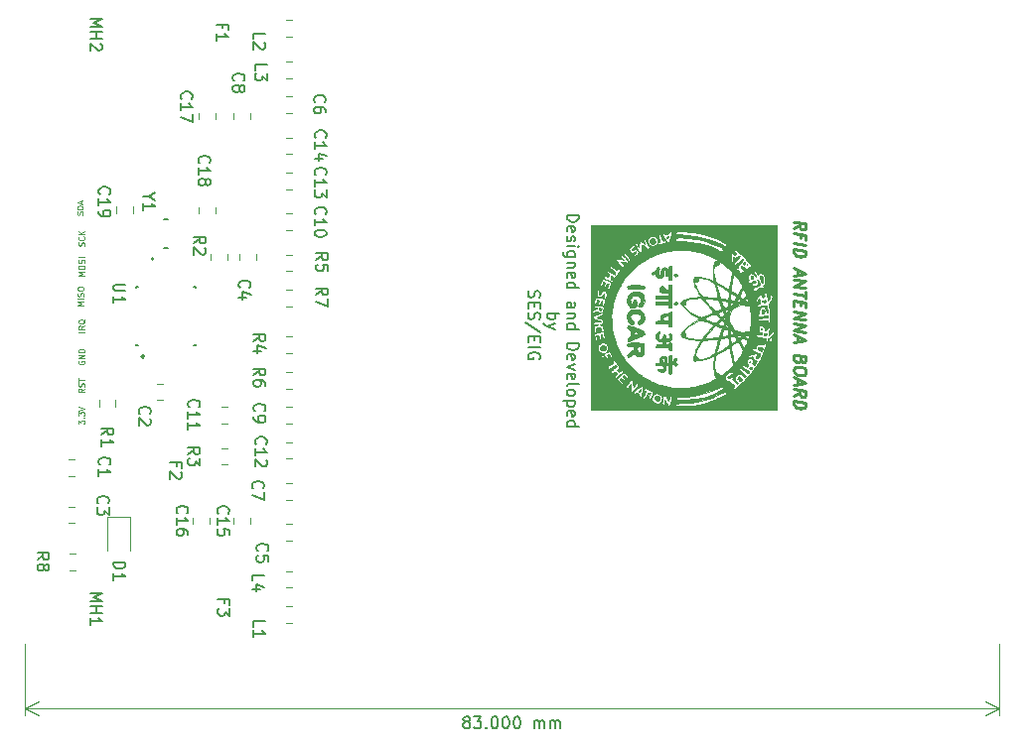
<source format=gto>
%TF.GenerationSoftware,KiCad,Pcbnew,(5.1.2)-2*%
%TF.CreationDate,2023-05-11T10:58:17+05:30*%
%TF.ProjectId,83mm,38336d6d-2e6b-4696-9361-645f70636258,rev?*%
%TF.SameCoordinates,Original*%
%TF.FileFunction,Legend,Top*%
%TF.FilePolarity,Positive*%
%FSLAX46Y46*%
G04 Gerber Fmt 4.6, Leading zero omitted, Abs format (unit mm)*
G04 Created by KiCad (PCBNEW (5.1.2)-2) date 2023-05-11 10:58:17*
%MOMM*%
%LPD*%
G04 APERTURE LIST*
%ADD10C,0.150000*%
%ADD11C,0.120000*%
%ADD12C,0.250000*%
%ADD13C,0.075000*%
%ADD14C,0.010000*%
%ADD15C,0.127000*%
%ADD16C,0.200000*%
G04 APERTURE END LIST*
D10*
X120097619Y-133650952D02*
X120002380Y-133603333D01*
X119954761Y-133555714D01*
X119907142Y-133460476D01*
X119907142Y-133412857D01*
X119954761Y-133317619D01*
X120002380Y-133270000D01*
X120097619Y-133222380D01*
X120288095Y-133222380D01*
X120383333Y-133270000D01*
X120430952Y-133317619D01*
X120478571Y-133412857D01*
X120478571Y-133460476D01*
X120430952Y-133555714D01*
X120383333Y-133603333D01*
X120288095Y-133650952D01*
X120097619Y-133650952D01*
X120002380Y-133698571D01*
X119954761Y-133746190D01*
X119907142Y-133841428D01*
X119907142Y-134031904D01*
X119954761Y-134127142D01*
X120002380Y-134174761D01*
X120097619Y-134222380D01*
X120288095Y-134222380D01*
X120383333Y-134174761D01*
X120430952Y-134127142D01*
X120478571Y-134031904D01*
X120478571Y-133841428D01*
X120430952Y-133746190D01*
X120383333Y-133698571D01*
X120288095Y-133650952D01*
X120811904Y-133222380D02*
X121430952Y-133222380D01*
X121097619Y-133603333D01*
X121240476Y-133603333D01*
X121335714Y-133650952D01*
X121383333Y-133698571D01*
X121430952Y-133793809D01*
X121430952Y-134031904D01*
X121383333Y-134127142D01*
X121335714Y-134174761D01*
X121240476Y-134222380D01*
X120954761Y-134222380D01*
X120859523Y-134174761D01*
X120811904Y-134127142D01*
X121859523Y-134127142D02*
X121907142Y-134174761D01*
X121859523Y-134222380D01*
X121811904Y-134174761D01*
X121859523Y-134127142D01*
X121859523Y-134222380D01*
X122526190Y-133222380D02*
X122621428Y-133222380D01*
X122716666Y-133270000D01*
X122764285Y-133317619D01*
X122811904Y-133412857D01*
X122859523Y-133603333D01*
X122859523Y-133841428D01*
X122811904Y-134031904D01*
X122764285Y-134127142D01*
X122716666Y-134174761D01*
X122621428Y-134222380D01*
X122526190Y-134222380D01*
X122430952Y-134174761D01*
X122383333Y-134127142D01*
X122335714Y-134031904D01*
X122288095Y-133841428D01*
X122288095Y-133603333D01*
X122335714Y-133412857D01*
X122383333Y-133317619D01*
X122430952Y-133270000D01*
X122526190Y-133222380D01*
X123478571Y-133222380D02*
X123573809Y-133222380D01*
X123669047Y-133270000D01*
X123716666Y-133317619D01*
X123764285Y-133412857D01*
X123811904Y-133603333D01*
X123811904Y-133841428D01*
X123764285Y-134031904D01*
X123716666Y-134127142D01*
X123669047Y-134174761D01*
X123573809Y-134222380D01*
X123478571Y-134222380D01*
X123383333Y-134174761D01*
X123335714Y-134127142D01*
X123288095Y-134031904D01*
X123240476Y-133841428D01*
X123240476Y-133603333D01*
X123288095Y-133412857D01*
X123335714Y-133317619D01*
X123383333Y-133270000D01*
X123478571Y-133222380D01*
X124430952Y-133222380D02*
X124526190Y-133222380D01*
X124621428Y-133270000D01*
X124669047Y-133317619D01*
X124716666Y-133412857D01*
X124764285Y-133603333D01*
X124764285Y-133841428D01*
X124716666Y-134031904D01*
X124669047Y-134127142D01*
X124621428Y-134174761D01*
X124526190Y-134222380D01*
X124430952Y-134222380D01*
X124335714Y-134174761D01*
X124288095Y-134127142D01*
X124240476Y-134031904D01*
X124192857Y-133841428D01*
X124192857Y-133603333D01*
X124240476Y-133412857D01*
X124288095Y-133317619D01*
X124335714Y-133270000D01*
X124430952Y-133222380D01*
X125954761Y-134222380D02*
X125954761Y-133555714D01*
X125954761Y-133650952D02*
X126002380Y-133603333D01*
X126097619Y-133555714D01*
X126240476Y-133555714D01*
X126335714Y-133603333D01*
X126383333Y-133698571D01*
X126383333Y-134222380D01*
X126383333Y-133698571D02*
X126430952Y-133603333D01*
X126526190Y-133555714D01*
X126669047Y-133555714D01*
X126764285Y-133603333D01*
X126811904Y-133698571D01*
X126811904Y-134222380D01*
X127288095Y-134222380D02*
X127288095Y-133555714D01*
X127288095Y-133650952D02*
X127335714Y-133603333D01*
X127430952Y-133555714D01*
X127573809Y-133555714D01*
X127669047Y-133603333D01*
X127716666Y-133698571D01*
X127716666Y-134222380D01*
X127716666Y-133698571D02*
X127764285Y-133603333D01*
X127859523Y-133555714D01*
X128002380Y-133555714D01*
X128097619Y-133603333D01*
X128145238Y-133698571D01*
X128145238Y-134222380D01*
D11*
X82550000Y-132500000D02*
X165550000Y-132500000D01*
X82550000Y-127000000D02*
X82550000Y-133086421D01*
X165550000Y-127000000D02*
X165550000Y-133086421D01*
X165550000Y-132500000D02*
X164423496Y-133086421D01*
X165550000Y-132500000D02*
X164423496Y-131913579D01*
X82550000Y-132500000D02*
X83676504Y-133086421D01*
X82550000Y-132500000D02*
X83676504Y-131913579D01*
D12*
X148097619Y-91558556D02*
X148573809Y-91284747D01*
X148097619Y-90987127D02*
X149097619Y-91112127D01*
X149097619Y-91493080D01*
X149050000Y-91582366D01*
X149002380Y-91624032D01*
X148907142Y-91659747D01*
X148764285Y-91641889D01*
X148669047Y-91582366D01*
X148621428Y-91528794D01*
X148573809Y-91427604D01*
X148573809Y-91046651D01*
X148621428Y-92385937D02*
X148621428Y-92052604D01*
X148097619Y-91987127D02*
X149097619Y-92112127D01*
X149097619Y-92588318D01*
X148097619Y-92844270D02*
X149097619Y-92969270D01*
X148097619Y-93320461D02*
X149097619Y-93445461D01*
X149097619Y-93683556D01*
X149050000Y-93820461D01*
X148954761Y-93903794D01*
X148859523Y-93939508D01*
X148669047Y-93963318D01*
X148526190Y-93945461D01*
X148335714Y-93874032D01*
X148240476Y-93814508D01*
X148145238Y-93707366D01*
X148097619Y-93558556D01*
X148097619Y-93320461D01*
X148383333Y-95070461D02*
X148383333Y-95546651D01*
X148097619Y-94939508D02*
X149097619Y-95397842D01*
X148097619Y-95606175D01*
X148097619Y-95939508D02*
X149097619Y-96064508D01*
X148097619Y-96510937D01*
X149097619Y-96635937D01*
X149097619Y-96969270D02*
X149097619Y-97540699D01*
X148097619Y-97129985D02*
X149097619Y-97254985D01*
X148621428Y-97814508D02*
X148621428Y-98147842D01*
X148097619Y-98225223D02*
X148097619Y-97749032D01*
X149097619Y-97874032D01*
X149097619Y-98350223D01*
X148097619Y-98653794D02*
X149097619Y-98778794D01*
X148097619Y-99225223D01*
X149097619Y-99350223D01*
X148097619Y-99701413D02*
X149097619Y-99826413D01*
X148097619Y-100272842D01*
X149097619Y-100397842D01*
X148383333Y-100737127D02*
X148383333Y-101213318D01*
X148097619Y-100606175D02*
X149097619Y-101064508D01*
X148097619Y-101272842D01*
X148621428Y-102766889D02*
X148573809Y-102903794D01*
X148526190Y-102945461D01*
X148430952Y-102981175D01*
X148288095Y-102963318D01*
X148192857Y-102903794D01*
X148145238Y-102850223D01*
X148097619Y-102749032D01*
X148097619Y-102368080D01*
X149097619Y-102493080D01*
X149097619Y-102826413D01*
X149050000Y-102915699D01*
X149002380Y-102957366D01*
X148907142Y-102993080D01*
X148811904Y-102981175D01*
X148716666Y-102921651D01*
X148669047Y-102868080D01*
X148621428Y-102766889D01*
X148621428Y-102433556D01*
X149097619Y-103683556D02*
X149097619Y-103874032D01*
X149050000Y-103963318D01*
X148954761Y-104046651D01*
X148764285Y-104070461D01*
X148430952Y-104028794D01*
X148240476Y-103957366D01*
X148145238Y-103850223D01*
X148097619Y-103749032D01*
X148097619Y-103558556D01*
X148145238Y-103469270D01*
X148240476Y-103385937D01*
X148430952Y-103362127D01*
X148764285Y-103403794D01*
X148954761Y-103475223D01*
X149050000Y-103582366D01*
X149097619Y-103683556D01*
X148383333Y-104403794D02*
X148383333Y-104879985D01*
X148097619Y-104272842D02*
X149097619Y-104731175D01*
X148097619Y-104939508D01*
X148097619Y-105844270D02*
X148573809Y-105570461D01*
X148097619Y-105272842D02*
X149097619Y-105397842D01*
X149097619Y-105778794D01*
X149050000Y-105868080D01*
X149002380Y-105909747D01*
X148907142Y-105945461D01*
X148764285Y-105927604D01*
X148669047Y-105868080D01*
X148621428Y-105814508D01*
X148573809Y-105713318D01*
X148573809Y-105332366D01*
X148097619Y-106272842D02*
X149097619Y-106397842D01*
X149097619Y-106635937D01*
X149050000Y-106772842D01*
X148954761Y-106856175D01*
X148859523Y-106891889D01*
X148669047Y-106915699D01*
X148526190Y-106897842D01*
X148335714Y-106826413D01*
X148240476Y-106766889D01*
X148145238Y-106659747D01*
X148097619Y-106510937D01*
X148097619Y-106272842D01*
D13*
X87102190Y-108243595D02*
X87102190Y-107934071D01*
X87292666Y-108100738D01*
X87292666Y-108029309D01*
X87316476Y-107981690D01*
X87340285Y-107957880D01*
X87387904Y-107934071D01*
X87506952Y-107934071D01*
X87554571Y-107957880D01*
X87578380Y-107981690D01*
X87602190Y-108029309D01*
X87602190Y-108172166D01*
X87578380Y-108219785D01*
X87554571Y-108243595D01*
X87554571Y-107719785D02*
X87578380Y-107695976D01*
X87602190Y-107719785D01*
X87578380Y-107743595D01*
X87554571Y-107719785D01*
X87602190Y-107719785D01*
X87102190Y-107529309D02*
X87102190Y-107219785D01*
X87292666Y-107386452D01*
X87292666Y-107315023D01*
X87316476Y-107267404D01*
X87340285Y-107243595D01*
X87387904Y-107219785D01*
X87506952Y-107219785D01*
X87554571Y-107243595D01*
X87578380Y-107267404D01*
X87602190Y-107315023D01*
X87602190Y-107457880D01*
X87578380Y-107505500D01*
X87554571Y-107529309D01*
X87102190Y-107076928D02*
X87602190Y-106910261D01*
X87102190Y-106743595D01*
X87602190Y-105239309D02*
X87364095Y-105405976D01*
X87602190Y-105525023D02*
X87102190Y-105525023D01*
X87102190Y-105334547D01*
X87126000Y-105286928D01*
X87149809Y-105263119D01*
X87197428Y-105239309D01*
X87268857Y-105239309D01*
X87316476Y-105263119D01*
X87340285Y-105286928D01*
X87364095Y-105334547D01*
X87364095Y-105525023D01*
X87578380Y-105048833D02*
X87602190Y-104977404D01*
X87602190Y-104858357D01*
X87578380Y-104810738D01*
X87554571Y-104786928D01*
X87506952Y-104763119D01*
X87459333Y-104763119D01*
X87411714Y-104786928D01*
X87387904Y-104810738D01*
X87364095Y-104858357D01*
X87340285Y-104953595D01*
X87316476Y-105001214D01*
X87292666Y-105025023D01*
X87245047Y-105048833D01*
X87197428Y-105048833D01*
X87149809Y-105025023D01*
X87126000Y-105001214D01*
X87102190Y-104953595D01*
X87102190Y-104834547D01*
X87126000Y-104763119D01*
X87102190Y-104620261D02*
X87102190Y-104334547D01*
X87602190Y-104477404D02*
X87102190Y-104477404D01*
X87126000Y-102869952D02*
X87102190Y-102917571D01*
X87102190Y-102989000D01*
X87126000Y-103060428D01*
X87173619Y-103108047D01*
X87221238Y-103131857D01*
X87316476Y-103155666D01*
X87387904Y-103155666D01*
X87483142Y-103131857D01*
X87530761Y-103108047D01*
X87578380Y-103060428D01*
X87602190Y-102989000D01*
X87602190Y-102941380D01*
X87578380Y-102869952D01*
X87554571Y-102846142D01*
X87387904Y-102846142D01*
X87387904Y-102941380D01*
X87602190Y-102631857D02*
X87102190Y-102631857D01*
X87602190Y-102346142D01*
X87102190Y-102346142D01*
X87602190Y-102108047D02*
X87102190Y-102108047D01*
X87102190Y-101989000D01*
X87126000Y-101917571D01*
X87173619Y-101869952D01*
X87221238Y-101846142D01*
X87316476Y-101822333D01*
X87387904Y-101822333D01*
X87483142Y-101846142D01*
X87530761Y-101869952D01*
X87578380Y-101917571D01*
X87602190Y-101989000D01*
X87602190Y-102108047D01*
X87602190Y-100397404D02*
X87102190Y-100397404D01*
X87602190Y-99873595D02*
X87364095Y-100040261D01*
X87602190Y-100159309D02*
X87102190Y-100159309D01*
X87102190Y-99968833D01*
X87126000Y-99921214D01*
X87149809Y-99897404D01*
X87197428Y-99873595D01*
X87268857Y-99873595D01*
X87316476Y-99897404D01*
X87340285Y-99921214D01*
X87364095Y-99968833D01*
X87364095Y-100159309D01*
X87649809Y-99325976D02*
X87626000Y-99373595D01*
X87578380Y-99421214D01*
X87506952Y-99492642D01*
X87483142Y-99540261D01*
X87483142Y-99587880D01*
X87602190Y-99564071D02*
X87578380Y-99611690D01*
X87530761Y-99659309D01*
X87435523Y-99683119D01*
X87268857Y-99683119D01*
X87173619Y-99659309D01*
X87126000Y-99611690D01*
X87102190Y-99564071D01*
X87102190Y-99468833D01*
X87126000Y-99421214D01*
X87173619Y-99373595D01*
X87268857Y-99349785D01*
X87435523Y-99349785D01*
X87530761Y-99373595D01*
X87578380Y-99421214D01*
X87602190Y-99468833D01*
X87602190Y-99564071D01*
X87538690Y-98131214D02*
X87038690Y-98131214D01*
X87395833Y-97964547D01*
X87038690Y-97797880D01*
X87538690Y-97797880D01*
X87538690Y-97559785D02*
X87038690Y-97559785D01*
X87514880Y-97345500D02*
X87538690Y-97274071D01*
X87538690Y-97155023D01*
X87514880Y-97107404D01*
X87491071Y-97083595D01*
X87443452Y-97059785D01*
X87395833Y-97059785D01*
X87348214Y-97083595D01*
X87324404Y-97107404D01*
X87300595Y-97155023D01*
X87276785Y-97250261D01*
X87252976Y-97297880D01*
X87229166Y-97321690D01*
X87181547Y-97345500D01*
X87133928Y-97345500D01*
X87086309Y-97321690D01*
X87062500Y-97297880D01*
X87038690Y-97250261D01*
X87038690Y-97131214D01*
X87062500Y-97059785D01*
X87038690Y-96750261D02*
X87038690Y-96655023D01*
X87062500Y-96607404D01*
X87110119Y-96559785D01*
X87205357Y-96535976D01*
X87372023Y-96535976D01*
X87467261Y-96559785D01*
X87514880Y-96607404D01*
X87538690Y-96655023D01*
X87538690Y-96750261D01*
X87514880Y-96797880D01*
X87467261Y-96845500D01*
X87372023Y-96869309D01*
X87205357Y-96869309D01*
X87110119Y-96845500D01*
X87062500Y-96797880D01*
X87038690Y-96750261D01*
X87602190Y-95591214D02*
X87102190Y-95591214D01*
X87459333Y-95424547D01*
X87102190Y-95257880D01*
X87602190Y-95257880D01*
X87102190Y-94924547D02*
X87102190Y-94829309D01*
X87126000Y-94781690D01*
X87173619Y-94734071D01*
X87268857Y-94710261D01*
X87435523Y-94710261D01*
X87530761Y-94734071D01*
X87578380Y-94781690D01*
X87602190Y-94829309D01*
X87602190Y-94924547D01*
X87578380Y-94972166D01*
X87530761Y-95019785D01*
X87435523Y-95043595D01*
X87268857Y-95043595D01*
X87173619Y-95019785D01*
X87126000Y-94972166D01*
X87102190Y-94924547D01*
X87578380Y-94519785D02*
X87602190Y-94448357D01*
X87602190Y-94329309D01*
X87578380Y-94281690D01*
X87554571Y-94257880D01*
X87506952Y-94234071D01*
X87459333Y-94234071D01*
X87411714Y-94257880D01*
X87387904Y-94281690D01*
X87364095Y-94329309D01*
X87340285Y-94424547D01*
X87316476Y-94472166D01*
X87292666Y-94495976D01*
X87245047Y-94519785D01*
X87197428Y-94519785D01*
X87149809Y-94495976D01*
X87126000Y-94472166D01*
X87102190Y-94424547D01*
X87102190Y-94305500D01*
X87126000Y-94234071D01*
X87602190Y-94019785D02*
X87102190Y-94019785D01*
X87578380Y-93035357D02*
X87602190Y-92963928D01*
X87602190Y-92844880D01*
X87578380Y-92797261D01*
X87554571Y-92773452D01*
X87506952Y-92749642D01*
X87459333Y-92749642D01*
X87411714Y-92773452D01*
X87387904Y-92797261D01*
X87364095Y-92844880D01*
X87340285Y-92940119D01*
X87316476Y-92987738D01*
X87292666Y-93011547D01*
X87245047Y-93035357D01*
X87197428Y-93035357D01*
X87149809Y-93011547D01*
X87126000Y-92987738D01*
X87102190Y-92940119D01*
X87102190Y-92821071D01*
X87126000Y-92749642D01*
X87554571Y-92249642D02*
X87578380Y-92273452D01*
X87602190Y-92344880D01*
X87602190Y-92392500D01*
X87578380Y-92463928D01*
X87530761Y-92511547D01*
X87483142Y-92535357D01*
X87387904Y-92559166D01*
X87316476Y-92559166D01*
X87221238Y-92535357D01*
X87173619Y-92511547D01*
X87126000Y-92463928D01*
X87102190Y-92392500D01*
X87102190Y-92344880D01*
X87126000Y-92273452D01*
X87149809Y-92249642D01*
X87602190Y-92035357D02*
X87102190Y-92035357D01*
X87602190Y-91749642D02*
X87316476Y-91963928D01*
X87102190Y-91749642D02*
X87387904Y-92035357D01*
X87451380Y-90396142D02*
X87475190Y-90324714D01*
X87475190Y-90205666D01*
X87451380Y-90158047D01*
X87427571Y-90134238D01*
X87379952Y-90110428D01*
X87332333Y-90110428D01*
X87284714Y-90134238D01*
X87260904Y-90158047D01*
X87237095Y-90205666D01*
X87213285Y-90300904D01*
X87189476Y-90348523D01*
X87165666Y-90372333D01*
X87118047Y-90396142D01*
X87070428Y-90396142D01*
X87022809Y-90372333D01*
X86999000Y-90348523D01*
X86975190Y-90300904D01*
X86975190Y-90181857D01*
X86999000Y-90110428D01*
X87475190Y-89896142D02*
X86975190Y-89896142D01*
X86975190Y-89777095D01*
X86999000Y-89705666D01*
X87046619Y-89658047D01*
X87094238Y-89634238D01*
X87189476Y-89610428D01*
X87260904Y-89610428D01*
X87356142Y-89634238D01*
X87403761Y-89658047D01*
X87451380Y-89705666D01*
X87475190Y-89777095D01*
X87475190Y-89896142D01*
X87332333Y-89419952D02*
X87332333Y-89181857D01*
X87475190Y-89467571D02*
X86975190Y-89300904D01*
X87475190Y-89134238D01*
D10*
X128747619Y-90417238D02*
X129747619Y-90417238D01*
X129747619Y-90655333D01*
X129700000Y-90798190D01*
X129604761Y-90893428D01*
X129509523Y-90941047D01*
X129319047Y-90988666D01*
X129176190Y-90988666D01*
X128985714Y-90941047D01*
X128890476Y-90893428D01*
X128795238Y-90798190D01*
X128747619Y-90655333D01*
X128747619Y-90417238D01*
X128795238Y-91798190D02*
X128747619Y-91702952D01*
X128747619Y-91512476D01*
X128795238Y-91417238D01*
X128890476Y-91369619D01*
X129271428Y-91369619D01*
X129366666Y-91417238D01*
X129414285Y-91512476D01*
X129414285Y-91702952D01*
X129366666Y-91798190D01*
X129271428Y-91845809D01*
X129176190Y-91845809D01*
X129080952Y-91369619D01*
X128795238Y-92226761D02*
X128747619Y-92322000D01*
X128747619Y-92512476D01*
X128795238Y-92607714D01*
X128890476Y-92655333D01*
X128938095Y-92655333D01*
X129033333Y-92607714D01*
X129080952Y-92512476D01*
X129080952Y-92369619D01*
X129128571Y-92274380D01*
X129223809Y-92226761D01*
X129271428Y-92226761D01*
X129366666Y-92274380D01*
X129414285Y-92369619D01*
X129414285Y-92512476D01*
X129366666Y-92607714D01*
X128747619Y-93083904D02*
X129414285Y-93083904D01*
X129747619Y-93083904D02*
X129700000Y-93036285D01*
X129652380Y-93083904D01*
X129700000Y-93131523D01*
X129747619Y-93083904D01*
X129652380Y-93083904D01*
X129414285Y-93988666D02*
X128604761Y-93988666D01*
X128509523Y-93941047D01*
X128461904Y-93893428D01*
X128414285Y-93798190D01*
X128414285Y-93655333D01*
X128461904Y-93560095D01*
X128795238Y-93988666D02*
X128747619Y-93893428D01*
X128747619Y-93702952D01*
X128795238Y-93607714D01*
X128842857Y-93560095D01*
X128938095Y-93512476D01*
X129223809Y-93512476D01*
X129319047Y-93560095D01*
X129366666Y-93607714D01*
X129414285Y-93702952D01*
X129414285Y-93893428D01*
X129366666Y-93988666D01*
X129414285Y-94464857D02*
X128747619Y-94464857D01*
X129319047Y-94464857D02*
X129366666Y-94512476D01*
X129414285Y-94607714D01*
X129414285Y-94750571D01*
X129366666Y-94845809D01*
X129271428Y-94893428D01*
X128747619Y-94893428D01*
X128795238Y-95750571D02*
X128747619Y-95655333D01*
X128747619Y-95464857D01*
X128795238Y-95369619D01*
X128890476Y-95322000D01*
X129271428Y-95322000D01*
X129366666Y-95369619D01*
X129414285Y-95464857D01*
X129414285Y-95655333D01*
X129366666Y-95750571D01*
X129271428Y-95798190D01*
X129176190Y-95798190D01*
X129080952Y-95322000D01*
X128747619Y-96655333D02*
X129747619Y-96655333D01*
X128795238Y-96655333D02*
X128747619Y-96560095D01*
X128747619Y-96369619D01*
X128795238Y-96274380D01*
X128842857Y-96226761D01*
X128938095Y-96179142D01*
X129223809Y-96179142D01*
X129319047Y-96226761D01*
X129366666Y-96274380D01*
X129414285Y-96369619D01*
X129414285Y-96560095D01*
X129366666Y-96655333D01*
X128747619Y-98322000D02*
X129271428Y-98322000D01*
X129366666Y-98274380D01*
X129414285Y-98179142D01*
X129414285Y-97988666D01*
X129366666Y-97893428D01*
X128795238Y-98322000D02*
X128747619Y-98226761D01*
X128747619Y-97988666D01*
X128795238Y-97893428D01*
X128890476Y-97845809D01*
X128985714Y-97845809D01*
X129080952Y-97893428D01*
X129128571Y-97988666D01*
X129128571Y-98226761D01*
X129176190Y-98322000D01*
X129414285Y-98798190D02*
X128747619Y-98798190D01*
X129319047Y-98798190D02*
X129366666Y-98845809D01*
X129414285Y-98941047D01*
X129414285Y-99083904D01*
X129366666Y-99179142D01*
X129271428Y-99226761D01*
X128747619Y-99226761D01*
X128747619Y-100131523D02*
X129747619Y-100131523D01*
X128795238Y-100131523D02*
X128747619Y-100036285D01*
X128747619Y-99845809D01*
X128795238Y-99750571D01*
X128842857Y-99702952D01*
X128938095Y-99655333D01*
X129223809Y-99655333D01*
X129319047Y-99702952D01*
X129366666Y-99750571D01*
X129414285Y-99845809D01*
X129414285Y-100036285D01*
X129366666Y-100131523D01*
X128747619Y-101369619D02*
X129747619Y-101369619D01*
X129747619Y-101607714D01*
X129700000Y-101750571D01*
X129604761Y-101845809D01*
X129509523Y-101893428D01*
X129319047Y-101941047D01*
X129176190Y-101941047D01*
X128985714Y-101893428D01*
X128890476Y-101845809D01*
X128795238Y-101750571D01*
X128747619Y-101607714D01*
X128747619Y-101369619D01*
X128795238Y-102750571D02*
X128747619Y-102655333D01*
X128747619Y-102464857D01*
X128795238Y-102369619D01*
X128890476Y-102322000D01*
X129271428Y-102322000D01*
X129366666Y-102369619D01*
X129414285Y-102464857D01*
X129414285Y-102655333D01*
X129366666Y-102750571D01*
X129271428Y-102798190D01*
X129176190Y-102798190D01*
X129080952Y-102322000D01*
X129414285Y-103131523D02*
X128747619Y-103369619D01*
X129414285Y-103607714D01*
X128795238Y-104369619D02*
X128747619Y-104274380D01*
X128747619Y-104083904D01*
X128795238Y-103988666D01*
X128890476Y-103941047D01*
X129271428Y-103941047D01*
X129366666Y-103988666D01*
X129414285Y-104083904D01*
X129414285Y-104274380D01*
X129366666Y-104369619D01*
X129271428Y-104417238D01*
X129176190Y-104417238D01*
X129080952Y-103941047D01*
X128747619Y-104988666D02*
X128795238Y-104893428D01*
X128890476Y-104845809D01*
X129747619Y-104845809D01*
X128747619Y-105512476D02*
X128795238Y-105417238D01*
X128842857Y-105369619D01*
X128938095Y-105322000D01*
X129223809Y-105322000D01*
X129319047Y-105369619D01*
X129366666Y-105417238D01*
X129414285Y-105512476D01*
X129414285Y-105655333D01*
X129366666Y-105750571D01*
X129319047Y-105798190D01*
X129223809Y-105845809D01*
X128938095Y-105845809D01*
X128842857Y-105798190D01*
X128795238Y-105750571D01*
X128747619Y-105655333D01*
X128747619Y-105512476D01*
X129414285Y-106274380D02*
X128414285Y-106274380D01*
X129366666Y-106274380D02*
X129414285Y-106369619D01*
X129414285Y-106560095D01*
X129366666Y-106655333D01*
X129319047Y-106702952D01*
X129223809Y-106750571D01*
X128938095Y-106750571D01*
X128842857Y-106702952D01*
X128795238Y-106655333D01*
X128747619Y-106560095D01*
X128747619Y-106369619D01*
X128795238Y-106274380D01*
X128795238Y-107560095D02*
X128747619Y-107464857D01*
X128747619Y-107274380D01*
X128795238Y-107179142D01*
X128890476Y-107131523D01*
X129271428Y-107131523D01*
X129366666Y-107179142D01*
X129414285Y-107274380D01*
X129414285Y-107464857D01*
X129366666Y-107560095D01*
X129271428Y-107607714D01*
X129176190Y-107607714D01*
X129080952Y-107131523D01*
X128747619Y-108464857D02*
X129747619Y-108464857D01*
X128795238Y-108464857D02*
X128747619Y-108369619D01*
X128747619Y-108179142D01*
X128795238Y-108083904D01*
X128842857Y-108036285D01*
X128938095Y-107988666D01*
X129223809Y-107988666D01*
X129319047Y-108036285D01*
X129366666Y-108083904D01*
X129414285Y-108179142D01*
X129414285Y-108369619D01*
X129366666Y-108464857D01*
X127097619Y-98845809D02*
X128097619Y-98845809D01*
X127716666Y-98845809D02*
X127764285Y-98941047D01*
X127764285Y-99131523D01*
X127716666Y-99226761D01*
X127669047Y-99274380D01*
X127573809Y-99322000D01*
X127288095Y-99322000D01*
X127192857Y-99274380D01*
X127145238Y-99226761D01*
X127097619Y-99131523D01*
X127097619Y-98941047D01*
X127145238Y-98845809D01*
X127764285Y-99655333D02*
X127097619Y-99893428D01*
X127764285Y-100131523D02*
X127097619Y-99893428D01*
X126859523Y-99798190D01*
X126811904Y-99750571D01*
X126764285Y-99655333D01*
X125495238Y-96893428D02*
X125447619Y-97036285D01*
X125447619Y-97274380D01*
X125495238Y-97369619D01*
X125542857Y-97417238D01*
X125638095Y-97464857D01*
X125733333Y-97464857D01*
X125828571Y-97417238D01*
X125876190Y-97369619D01*
X125923809Y-97274380D01*
X125971428Y-97083904D01*
X126019047Y-96988666D01*
X126066666Y-96941047D01*
X126161904Y-96893428D01*
X126257142Y-96893428D01*
X126352380Y-96941047D01*
X126400000Y-96988666D01*
X126447619Y-97083904D01*
X126447619Y-97322000D01*
X126400000Y-97464857D01*
X125971428Y-97893428D02*
X125971428Y-98226761D01*
X125447619Y-98369619D02*
X125447619Y-97893428D01*
X126447619Y-97893428D01*
X126447619Y-98369619D01*
X125495238Y-98750571D02*
X125447619Y-98893428D01*
X125447619Y-99131523D01*
X125495238Y-99226761D01*
X125542857Y-99274380D01*
X125638095Y-99322000D01*
X125733333Y-99322000D01*
X125828571Y-99274380D01*
X125876190Y-99226761D01*
X125923809Y-99131523D01*
X125971428Y-98941047D01*
X126019047Y-98845809D01*
X126066666Y-98798190D01*
X126161904Y-98750571D01*
X126257142Y-98750571D01*
X126352380Y-98798190D01*
X126400000Y-98845809D01*
X126447619Y-98941047D01*
X126447619Y-99179142D01*
X126400000Y-99322000D01*
X126495238Y-100464857D02*
X125209523Y-99607714D01*
X125971428Y-100798190D02*
X125971428Y-101131523D01*
X125447619Y-101274380D02*
X125447619Y-100798190D01*
X126447619Y-100798190D01*
X126447619Y-101274380D01*
X125447619Y-101702952D02*
X126447619Y-101702952D01*
X126400000Y-102702952D02*
X126447619Y-102607714D01*
X126447619Y-102464857D01*
X126400000Y-102322000D01*
X126304761Y-102226761D01*
X126209523Y-102179142D01*
X126019047Y-102131523D01*
X125876190Y-102131523D01*
X125685714Y-102179142D01*
X125590476Y-102226761D01*
X125495238Y-102322000D01*
X125447619Y-102464857D01*
X125447619Y-102560095D01*
X125495238Y-102702952D01*
X125542857Y-102750571D01*
X125876190Y-102750571D01*
X125876190Y-102560095D01*
D14*
G36*
X145706651Y-100691845D02*
G01*
X145627579Y-100708657D01*
X145558987Y-100678601D01*
X145521787Y-100617082D01*
X145515066Y-100533626D01*
X145541709Y-100478346D01*
X145600597Y-100474105D01*
X145660789Y-100484920D01*
X145732469Y-100533100D01*
X145743569Y-100609878D01*
X145706651Y-100691845D01*
X145706651Y-100691845D01*
G37*
X145706651Y-100691845D02*
X145627579Y-100708657D01*
X145558987Y-100678601D01*
X145521787Y-100617082D01*
X145515066Y-100533626D01*
X145541709Y-100478346D01*
X145600597Y-100474105D01*
X145660789Y-100484920D01*
X145732469Y-100533100D01*
X145743569Y-100609878D01*
X145706651Y-100691845D01*
G36*
X145348053Y-100192400D02*
G01*
X145322396Y-100193298D01*
X145266492Y-100151162D01*
X145259384Y-100100435D01*
X145305639Y-100076000D01*
X145363955Y-100110084D01*
X145372667Y-100143027D01*
X145348053Y-100192400D01*
X145348053Y-100192400D01*
G37*
X145348053Y-100192400D02*
X145322396Y-100193298D01*
X145266492Y-100151162D01*
X145259384Y-100100435D01*
X145305639Y-100076000D01*
X145363955Y-100110084D01*
X145372667Y-100143027D01*
X145348053Y-100192400D01*
G36*
X145704140Y-97774920D02*
G01*
X145666771Y-97832557D01*
X145572159Y-97853012D01*
X145545639Y-97853500D01*
X145442984Y-97842032D01*
X145397262Y-97797388D01*
X145387966Y-97759769D01*
X145391193Y-97692327D01*
X145437203Y-97690422D01*
X145519787Y-97686416D01*
X145565500Y-97661063D01*
X145640551Y-97635253D01*
X145694302Y-97676594D01*
X145705427Y-97767572D01*
X145704140Y-97774920D01*
X145704140Y-97774920D01*
G37*
X145704140Y-97774920D02*
X145666771Y-97832557D01*
X145572159Y-97853012D01*
X145545639Y-97853500D01*
X145442984Y-97842032D01*
X145397262Y-97797388D01*
X145387966Y-97759769D01*
X145391193Y-97692327D01*
X145437203Y-97690422D01*
X145519787Y-97686416D01*
X145565500Y-97661063D01*
X145640551Y-97635253D01*
X145694302Y-97676594D01*
X145705427Y-97767572D01*
X145704140Y-97774920D01*
G36*
X145558619Y-98732766D02*
G01*
X145492279Y-98777864D01*
X145381647Y-98783053D01*
X145327955Y-98725630D01*
X145328832Y-98616016D01*
X145373305Y-98511285D01*
X145431420Y-98474268D01*
X145515980Y-98490858D01*
X145569275Y-98558968D01*
X145585442Y-98649352D01*
X145558619Y-98732766D01*
X145558619Y-98732766D01*
G37*
X145558619Y-98732766D02*
X145492279Y-98777864D01*
X145381647Y-98783053D01*
X145327955Y-98725630D01*
X145328832Y-98616016D01*
X145373305Y-98511285D01*
X145431420Y-98474268D01*
X145515980Y-98490858D01*
X145569275Y-98558968D01*
X145585442Y-98649352D01*
X145558619Y-98732766D01*
G36*
X145446376Y-96056056D02*
G01*
X145414310Y-96118260D01*
X145392110Y-96171179D01*
X145399684Y-96190799D01*
X145401431Y-96216865D01*
X145382296Y-96208451D01*
X145339477Y-96152103D01*
X145294044Y-96050666D01*
X145287806Y-96032577D01*
X145246451Y-95936182D01*
X145206581Y-95886728D01*
X145200050Y-95885000D01*
X145168299Y-95851061D01*
X145163032Y-95773154D01*
X145182532Y-95687144D01*
X145211800Y-95639466D01*
X145294867Y-95591757D01*
X145316222Y-95602401D01*
X145316222Y-95645111D01*
X145291055Y-95650922D01*
X145288000Y-95673333D01*
X145303489Y-95708178D01*
X145316222Y-95701555D01*
X145321289Y-95651315D01*
X145316222Y-95645111D01*
X145316222Y-95602401D01*
X145366571Y-95627497D01*
X145408205Y-95696491D01*
X145442915Y-95813521D01*
X145455792Y-95943916D01*
X145446376Y-96056056D01*
X145446376Y-96056056D01*
G37*
X145446376Y-96056056D02*
X145414310Y-96118260D01*
X145392110Y-96171179D01*
X145399684Y-96190799D01*
X145401431Y-96216865D01*
X145382296Y-96208451D01*
X145339477Y-96152103D01*
X145294044Y-96050666D01*
X145287806Y-96032577D01*
X145246451Y-95936182D01*
X145206581Y-95886728D01*
X145200050Y-95885000D01*
X145168299Y-95851061D01*
X145163032Y-95773154D01*
X145182532Y-95687144D01*
X145211800Y-95639466D01*
X145294867Y-95591757D01*
X145316222Y-95602401D01*
X145316222Y-95645111D01*
X145291055Y-95650922D01*
X145288000Y-95673333D01*
X145303489Y-95708178D01*
X145316222Y-95701555D01*
X145321289Y-95651315D01*
X145316222Y-95645111D01*
X145316222Y-95602401D01*
X145366571Y-95627497D01*
X145408205Y-95696491D01*
X145442915Y-95813521D01*
X145455792Y-95943916D01*
X145446376Y-96056056D01*
G36*
X144558824Y-95829166D02*
G01*
X144548040Y-95834566D01*
X144465219Y-95859562D01*
X144424390Y-95853945D01*
X144400688Y-95791040D01*
X144400351Y-95700851D01*
X144419458Y-95621087D01*
X144451917Y-95589314D01*
X144551321Y-95618287D01*
X144609020Y-95685130D01*
X144614893Y-95764028D01*
X144558824Y-95829166D01*
X144558824Y-95829166D01*
G37*
X144558824Y-95829166D02*
X144548040Y-95834566D01*
X144465219Y-95859562D01*
X144424390Y-95853945D01*
X144400688Y-95791040D01*
X144400351Y-95700851D01*
X144419458Y-95621087D01*
X144451917Y-95589314D01*
X144551321Y-95618287D01*
X144609020Y-95685130D01*
X144614893Y-95764028D01*
X144558824Y-95829166D01*
G36*
X144085910Y-94645868D02*
G01*
X144066669Y-94633242D01*
X144063676Y-94590305D01*
X144074014Y-94545134D01*
X144089252Y-94564729D01*
X144094299Y-94630891D01*
X144085910Y-94645868D01*
X144085910Y-94645868D01*
G37*
X144085910Y-94645868D02*
X144066669Y-94633242D01*
X144063676Y-94590305D01*
X144074014Y-94545134D01*
X144089252Y-94564729D01*
X144094299Y-94630891D01*
X144085910Y-94645868D01*
G36*
X143873668Y-94612139D02*
G01*
X143838383Y-94633224D01*
X143824599Y-94629195D01*
X143771057Y-94591460D01*
X143780966Y-94530263D01*
X143820882Y-94468725D01*
X143860250Y-94423298D01*
X143876714Y-94443483D01*
X143881481Y-94521692D01*
X143873668Y-94612139D01*
X143873668Y-94612139D01*
G37*
X143873668Y-94612139D02*
X143838383Y-94633224D01*
X143824599Y-94629195D01*
X143771057Y-94591460D01*
X143780966Y-94530263D01*
X143820882Y-94468725D01*
X143860250Y-94423298D01*
X143876714Y-94443483D01*
X143881481Y-94521692D01*
X143873668Y-94612139D01*
G36*
X145425422Y-101786202D02*
G01*
X145394211Y-101866200D01*
X145383518Y-101914929D01*
X145365158Y-101990098D01*
X145326336Y-102014936D01*
X145243496Y-101996747D01*
X145185336Y-101976381D01*
X145081833Y-101926659D01*
X145039495Y-101862859D01*
X145034000Y-101805660D01*
X145047670Y-101711320D01*
X145075463Y-101664038D01*
X145140523Y-101655790D01*
X145236653Y-101673831D01*
X145335269Y-101708183D01*
X145407782Y-101748865D01*
X145425607Y-101785899D01*
X145425422Y-101786202D01*
X145425422Y-101786202D01*
G37*
X145425422Y-101786202D02*
X145394211Y-101866200D01*
X145383518Y-101914929D01*
X145365158Y-101990098D01*
X145326336Y-102014936D01*
X145243496Y-101996747D01*
X145185336Y-101976381D01*
X145081833Y-101926659D01*
X145039495Y-101862859D01*
X145034000Y-101805660D01*
X145047670Y-101711320D01*
X145075463Y-101664038D01*
X145140523Y-101655790D01*
X145236653Y-101673831D01*
X145335269Y-101708183D01*
X145407782Y-101748865D01*
X145425607Y-101785899D01*
X145425422Y-101786202D01*
G36*
X144499676Y-103530091D02*
G01*
X144423536Y-103565763D01*
X144364066Y-103561534D01*
X144289850Y-103510702D01*
X144276903Y-103435596D01*
X144326436Y-103370363D01*
X144356797Y-103356792D01*
X144455809Y-103360478D01*
X144499799Y-103388084D01*
X144531521Y-103462656D01*
X144499676Y-103530091D01*
X144499676Y-103530091D01*
G37*
X144499676Y-103530091D02*
X144423536Y-103565763D01*
X144364066Y-103561534D01*
X144289850Y-103510702D01*
X144276903Y-103435596D01*
X144326436Y-103370363D01*
X144356797Y-103356792D01*
X144455809Y-103360478D01*
X144499799Y-103388084D01*
X144531521Y-103462656D01*
X144499676Y-103530091D01*
G36*
X144330059Y-102983137D02*
G01*
X144317508Y-102988886D01*
X144278907Y-102968450D01*
X144272000Y-102933500D01*
X144293480Y-102880813D01*
X144317508Y-102878113D01*
X144361246Y-102921818D01*
X144363017Y-102933500D01*
X144330059Y-102983137D01*
X144330059Y-102983137D01*
G37*
X144330059Y-102983137D02*
X144317508Y-102988886D01*
X144278907Y-102968450D01*
X144272000Y-102933500D01*
X144293480Y-102880813D01*
X144317508Y-102878113D01*
X144361246Y-102921818D01*
X144363017Y-102933500D01*
X144330059Y-102983137D01*
G36*
X143654333Y-104476474D02*
G01*
X143619369Y-104517092D01*
X143545911Y-104586151D01*
X143485220Y-104595339D01*
X143409918Y-104542603D01*
X143363758Y-104497909D01*
X143287528Y-104419753D01*
X143264017Y-104371567D01*
X143288937Y-104320722D01*
X143333244Y-104265654D01*
X143410488Y-104170262D01*
X143555008Y-104299390D01*
X143641510Y-104380203D01*
X143672091Y-104430678D01*
X143654333Y-104476474D01*
X143654333Y-104476474D01*
G37*
X143654333Y-104476474D02*
X143619369Y-104517092D01*
X143545911Y-104586151D01*
X143485220Y-104595339D01*
X143409918Y-104542603D01*
X143363758Y-104497909D01*
X143287528Y-104419753D01*
X143264017Y-104371567D01*
X143288937Y-104320722D01*
X143333244Y-104265654D01*
X143410488Y-104170262D01*
X143555008Y-104299390D01*
X143641510Y-104380203D01*
X143672091Y-104430678D01*
X143654333Y-104476474D01*
G36*
X137333236Y-92366469D02*
G01*
X137297386Y-92397169D01*
X137258858Y-92354987D01*
X137250229Y-92339392D01*
X137227504Y-92270488D01*
X137269447Y-92237172D01*
X137288012Y-92231802D01*
X137356615Y-92236921D01*
X137366627Y-92295015D01*
X137333236Y-92366469D01*
X137333236Y-92366469D01*
G37*
X137333236Y-92366469D02*
X137297386Y-92397169D01*
X137258858Y-92354987D01*
X137250229Y-92339392D01*
X137227504Y-92270488D01*
X137269447Y-92237172D01*
X137288012Y-92231802D01*
X137356615Y-92236921D01*
X137366627Y-92295015D01*
X137333236Y-92366469D01*
G36*
X136615151Y-106178414D02*
G01*
X136574583Y-106228938D01*
X136459242Y-106290869D01*
X136347800Y-106283943D01*
X136256187Y-106223113D01*
X136200330Y-106123330D01*
X136196158Y-105999546D01*
X136232058Y-105907416D01*
X136310007Y-105849099D01*
X136429473Y-105836131D01*
X136558754Y-105871349D01*
X136570117Y-105877156D01*
X136634617Y-105953702D01*
X136649772Y-106065430D01*
X136615151Y-106178414D01*
X136615151Y-106178414D01*
G37*
X136615151Y-106178414D02*
X136574583Y-106228938D01*
X136459242Y-106290869D01*
X136347800Y-106283943D01*
X136256187Y-106223113D01*
X136200330Y-106123330D01*
X136196158Y-105999546D01*
X136232058Y-105907416D01*
X136310007Y-105849099D01*
X136429473Y-105836131D01*
X136558754Y-105871349D01*
X136570117Y-105877156D01*
X136634617Y-105953702D01*
X136649772Y-106065430D01*
X136615151Y-106178414D01*
G36*
X136281442Y-92699463D02*
G01*
X136232306Y-92744286D01*
X136228667Y-92761777D01*
X136192460Y-92836341D01*
X136104815Y-92879899D01*
X135997192Y-92878646D01*
X135977021Y-92872180D01*
X135857178Y-92790686D01*
X135803652Y-92675111D01*
X135823075Y-92546823D01*
X135858250Y-92489532D01*
X135961055Y-92402296D01*
X136067057Y-92399221D01*
X136177501Y-92480430D01*
X136214456Y-92524856D01*
X136285903Y-92633996D01*
X136293525Y-92691251D01*
X136281442Y-92699463D01*
X136281442Y-92699463D01*
G37*
X136281442Y-92699463D02*
X136232306Y-92744286D01*
X136228667Y-92761777D01*
X136192460Y-92836341D01*
X136104815Y-92879899D01*
X135997192Y-92878646D01*
X135977021Y-92872180D01*
X135857178Y-92790686D01*
X135803652Y-92675111D01*
X135823075Y-92546823D01*
X135858250Y-92489532D01*
X135961055Y-92402296D01*
X136067057Y-92399221D01*
X136177501Y-92480430D01*
X136214456Y-92524856D01*
X136285903Y-92633996D01*
X136293525Y-92691251D01*
X136281442Y-92699463D01*
G36*
X134980201Y-105367666D02*
G01*
X134945089Y-105466197D01*
X134913756Y-105495059D01*
X134872294Y-105467560D01*
X134865416Y-105409525D01*
X134920959Y-105343383D01*
X134984666Y-105289523D01*
X134999153Y-105297795D01*
X134980201Y-105367666D01*
X134980201Y-105367666D01*
G37*
X134980201Y-105367666D02*
X134945089Y-105466197D01*
X134913756Y-105495059D01*
X134872294Y-105467560D01*
X134865416Y-105409525D01*
X134920959Y-105343383D01*
X134984666Y-105289523D01*
X134999153Y-105297795D01*
X134980201Y-105367666D01*
G36*
X138136135Y-97951044D02*
G01*
X138070029Y-98019031D01*
X137991673Y-98061445D01*
X137939520Y-98051323D01*
X137903250Y-98019202D01*
X137850949Y-97964153D01*
X137850604Y-97928671D01*
X137906411Y-97876607D01*
X137921263Y-97863953D01*
X138005983Y-97817719D01*
X138066156Y-97815485D01*
X138139018Y-97873908D01*
X138136135Y-97951044D01*
X138136135Y-97951044D01*
G37*
X138136135Y-97951044D02*
X138070029Y-98019031D01*
X137991673Y-98061445D01*
X137939520Y-98051323D01*
X137903250Y-98019202D01*
X137850949Y-97964153D01*
X137850604Y-97928671D01*
X137906411Y-97876607D01*
X137921263Y-97863953D01*
X138005983Y-97817719D01*
X138066156Y-97815485D01*
X138139018Y-97873908D01*
X138136135Y-97951044D01*
G36*
X138156936Y-95577070D02*
G01*
X138086176Y-95633760D01*
X138008804Y-95657642D01*
X137939032Y-95622535D01*
X137907435Y-95592916D01*
X137857361Y-95529872D01*
X137858134Y-95499250D01*
X137859676Y-95498986D01*
X137933376Y-95499652D01*
X137935730Y-95500035D01*
X137952292Y-95479861D01*
X137945623Y-95465640D01*
X137941681Y-95414988D01*
X137992355Y-95396809D01*
X138071582Y-95417900D01*
X138089612Y-95428082D01*
X138165317Y-95503046D01*
X138156936Y-95577070D01*
X138156936Y-95577070D01*
G37*
X138156936Y-95577070D02*
X138086176Y-95633760D01*
X138008804Y-95657642D01*
X137939032Y-95622535D01*
X137907435Y-95592916D01*
X137857361Y-95529872D01*
X137858134Y-95499250D01*
X137859676Y-95498986D01*
X137933376Y-95499652D01*
X137935730Y-95500035D01*
X137952292Y-95479861D01*
X137945623Y-95465640D01*
X137941681Y-95414988D01*
X137992355Y-95396809D01*
X138071582Y-95417900D01*
X138089612Y-95428082D01*
X138165317Y-95503046D01*
X138156936Y-95577070D01*
G36*
X138124254Y-103140325D02*
G01*
X138063468Y-103203543D01*
X138059244Y-103207510D01*
X137963654Y-103297264D01*
X137863009Y-103180258D01*
X137790741Y-103106296D01*
X137739906Y-103092320D01*
X137691581Y-103121996D01*
X137639483Y-103207299D01*
X137627718Y-103289954D01*
X137630661Y-103388933D01*
X137631443Y-103538123D01*
X137630153Y-103684916D01*
X137626003Y-103836347D01*
X137614708Y-103921883D01*
X137589021Y-103960299D01*
X137541693Y-103970366D01*
X137519833Y-103970666D01*
X137468584Y-103967362D01*
X137437306Y-103946276D01*
X137421070Y-103890644D01*
X137414945Y-103783703D01*
X137414000Y-103610833D01*
X137414000Y-103251000D01*
X137289654Y-103251000D01*
X137208949Y-103258188D01*
X137174321Y-103296176D01*
X137167312Y-103389599D01*
X137167556Y-103413956D01*
X137144175Y-103603265D01*
X137069337Y-103729591D01*
X136966721Y-103784646D01*
X136808999Y-103794560D01*
X136645304Y-103759960D01*
X136519052Y-103690116D01*
X136468980Y-103631907D01*
X136484788Y-103583150D01*
X136508281Y-103558004D01*
X136575352Y-103516874D01*
X136660539Y-103534172D01*
X136677750Y-103541718D01*
X136824322Y-103585520D01*
X136924647Y-103569186D01*
X136969816Y-103499006D01*
X136950919Y-103381266D01*
X136940402Y-103356331D01*
X136907847Y-103300301D01*
X136859763Y-103268654D01*
X136774135Y-103254520D01*
X136628954Y-103251030D01*
X136602872Y-103251000D01*
X136450243Y-103249355D01*
X136363616Y-103239874D01*
X136324330Y-103215735D01*
X136313725Y-103170119D01*
X136313333Y-103145166D01*
X136322389Y-103077357D01*
X136365332Y-103046956D01*
X136465822Y-103039397D01*
X136485261Y-103039333D01*
X136630833Y-103039333D01*
X136630833Y-103081666D01*
X136609667Y-103102833D01*
X136630833Y-103124000D01*
X136652000Y-103102833D01*
X136630833Y-103081666D01*
X136630833Y-103039333D01*
X136657188Y-103039333D01*
X136628609Y-102848756D01*
X136628962Y-102659039D01*
X136692155Y-102520490D01*
X136815330Y-102438432D01*
X136854878Y-102427430D01*
X136941628Y-102425956D01*
X136941628Y-102625708D01*
X136890955Y-102628959D01*
X136837033Y-102666655D01*
X136825852Y-102734657D01*
X136855972Y-102852568D01*
X136871322Y-102896395D01*
X136921310Y-103034635D01*
X136998322Y-102945840D01*
X137064871Y-102843619D01*
X137060696Y-102752845D01*
X137017955Y-102680712D01*
X136941628Y-102625708D01*
X136941628Y-102425956D01*
X137022831Y-102424575D01*
X137151732Y-102491386D01*
X137204832Y-102573550D01*
X137204832Y-103081666D01*
X137161723Y-103112396D01*
X137160000Y-103124000D01*
X137174444Y-103165232D01*
X137178668Y-103166333D01*
X137214811Y-103136668D01*
X137223500Y-103124000D01*
X137220144Y-103084990D01*
X137204832Y-103081666D01*
X137204832Y-102573550D01*
X137234210Y-102619008D01*
X137262892Y-102798591D01*
X137254449Y-102907211D01*
X137247272Y-103001594D01*
X137270992Y-103034815D01*
X137313337Y-103032437D01*
X137354483Y-103013444D01*
X137380267Y-102963941D01*
X137395426Y-102866255D01*
X137404695Y-102702709D01*
X137405198Y-102689624D01*
X137412835Y-102524946D01*
X137424495Y-102427379D01*
X137446406Y-102379395D01*
X137484798Y-102363466D01*
X137521614Y-102362000D01*
X137579298Y-102367610D01*
X137610443Y-102397682D01*
X137623186Y-102472081D01*
X137625666Y-102610669D01*
X137625667Y-102616000D01*
X137630878Y-102749966D01*
X137644422Y-102842004D01*
X137660080Y-102870000D01*
X137708398Y-102842000D01*
X137787467Y-102772004D01*
X137816167Y-102743000D01*
X137916118Y-102649971D01*
X137985500Y-102621816D01*
X137985500Y-102700666D01*
X137964333Y-102721833D01*
X137985500Y-102743000D01*
X138006667Y-102721833D01*
X137985500Y-102700666D01*
X137985500Y-102621816D01*
X137985643Y-102621757D01*
X138043623Y-102654341D01*
X138071636Y-102688668D01*
X138101531Y-102755399D01*
X138060580Y-102808210D01*
X138055136Y-102812255D01*
X137991275Y-102894408D01*
X138011335Y-102984633D01*
X138069542Y-103046795D01*
X138125551Y-103099421D01*
X138124254Y-103140325D01*
X138124254Y-103140325D01*
G37*
X138124254Y-103140325D02*
X138063468Y-103203543D01*
X138059244Y-103207510D01*
X137963654Y-103297264D01*
X137863009Y-103180258D01*
X137790741Y-103106296D01*
X137739906Y-103092320D01*
X137691581Y-103121996D01*
X137639483Y-103207299D01*
X137627718Y-103289954D01*
X137630661Y-103388933D01*
X137631443Y-103538123D01*
X137630153Y-103684916D01*
X137626003Y-103836347D01*
X137614708Y-103921883D01*
X137589021Y-103960299D01*
X137541693Y-103970366D01*
X137519833Y-103970666D01*
X137468584Y-103967362D01*
X137437306Y-103946276D01*
X137421070Y-103890644D01*
X137414945Y-103783703D01*
X137414000Y-103610833D01*
X137414000Y-103251000D01*
X137289654Y-103251000D01*
X137208949Y-103258188D01*
X137174321Y-103296176D01*
X137167312Y-103389599D01*
X137167556Y-103413956D01*
X137144175Y-103603265D01*
X137069337Y-103729591D01*
X136966721Y-103784646D01*
X136808999Y-103794560D01*
X136645304Y-103759960D01*
X136519052Y-103690116D01*
X136468980Y-103631907D01*
X136484788Y-103583150D01*
X136508281Y-103558004D01*
X136575352Y-103516874D01*
X136660539Y-103534172D01*
X136677750Y-103541718D01*
X136824322Y-103585520D01*
X136924647Y-103569186D01*
X136969816Y-103499006D01*
X136950919Y-103381266D01*
X136940402Y-103356331D01*
X136907847Y-103300301D01*
X136859763Y-103268654D01*
X136774135Y-103254520D01*
X136628954Y-103251030D01*
X136602872Y-103251000D01*
X136450243Y-103249355D01*
X136363616Y-103239874D01*
X136324330Y-103215735D01*
X136313725Y-103170119D01*
X136313333Y-103145166D01*
X136322389Y-103077357D01*
X136365332Y-103046956D01*
X136465822Y-103039397D01*
X136485261Y-103039333D01*
X136630833Y-103039333D01*
X136630833Y-103081666D01*
X136609667Y-103102833D01*
X136630833Y-103124000D01*
X136652000Y-103102833D01*
X136630833Y-103081666D01*
X136630833Y-103039333D01*
X136657188Y-103039333D01*
X136628609Y-102848756D01*
X136628962Y-102659039D01*
X136692155Y-102520490D01*
X136815330Y-102438432D01*
X136854878Y-102427430D01*
X136941628Y-102425956D01*
X136941628Y-102625708D01*
X136890955Y-102628959D01*
X136837033Y-102666655D01*
X136825852Y-102734657D01*
X136855972Y-102852568D01*
X136871322Y-102896395D01*
X136921310Y-103034635D01*
X136998322Y-102945840D01*
X137064871Y-102843619D01*
X137060696Y-102752845D01*
X137017955Y-102680712D01*
X136941628Y-102625708D01*
X136941628Y-102425956D01*
X137022831Y-102424575D01*
X137151732Y-102491386D01*
X137204832Y-102573550D01*
X137204832Y-103081666D01*
X137161723Y-103112396D01*
X137160000Y-103124000D01*
X137174444Y-103165232D01*
X137178668Y-103166333D01*
X137214811Y-103136668D01*
X137223500Y-103124000D01*
X137220144Y-103084990D01*
X137204832Y-103081666D01*
X137204832Y-102573550D01*
X137234210Y-102619008D01*
X137262892Y-102798591D01*
X137254449Y-102907211D01*
X137247272Y-103001594D01*
X137270992Y-103034815D01*
X137313337Y-103032437D01*
X137354483Y-103013444D01*
X137380267Y-102963941D01*
X137395426Y-102866255D01*
X137404695Y-102702709D01*
X137405198Y-102689624D01*
X137412835Y-102524946D01*
X137424495Y-102427379D01*
X137446406Y-102379395D01*
X137484798Y-102363466D01*
X137521614Y-102362000D01*
X137579298Y-102367610D01*
X137610443Y-102397682D01*
X137623186Y-102472081D01*
X137625666Y-102610669D01*
X137625667Y-102616000D01*
X137630878Y-102749966D01*
X137644422Y-102842004D01*
X137660080Y-102870000D01*
X137708398Y-102842000D01*
X137787467Y-102772004D01*
X137816167Y-102743000D01*
X137916118Y-102649971D01*
X137985500Y-102621816D01*
X137985500Y-102700666D01*
X137964333Y-102721833D01*
X137985500Y-102743000D01*
X138006667Y-102721833D01*
X137985500Y-102700666D01*
X137985500Y-102621816D01*
X137985643Y-102621757D01*
X138043623Y-102654341D01*
X138071636Y-102688668D01*
X138101531Y-102755399D01*
X138060580Y-102808210D01*
X138055136Y-102812255D01*
X137991275Y-102894408D01*
X138011335Y-102984633D01*
X138069542Y-103046795D01*
X138125551Y-103099421D01*
X138124254Y-103140325D01*
G36*
X137519833Y-99949000D02*
G01*
X137448263Y-99937929D01*
X137418963Y-99888114D01*
X137414000Y-99800833D01*
X137414000Y-99652666D01*
X136313333Y-99652666D01*
X136313333Y-99549152D01*
X136322473Y-99484966D01*
X136364731Y-99451721D01*
X136462361Y-99436127D01*
X136508323Y-99432736D01*
X136703312Y-99419833D01*
X136711042Y-99220418D01*
X136742432Y-99028559D01*
X136824149Y-98900134D01*
X136863667Y-98879790D01*
X136863667Y-98933000D01*
X136822564Y-98965214D01*
X136821333Y-98975333D01*
X136853548Y-99016436D01*
X136863667Y-99017666D01*
X136904770Y-98985452D01*
X136906000Y-98975333D01*
X136873786Y-98934230D01*
X136863667Y-98933000D01*
X136863667Y-98879790D01*
X136963788Y-98828246D01*
X137167379Y-98806000D01*
X137312425Y-98800860D01*
X137389243Y-98782701D01*
X137413803Y-98747410D01*
X137414000Y-98742500D01*
X137414000Y-99017666D01*
X137234083Y-99018314D01*
X137081424Y-99029028D01*
X136990360Y-99065842D01*
X136939550Y-99137831D01*
X136936857Y-99144666D01*
X136912957Y-99252786D01*
X136946509Y-99341447D01*
X136961255Y-99361891D01*
X137041143Y-99411609D01*
X137177580Y-99443163D01*
X137213909Y-99446862D01*
X137414000Y-99462776D01*
X137414000Y-99017666D01*
X137414000Y-98742500D01*
X137450801Y-98691428D01*
X137519833Y-98679000D01*
X137625667Y-98679000D01*
X137625667Y-99949000D01*
X137519833Y-99949000D01*
X137519833Y-99949000D01*
G37*
X137519833Y-99949000D02*
X137448263Y-99937929D01*
X137418963Y-99888114D01*
X137414000Y-99800833D01*
X137414000Y-99652666D01*
X136313333Y-99652666D01*
X136313333Y-99549152D01*
X136322473Y-99484966D01*
X136364731Y-99451721D01*
X136462361Y-99436127D01*
X136508323Y-99432736D01*
X136703312Y-99419833D01*
X136711042Y-99220418D01*
X136742432Y-99028559D01*
X136824149Y-98900134D01*
X136863667Y-98879790D01*
X136863667Y-98933000D01*
X136822564Y-98965214D01*
X136821333Y-98975333D01*
X136853548Y-99016436D01*
X136863667Y-99017666D01*
X136904770Y-98985452D01*
X136906000Y-98975333D01*
X136873786Y-98934230D01*
X136863667Y-98933000D01*
X136863667Y-98879790D01*
X136963788Y-98828246D01*
X137167379Y-98806000D01*
X137312425Y-98800860D01*
X137389243Y-98782701D01*
X137413803Y-98747410D01*
X137414000Y-98742500D01*
X137414000Y-99017666D01*
X137234083Y-99018314D01*
X137081424Y-99029028D01*
X136990360Y-99065842D01*
X136939550Y-99137831D01*
X136936857Y-99144666D01*
X136912957Y-99252786D01*
X136946509Y-99341447D01*
X136961255Y-99361891D01*
X137041143Y-99411609D01*
X137177580Y-99443163D01*
X137213909Y-99446862D01*
X137414000Y-99462776D01*
X137414000Y-99017666D01*
X137414000Y-98742500D01*
X137450801Y-98691428D01*
X137519833Y-98679000D01*
X137625667Y-98679000D01*
X137625667Y-99949000D01*
X137519833Y-99949000D01*
G36*
X137519833Y-98340333D02*
G01*
X137448263Y-98329263D01*
X137418963Y-98279447D01*
X137414000Y-98192166D01*
X137414000Y-98044000D01*
X136313333Y-98044000D01*
X136313333Y-97834862D01*
X137392833Y-97811166D01*
X137419365Y-97536000D01*
X136313333Y-97536000D01*
X136313333Y-97324333D01*
X137414000Y-97324333D01*
X137414000Y-97028000D01*
X137083425Y-97028000D01*
X136867904Y-97019814D01*
X136723539Y-96990799D01*
X136638008Y-96934269D01*
X136598990Y-96843539D01*
X136592733Y-96761749D01*
X136619654Y-96602046D01*
X136700574Y-96507465D01*
X136829300Y-96477666D01*
X136876006Y-96484807D01*
X136876006Y-96664221D01*
X136860742Y-96669974D01*
X136826451Y-96722433D01*
X136826948Y-96786101D01*
X136861168Y-96816333D01*
X136920191Y-96782869D01*
X136936365Y-96713747D01*
X136926740Y-96688642D01*
X136876006Y-96664221D01*
X136876006Y-96484807D01*
X136993256Y-96502734D01*
X137089633Y-96577398D01*
X137117667Y-96686191D01*
X137128409Y-96769269D01*
X137177485Y-96808373D01*
X137265833Y-96824367D01*
X137414000Y-96841665D01*
X137414000Y-96596166D01*
X137416427Y-96458342D01*
X137429516Y-96384955D01*
X137461977Y-96355800D01*
X137519833Y-96350666D01*
X137625667Y-96350666D01*
X137625667Y-98340333D01*
X137519833Y-98340333D01*
X137519833Y-98340333D01*
G37*
X137519833Y-98340333D02*
X137448263Y-98329263D01*
X137418963Y-98279447D01*
X137414000Y-98192166D01*
X137414000Y-98044000D01*
X136313333Y-98044000D01*
X136313333Y-97834862D01*
X137392833Y-97811166D01*
X137419365Y-97536000D01*
X136313333Y-97536000D01*
X136313333Y-97324333D01*
X137414000Y-97324333D01*
X137414000Y-97028000D01*
X137083425Y-97028000D01*
X136867904Y-97019814D01*
X136723539Y-96990799D01*
X136638008Y-96934269D01*
X136598990Y-96843539D01*
X136592733Y-96761749D01*
X136619654Y-96602046D01*
X136700574Y-96507465D01*
X136829300Y-96477666D01*
X136876006Y-96484807D01*
X136876006Y-96664221D01*
X136860742Y-96669974D01*
X136826451Y-96722433D01*
X136826948Y-96786101D01*
X136861168Y-96816333D01*
X136920191Y-96782869D01*
X136936365Y-96713747D01*
X136926740Y-96688642D01*
X136876006Y-96664221D01*
X136876006Y-96484807D01*
X136993256Y-96502734D01*
X137089633Y-96577398D01*
X137117667Y-96686191D01*
X137128409Y-96769269D01*
X137177485Y-96808373D01*
X137265833Y-96824367D01*
X137414000Y-96841665D01*
X137414000Y-96596166D01*
X137416427Y-96458342D01*
X137429516Y-96384955D01*
X137461977Y-96355800D01*
X137519833Y-96350666D01*
X137625667Y-96350666D01*
X137625667Y-98340333D01*
X137519833Y-98340333D01*
G36*
X137630892Y-100962153D02*
G01*
X137536485Y-101088744D01*
X137397734Y-101156077D01*
X137239391Y-101154341D01*
X137157337Y-101140855D01*
X137123904Y-101163288D01*
X137121800Y-101242091D01*
X137125458Y-101289106D01*
X137141255Y-101396177D01*
X137180216Y-101445502D01*
X137265433Y-101464001D01*
X137276417Y-101465098D01*
X137372552Y-101465134D01*
X137410013Y-101431750D01*
X137414000Y-101395544D01*
X137446070Y-101314075D01*
X137485016Y-101285473D01*
X137565752Y-101279435D01*
X137616444Y-101338829D01*
X137639115Y-101468901D01*
X137635788Y-101674899D01*
X137635693Y-101676384D01*
X137623550Y-101835288D01*
X137608355Y-101926627D01*
X137583772Y-101967440D01*
X137543465Y-101974763D01*
X137525510Y-101972717D01*
X137456245Y-101938083D01*
X137424710Y-101846478D01*
X137421901Y-101822250D01*
X137408636Y-101684666D01*
X136307710Y-101684666D01*
X136321105Y-101569446D01*
X136335325Y-101500161D01*
X136372519Y-101468407D01*
X136456535Y-101462719D01*
X136534674Y-101466754D01*
X136718163Y-101469163D01*
X136832580Y-101444695D01*
X136890856Y-101387555D01*
X136906000Y-101300313D01*
X136900665Y-101220853D01*
X136868516Y-101190668D01*
X136785335Y-101195181D01*
X136742370Y-101201831D01*
X136623989Y-101209898D01*
X136533679Y-101177880D01*
X136444566Y-101107081D01*
X136330399Y-100953897D01*
X136284338Y-100774523D01*
X136312563Y-100594077D01*
X136316162Y-100585175D01*
X136379029Y-100478486D01*
X136462910Y-100385880D01*
X136542264Y-100333793D01*
X136562711Y-100330000D01*
X136616635Y-100363177D01*
X136631253Y-100445019D01*
X136606162Y-100548991D01*
X136567090Y-100617608D01*
X136505059Y-100749411D01*
X136508425Y-100870959D01*
X136573064Y-100961428D01*
X136641350Y-100992588D01*
X136737776Y-100993898D01*
X136817200Y-100929569D01*
X136826227Y-100918137D01*
X136884033Y-100812192D01*
X136905059Y-100721583D01*
X136926550Y-100648117D01*
X137003473Y-100626416D01*
X137011833Y-100626333D01*
X137094310Y-100645684D01*
X137117667Y-100714020D01*
X137117667Y-100714023D01*
X137154731Y-100831259D01*
X137253787Y-100905236D01*
X137353373Y-100922666D01*
X137420587Y-100918338D01*
X137451243Y-100890962D01*
X137454489Y-100818952D01*
X137443058Y-100711000D01*
X137431032Y-100585986D01*
X137438655Y-100523340D01*
X137473440Y-100501637D01*
X137517299Y-100499333D01*
X137543499Y-100506161D01*
X137543499Y-100668666D01*
X137500390Y-100699396D01*
X137498667Y-100711000D01*
X137513110Y-100752232D01*
X137517335Y-100753333D01*
X137553478Y-100723668D01*
X137562167Y-100711000D01*
X137558810Y-100671990D01*
X137543499Y-100668666D01*
X137543499Y-100506161D01*
X137601416Y-100521255D01*
X137648848Y-100595623D01*
X137666257Y-100735336D01*
X137666654Y-100788545D01*
X137630892Y-100962153D01*
X137630892Y-100962153D01*
G37*
X137630892Y-100962153D02*
X137536485Y-101088744D01*
X137397734Y-101156077D01*
X137239391Y-101154341D01*
X137157337Y-101140855D01*
X137123904Y-101163288D01*
X137121800Y-101242091D01*
X137125458Y-101289106D01*
X137141255Y-101396177D01*
X137180216Y-101445502D01*
X137265433Y-101464001D01*
X137276417Y-101465098D01*
X137372552Y-101465134D01*
X137410013Y-101431750D01*
X137414000Y-101395544D01*
X137446070Y-101314075D01*
X137485016Y-101285473D01*
X137565752Y-101279435D01*
X137616444Y-101338829D01*
X137639115Y-101468901D01*
X137635788Y-101674899D01*
X137635693Y-101676384D01*
X137623550Y-101835288D01*
X137608355Y-101926627D01*
X137583772Y-101967440D01*
X137543465Y-101974763D01*
X137525510Y-101972717D01*
X137456245Y-101938083D01*
X137424710Y-101846478D01*
X137421901Y-101822250D01*
X137408636Y-101684666D01*
X136307710Y-101684666D01*
X136321105Y-101569446D01*
X136335325Y-101500161D01*
X136372519Y-101468407D01*
X136456535Y-101462719D01*
X136534674Y-101466754D01*
X136718163Y-101469163D01*
X136832580Y-101444695D01*
X136890856Y-101387555D01*
X136906000Y-101300313D01*
X136900665Y-101220853D01*
X136868516Y-101190668D01*
X136785335Y-101195181D01*
X136742370Y-101201831D01*
X136623989Y-101209898D01*
X136533679Y-101177880D01*
X136444566Y-101107081D01*
X136330399Y-100953897D01*
X136284338Y-100774523D01*
X136312563Y-100594077D01*
X136316162Y-100585175D01*
X136379029Y-100478486D01*
X136462910Y-100385880D01*
X136542264Y-100333793D01*
X136562711Y-100330000D01*
X136616635Y-100363177D01*
X136631253Y-100445019D01*
X136606162Y-100548991D01*
X136567090Y-100617608D01*
X136505059Y-100749411D01*
X136508425Y-100870959D01*
X136573064Y-100961428D01*
X136641350Y-100992588D01*
X136737776Y-100993898D01*
X136817200Y-100929569D01*
X136826227Y-100918137D01*
X136884033Y-100812192D01*
X136905059Y-100721583D01*
X136926550Y-100648117D01*
X137003473Y-100626416D01*
X137011833Y-100626333D01*
X137094310Y-100645684D01*
X137117667Y-100714020D01*
X137117667Y-100714023D01*
X137154731Y-100831259D01*
X137253787Y-100905236D01*
X137353373Y-100922666D01*
X137420587Y-100918338D01*
X137451243Y-100890962D01*
X137454489Y-100818952D01*
X137443058Y-100711000D01*
X137431032Y-100585986D01*
X137438655Y-100523340D01*
X137473440Y-100501637D01*
X137517299Y-100499333D01*
X137543499Y-100506161D01*
X137543499Y-100668666D01*
X137500390Y-100699396D01*
X137498667Y-100711000D01*
X137513110Y-100752232D01*
X137517335Y-100753333D01*
X137553478Y-100723668D01*
X137562167Y-100711000D01*
X137558810Y-100671990D01*
X137543499Y-100668666D01*
X137543499Y-100506161D01*
X137601416Y-100521255D01*
X137648848Y-100595623D01*
X137666257Y-100735336D01*
X137666654Y-100788545D01*
X137630892Y-100962153D01*
G36*
X137519833Y-95969666D02*
G01*
X137451647Y-95960424D01*
X137421340Y-95916829D01*
X137414038Y-95815079D01*
X137414000Y-95800333D01*
X137409470Y-95691907D01*
X137381840Y-95643721D01*
X137310048Y-95631372D01*
X137267854Y-95631000D01*
X137121707Y-95631000D01*
X137109104Y-95366416D01*
X137096586Y-95213343D01*
X137074602Y-95130141D01*
X137038944Y-95102174D01*
X137033000Y-95101833D01*
X136996682Y-95120827D01*
X136976878Y-95188407D01*
X136969751Y-95320463D01*
X136969500Y-95364863D01*
X136956084Y-95557328D01*
X136910563Y-95680593D01*
X136825032Y-95746591D01*
X136703058Y-95767025D01*
X136541640Y-95737677D01*
X136410429Y-95651373D01*
X136333482Y-95525096D01*
X136327766Y-95502078D01*
X136306481Y-95413414D01*
X136275081Y-95384608D01*
X136209802Y-95409220D01*
X136138158Y-95450684D01*
X136049918Y-95496101D01*
X136001787Y-95494277D01*
X135973525Y-95461268D01*
X135942209Y-95400718D01*
X135948726Y-95353225D01*
X136004736Y-95300107D01*
X136121898Y-95222680D01*
X136122758Y-95222137D01*
X136229211Y-95150413D01*
X136298359Y-95095247D01*
X136313258Y-95075792D01*
X136337013Y-95028058D01*
X136394912Y-94946145D01*
X136402937Y-94935838D01*
X136465331Y-94861926D01*
X136482667Y-94856406D01*
X136482667Y-94911333D01*
X136447822Y-94926822D01*
X136454445Y-94939555D01*
X136504684Y-94944622D01*
X136510889Y-94939555D01*
X136505078Y-94914388D01*
X136482667Y-94911333D01*
X136482667Y-94856406D01*
X136503098Y-94849900D01*
X136543501Y-94894743D01*
X136552988Y-94908225D01*
X136590657Y-95003081D01*
X136569218Y-95077146D01*
X136535744Y-95190677D01*
X136527323Y-95331377D01*
X136544650Y-95455965D01*
X136562471Y-95497581D01*
X136629301Y-95538121D01*
X136678240Y-95538568D01*
X136725574Y-95515949D01*
X136746316Y-95458712D01*
X136746945Y-95344694D01*
X136745045Y-95310081D01*
X136760025Y-95110232D01*
X136829066Y-94966373D01*
X136947563Y-94885120D01*
X137052056Y-94869000D01*
X137166965Y-94883492D01*
X137238548Y-94937196D01*
X137277878Y-95045451D01*
X137295049Y-95205622D01*
X137312345Y-95345990D01*
X137342139Y-95433457D01*
X137361083Y-95451283D01*
X137388834Y-95437108D01*
X137405609Y-95365176D01*
X137413149Y-95224810D01*
X137414000Y-95126527D01*
X137415100Y-94957503D01*
X137421942Y-94855958D01*
X137439842Y-94804706D01*
X137474116Y-94786562D01*
X137519833Y-94784333D01*
X137625667Y-94784333D01*
X137625667Y-95969666D01*
X137519833Y-95969666D01*
X137519833Y-95969666D01*
G37*
X137519833Y-95969666D02*
X137451647Y-95960424D01*
X137421340Y-95916829D01*
X137414038Y-95815079D01*
X137414000Y-95800333D01*
X137409470Y-95691907D01*
X137381840Y-95643721D01*
X137310048Y-95631372D01*
X137267854Y-95631000D01*
X137121707Y-95631000D01*
X137109104Y-95366416D01*
X137096586Y-95213343D01*
X137074602Y-95130141D01*
X137038944Y-95102174D01*
X137033000Y-95101833D01*
X136996682Y-95120827D01*
X136976878Y-95188407D01*
X136969751Y-95320463D01*
X136969500Y-95364863D01*
X136956084Y-95557328D01*
X136910563Y-95680593D01*
X136825032Y-95746591D01*
X136703058Y-95767025D01*
X136541640Y-95737677D01*
X136410429Y-95651373D01*
X136333482Y-95525096D01*
X136327766Y-95502078D01*
X136306481Y-95413414D01*
X136275081Y-95384608D01*
X136209802Y-95409220D01*
X136138158Y-95450684D01*
X136049918Y-95496101D01*
X136001787Y-95494277D01*
X135973525Y-95461268D01*
X135942209Y-95400718D01*
X135948726Y-95353225D01*
X136004736Y-95300107D01*
X136121898Y-95222680D01*
X136122758Y-95222137D01*
X136229211Y-95150413D01*
X136298359Y-95095247D01*
X136313258Y-95075792D01*
X136337013Y-95028058D01*
X136394912Y-94946145D01*
X136402937Y-94935838D01*
X136465331Y-94861926D01*
X136482667Y-94856406D01*
X136482667Y-94911333D01*
X136447822Y-94926822D01*
X136454445Y-94939555D01*
X136504684Y-94944622D01*
X136510889Y-94939555D01*
X136505078Y-94914388D01*
X136482667Y-94911333D01*
X136482667Y-94856406D01*
X136503098Y-94849900D01*
X136543501Y-94894743D01*
X136552988Y-94908225D01*
X136590657Y-95003081D01*
X136569218Y-95077146D01*
X136535744Y-95190677D01*
X136527323Y-95331377D01*
X136544650Y-95455965D01*
X136562471Y-95497581D01*
X136629301Y-95538121D01*
X136678240Y-95538568D01*
X136725574Y-95515949D01*
X136746316Y-95458712D01*
X136746945Y-95344694D01*
X136745045Y-95310081D01*
X136760025Y-95110232D01*
X136829066Y-94966373D01*
X136947563Y-94885120D01*
X137052056Y-94869000D01*
X137166965Y-94883492D01*
X137238548Y-94937196D01*
X137277878Y-95045451D01*
X137295049Y-95205622D01*
X137312345Y-95345990D01*
X137342139Y-95433457D01*
X137361083Y-95451283D01*
X137388834Y-95437108D01*
X137405609Y-95365176D01*
X137413149Y-95224810D01*
X137414000Y-95126527D01*
X137415100Y-94957503D01*
X137421942Y-94855958D01*
X137439842Y-94804706D01*
X137474116Y-94786562D01*
X137519833Y-94784333D01*
X137625667Y-94784333D01*
X137625667Y-95969666D01*
X137519833Y-95969666D01*
G36*
X135290486Y-101858194D02*
G01*
X135282831Y-102065622D01*
X135272525Y-102205807D01*
X135255948Y-102296170D01*
X135229480Y-102354130D01*
X135189504Y-102397105D01*
X135176227Y-102408155D01*
X135022936Y-102482201D01*
X134852521Y-102486323D01*
X134692106Y-102422782D01*
X134619815Y-102361801D01*
X134500993Y-102234602D01*
X134274747Y-102383853D01*
X134120817Y-102476330D01*
X134014397Y-102514172D01*
X133940308Y-102499651D01*
X133887550Y-102441837D01*
X133861477Y-102366083D01*
X133887773Y-102289545D01*
X133963833Y-102212367D01*
X133963833Y-102277333D01*
X133942667Y-102298500D01*
X133963833Y-102319666D01*
X133985000Y-102298500D01*
X133963833Y-102277333D01*
X133963833Y-102212367D01*
X133974273Y-102201773D01*
X134128809Y-102092317D01*
X134168627Y-102066867D01*
X134338566Y-101947519D01*
X134394222Y-101890702D01*
X134394222Y-101995111D01*
X134369055Y-102000922D01*
X134366000Y-102023333D01*
X134381489Y-102058178D01*
X134394222Y-102051555D01*
X134399289Y-102001315D01*
X134394222Y-101995111D01*
X134394222Y-101890702D01*
X134434534Y-101849548D01*
X134460985Y-101790723D01*
X134468291Y-101703518D01*
X134458717Y-101664494D01*
X134407483Y-101652371D01*
X134298519Y-101644321D01*
X134198078Y-101642333D01*
X134057571Y-101633789D01*
X133948974Y-101611797D01*
X133908800Y-101591533D01*
X133859778Y-101498212D01*
X133870553Y-101402104D01*
X133935453Y-101336549D01*
X133953250Y-101330348D01*
X133963833Y-101328869D01*
X133963833Y-101515333D01*
X133942667Y-101536500D01*
X133963833Y-101557666D01*
X133985000Y-101536500D01*
X133963833Y-101515333D01*
X133963833Y-101328869D01*
X134051397Y-101316631D01*
X134208977Y-101308143D01*
X134404554Y-101304606D01*
X134616696Y-101305744D01*
X134823967Y-101311279D01*
X134902222Y-101315454D01*
X134902222Y-101642333D01*
X134797620Y-101650078D01*
X134734801Y-101668888D01*
X134732889Y-101670555D01*
X134708938Y-101741170D01*
X134707965Y-101858111D01*
X134728747Y-101986573D01*
X134745952Y-102041744D01*
X134810893Y-102130428D01*
X134889590Y-102150333D01*
X134970448Y-102132491D01*
X135018275Y-102069359D01*
X135039973Y-101946531D01*
X135043333Y-101829370D01*
X135039830Y-101713686D01*
X135017630Y-101659420D01*
X134959200Y-101643330D01*
X134902222Y-101642333D01*
X134902222Y-101315454D01*
X135004934Y-101320935D01*
X135138162Y-101334434D01*
X135192480Y-101346372D01*
X135304805Y-101389078D01*
X135290486Y-101858194D01*
X135290486Y-101858194D01*
G37*
X135290486Y-101858194D02*
X135282831Y-102065622D01*
X135272525Y-102205807D01*
X135255948Y-102296170D01*
X135229480Y-102354130D01*
X135189504Y-102397105D01*
X135176227Y-102408155D01*
X135022936Y-102482201D01*
X134852521Y-102486323D01*
X134692106Y-102422782D01*
X134619815Y-102361801D01*
X134500993Y-102234602D01*
X134274747Y-102383853D01*
X134120817Y-102476330D01*
X134014397Y-102514172D01*
X133940308Y-102499651D01*
X133887550Y-102441837D01*
X133861477Y-102366083D01*
X133887773Y-102289545D01*
X133963833Y-102212367D01*
X133963833Y-102277333D01*
X133942667Y-102298500D01*
X133963833Y-102319666D01*
X133985000Y-102298500D01*
X133963833Y-102277333D01*
X133963833Y-102212367D01*
X133974273Y-102201773D01*
X134128809Y-102092317D01*
X134168627Y-102066867D01*
X134338566Y-101947519D01*
X134394222Y-101890702D01*
X134394222Y-101995111D01*
X134369055Y-102000922D01*
X134366000Y-102023333D01*
X134381489Y-102058178D01*
X134394222Y-102051555D01*
X134399289Y-102001315D01*
X134394222Y-101995111D01*
X134394222Y-101890702D01*
X134434534Y-101849548D01*
X134460985Y-101790723D01*
X134468291Y-101703518D01*
X134458717Y-101664494D01*
X134407483Y-101652371D01*
X134298519Y-101644321D01*
X134198078Y-101642333D01*
X134057571Y-101633789D01*
X133948974Y-101611797D01*
X133908800Y-101591533D01*
X133859778Y-101498212D01*
X133870553Y-101402104D01*
X133935453Y-101336549D01*
X133953250Y-101330348D01*
X133963833Y-101328869D01*
X133963833Y-101515333D01*
X133942667Y-101536500D01*
X133963833Y-101557666D01*
X133985000Y-101536500D01*
X133963833Y-101515333D01*
X133963833Y-101328869D01*
X134051397Y-101316631D01*
X134208977Y-101308143D01*
X134404554Y-101304606D01*
X134616696Y-101305744D01*
X134823967Y-101311279D01*
X134902222Y-101315454D01*
X134902222Y-101642333D01*
X134797620Y-101650078D01*
X134734801Y-101668888D01*
X134732889Y-101670555D01*
X134708938Y-101741170D01*
X134707965Y-101858111D01*
X134728747Y-101986573D01*
X134745952Y-102041744D01*
X134810893Y-102130428D01*
X134889590Y-102150333D01*
X134970448Y-102132491D01*
X135018275Y-102069359D01*
X135039973Y-101946531D01*
X135043333Y-101829370D01*
X135039830Y-101713686D01*
X135017630Y-101659420D01*
X134959200Y-101643330D01*
X134902222Y-101642333D01*
X134902222Y-101315454D01*
X135004934Y-101320935D01*
X135138162Y-101334434D01*
X135192480Y-101346372D01*
X135304805Y-101389078D01*
X135290486Y-101858194D01*
G36*
X135329255Y-100557214D02*
G01*
X135280233Y-100625482D01*
X135180760Y-100696879D01*
X135022455Y-100778119D01*
X134796939Y-100875915D01*
X134639538Y-100939866D01*
X134376653Y-101042507D01*
X134181195Y-101110747D01*
X134043587Y-101145383D01*
X133954251Y-101147209D01*
X133903611Y-101117023D01*
X133882089Y-101055619D01*
X133879167Y-101003052D01*
X133903975Y-100920580D01*
X133989700Y-100851956D01*
X134037917Y-100827416D01*
X134124502Y-100783340D01*
X134171936Y-100738026D01*
X134191945Y-100666364D01*
X134196257Y-100543245D01*
X134196236Y-100488416D01*
X134195806Y-100224166D01*
X134026903Y-100153227D01*
X133914497Y-100094364D01*
X133865391Y-100030458D01*
X133858000Y-99976163D01*
X133889767Y-99877012D01*
X133944249Y-99842664D01*
X134023567Y-99846216D01*
X134160637Y-99880625D01*
X134338429Y-99938898D01*
X134532578Y-100011306D01*
X134532578Y-100372333D01*
X134472287Y-100393590D01*
X134451319Y-100471037D01*
X134450667Y-100499333D01*
X134467789Y-100595983D01*
X134507850Y-100626333D01*
X134599715Y-100611642D01*
X134705508Y-100576226D01*
X134793415Y-100533073D01*
X134831621Y-100495171D01*
X134831667Y-100494144D01*
X134795096Y-100451185D01*
X134706500Y-100408366D01*
X134597553Y-100378590D01*
X134532578Y-100372333D01*
X134532578Y-100011306D01*
X134539912Y-100014042D01*
X134748055Y-100099065D01*
X134945827Y-100186973D01*
X135116197Y-100270775D01*
X135242134Y-100343476D01*
X135306608Y-100398085D01*
X135309464Y-100403218D01*
X135336205Y-100485364D01*
X135329255Y-100557214D01*
X135329255Y-100557214D01*
G37*
X135329255Y-100557214D02*
X135280233Y-100625482D01*
X135180760Y-100696879D01*
X135022455Y-100778119D01*
X134796939Y-100875915D01*
X134639538Y-100939866D01*
X134376653Y-101042507D01*
X134181195Y-101110747D01*
X134043587Y-101145383D01*
X133954251Y-101147209D01*
X133903611Y-101117023D01*
X133882089Y-101055619D01*
X133879167Y-101003052D01*
X133903975Y-100920580D01*
X133989700Y-100851956D01*
X134037917Y-100827416D01*
X134124502Y-100783340D01*
X134171936Y-100738026D01*
X134191945Y-100666364D01*
X134196257Y-100543245D01*
X134196236Y-100488416D01*
X134195806Y-100224166D01*
X134026903Y-100153227D01*
X133914497Y-100094364D01*
X133865391Y-100030458D01*
X133858000Y-99976163D01*
X133889767Y-99877012D01*
X133944249Y-99842664D01*
X134023567Y-99846216D01*
X134160637Y-99880625D01*
X134338429Y-99938898D01*
X134532578Y-100011306D01*
X134532578Y-100372333D01*
X134472287Y-100393590D01*
X134451319Y-100471037D01*
X134450667Y-100499333D01*
X134467789Y-100595983D01*
X134507850Y-100626333D01*
X134599715Y-100611642D01*
X134705508Y-100576226D01*
X134793415Y-100533073D01*
X134831621Y-100495171D01*
X134831667Y-100494144D01*
X134795096Y-100451185D01*
X134706500Y-100408366D01*
X134597553Y-100378590D01*
X134532578Y-100372333D01*
X134532578Y-100011306D01*
X134539912Y-100014042D01*
X134748055Y-100099065D01*
X134945827Y-100186973D01*
X135116197Y-100270775D01*
X135242134Y-100343476D01*
X135306608Y-100398085D01*
X135309464Y-100403218D01*
X135336205Y-100485364D01*
X135329255Y-100557214D01*
G36*
X135319467Y-99258810D02*
G01*
X135266673Y-99423966D01*
X135171009Y-99566941D01*
X135049666Y-99671687D01*
X134919836Y-99722156D01*
X134830068Y-99715659D01*
X134764132Y-99658513D01*
X134748738Y-99568221D01*
X134784104Y-99479723D01*
X134828366Y-99442766D01*
X134970333Y-99335412D01*
X135036418Y-99201436D01*
X135043333Y-99128567D01*
X135020031Y-98983072D01*
X134941534Y-98884345D01*
X134794961Y-98817833D01*
X134759545Y-98807947D01*
X134559225Y-98782448D01*
X134377285Y-98808071D01*
X134233722Y-98879026D01*
X134150655Y-98984213D01*
X134121318Y-99083528D01*
X134135382Y-99172028D01*
X134175618Y-99256215D01*
X134250547Y-99357216D01*
X134334872Y-99419893D01*
X134348976Y-99424655D01*
X134434478Y-99468530D01*
X134468619Y-99511387D01*
X134469217Y-99602014D01*
X134423958Y-99689455D01*
X134354016Y-99736149D01*
X134341242Y-99737333D01*
X134218957Y-99705530D01*
X134082715Y-99623953D01*
X133965411Y-99513353D01*
X133946004Y-99488020D01*
X133881478Y-99338507D01*
X133855380Y-99147990D01*
X133867952Y-98951031D01*
X133919431Y-98782189D01*
X133940841Y-98744675D01*
X134083484Y-98599368D01*
X134279588Y-98496044D01*
X134505186Y-98442431D01*
X134736312Y-98446257D01*
X134814921Y-98462824D01*
X135039409Y-98561723D01*
X135203604Y-98716485D01*
X135301996Y-98918414D01*
X135329074Y-99158821D01*
X135319467Y-99258810D01*
X135319467Y-99258810D01*
G37*
X135319467Y-99258810D02*
X135266673Y-99423966D01*
X135171009Y-99566941D01*
X135049666Y-99671687D01*
X134919836Y-99722156D01*
X134830068Y-99715659D01*
X134764132Y-99658513D01*
X134748738Y-99568221D01*
X134784104Y-99479723D01*
X134828366Y-99442766D01*
X134970333Y-99335412D01*
X135036418Y-99201436D01*
X135043333Y-99128567D01*
X135020031Y-98983072D01*
X134941534Y-98884345D01*
X134794961Y-98817833D01*
X134759545Y-98807947D01*
X134559225Y-98782448D01*
X134377285Y-98808071D01*
X134233722Y-98879026D01*
X134150655Y-98984213D01*
X134121318Y-99083528D01*
X134135382Y-99172028D01*
X134175618Y-99256215D01*
X134250547Y-99357216D01*
X134334872Y-99419893D01*
X134348976Y-99424655D01*
X134434478Y-99468530D01*
X134468619Y-99511387D01*
X134469217Y-99602014D01*
X134423958Y-99689455D01*
X134354016Y-99736149D01*
X134341242Y-99737333D01*
X134218957Y-99705530D01*
X134082715Y-99623953D01*
X133965411Y-99513353D01*
X133946004Y-99488020D01*
X133881478Y-99338507D01*
X133855380Y-99147990D01*
X133867952Y-98951031D01*
X133919431Y-98782189D01*
X133940841Y-98744675D01*
X134083484Y-98599368D01*
X134279588Y-98496044D01*
X134505186Y-98442431D01*
X134736312Y-98446257D01*
X134814921Y-98462824D01*
X135039409Y-98561723D01*
X135203604Y-98716485D01*
X135301996Y-98918414D01*
X135329074Y-99158821D01*
X135319467Y-99258810D01*
G36*
X135287536Y-97950274D02*
G01*
X135218682Y-98086333D01*
X135111530Y-98189513D01*
X134992254Y-98241574D01*
X134885302Y-98233830D01*
X134855363Y-98215432D01*
X134794943Y-98124616D01*
X134817025Y-98024715D01*
X134916333Y-97923693D01*
X135007472Y-97835230D01*
X135041022Y-97728527D01*
X135043333Y-97671152D01*
X135025934Y-97538593D01*
X134983520Y-97427621D01*
X134978284Y-97419633D01*
X134865262Y-97325539D01*
X134706760Y-97275660D01*
X134529842Y-97270555D01*
X134361569Y-97310782D01*
X134229006Y-97396898D01*
X134222318Y-97404044D01*
X134151602Y-97524439D01*
X134125447Y-97662414D01*
X134140281Y-97795380D01*
X134192533Y-97900751D01*
X134278630Y-97955938D01*
X134310134Y-97959333D01*
X134323667Y-97956839D01*
X134323667Y-98044000D01*
X134282564Y-98076214D01*
X134281333Y-98086333D01*
X134313548Y-98127436D01*
X134323667Y-98128666D01*
X134364770Y-98096452D01*
X134366000Y-98086333D01*
X134333786Y-98045230D01*
X134323667Y-98044000D01*
X134323667Y-97956839D01*
X134379184Y-97946604D01*
X134389854Y-97921347D01*
X134380982Y-97856461D01*
X134392401Y-97753251D01*
X134392647Y-97752014D01*
X134428081Y-97655368D01*
X134493383Y-97621711D01*
X134514929Y-97620666D01*
X134592482Y-97639333D01*
X134638470Y-97704683D01*
X134659277Y-97830740D01*
X134662333Y-97944412D01*
X134651379Y-98119423D01*
X134610002Y-98226648D01*
X134525435Y-98281106D01*
X134384908Y-98297816D01*
X134361728Y-98298000D01*
X134221340Y-98290047D01*
X134107137Y-98269870D01*
X134071974Y-98256901D01*
X133983951Y-98167082D01*
X133917536Y-98017449D01*
X133876084Y-97830866D01*
X133862950Y-97630194D01*
X133881490Y-97438297D01*
X133929818Y-97288317D01*
X134055774Y-97121586D01*
X134233235Y-97003510D01*
X134442885Y-96936346D01*
X134665406Y-96922353D01*
X134881482Y-96963790D01*
X135071794Y-97062914D01*
X135159956Y-97144508D01*
X135260951Y-97313948D01*
X135317047Y-97523451D01*
X135326493Y-97744925D01*
X135287536Y-97950274D01*
X135287536Y-97950274D01*
G37*
X135287536Y-97950274D02*
X135218682Y-98086333D01*
X135111530Y-98189513D01*
X134992254Y-98241574D01*
X134885302Y-98233830D01*
X134855363Y-98215432D01*
X134794943Y-98124616D01*
X134817025Y-98024715D01*
X134916333Y-97923693D01*
X135007472Y-97835230D01*
X135041022Y-97728527D01*
X135043333Y-97671152D01*
X135025934Y-97538593D01*
X134983520Y-97427621D01*
X134978284Y-97419633D01*
X134865262Y-97325539D01*
X134706760Y-97275660D01*
X134529842Y-97270555D01*
X134361569Y-97310782D01*
X134229006Y-97396898D01*
X134222318Y-97404044D01*
X134151602Y-97524439D01*
X134125447Y-97662414D01*
X134140281Y-97795380D01*
X134192533Y-97900751D01*
X134278630Y-97955938D01*
X134310134Y-97959333D01*
X134323667Y-97956839D01*
X134323667Y-98044000D01*
X134282564Y-98076214D01*
X134281333Y-98086333D01*
X134313548Y-98127436D01*
X134323667Y-98128666D01*
X134364770Y-98096452D01*
X134366000Y-98086333D01*
X134333786Y-98045230D01*
X134323667Y-98044000D01*
X134323667Y-97956839D01*
X134379184Y-97946604D01*
X134389854Y-97921347D01*
X134380982Y-97856461D01*
X134392401Y-97753251D01*
X134392647Y-97752014D01*
X134428081Y-97655368D01*
X134493383Y-97621711D01*
X134514929Y-97620666D01*
X134592482Y-97639333D01*
X134638470Y-97704683D01*
X134659277Y-97830740D01*
X134662333Y-97944412D01*
X134651379Y-98119423D01*
X134610002Y-98226648D01*
X134525435Y-98281106D01*
X134384908Y-98297816D01*
X134361728Y-98298000D01*
X134221340Y-98290047D01*
X134107137Y-98269870D01*
X134071974Y-98256901D01*
X133983951Y-98167082D01*
X133917536Y-98017449D01*
X133876084Y-97830866D01*
X133862950Y-97630194D01*
X133881490Y-97438297D01*
X133929818Y-97288317D01*
X134055774Y-97121586D01*
X134233235Y-97003510D01*
X134442885Y-96936346D01*
X134665406Y-96922353D01*
X134881482Y-96963790D01*
X135071794Y-97062914D01*
X135159956Y-97144508D01*
X135260951Y-97313948D01*
X135317047Y-97523451D01*
X135326493Y-97744925D01*
X135287536Y-97950274D01*
G36*
X135288867Y-96680866D02*
G01*
X135230917Y-96698151D01*
X135106785Y-96712361D01*
X134934913Y-96723161D01*
X134733741Y-96730219D01*
X134521710Y-96733201D01*
X134317260Y-96731776D01*
X134138832Y-96725610D01*
X134004867Y-96714370D01*
X133953250Y-96704984D01*
X133878802Y-96648904D01*
X133857410Y-96555997D01*
X133894748Y-96459606D01*
X133908800Y-96443800D01*
X133969840Y-96424183D01*
X134096771Y-96409149D01*
X134270939Y-96398794D01*
X134473686Y-96393215D01*
X134686357Y-96392506D01*
X134890297Y-96396767D01*
X135066848Y-96406091D01*
X135197356Y-96420578D01*
X135257783Y-96436822D01*
X135327711Y-96514139D01*
X135330233Y-96614334D01*
X135288867Y-96680866D01*
X135288867Y-96680866D01*
G37*
X135288867Y-96680866D02*
X135230917Y-96698151D01*
X135106785Y-96712361D01*
X134934913Y-96723161D01*
X134733741Y-96730219D01*
X134521710Y-96733201D01*
X134317260Y-96731776D01*
X134138832Y-96725610D01*
X134004867Y-96714370D01*
X133953250Y-96704984D01*
X133878802Y-96648904D01*
X133857410Y-96555997D01*
X133894748Y-96459606D01*
X133908800Y-96443800D01*
X133969840Y-96424183D01*
X134096771Y-96409149D01*
X134270939Y-96398794D01*
X134473686Y-96393215D01*
X134686357Y-96392506D01*
X134890297Y-96396767D01*
X135066848Y-96406091D01*
X135197356Y-96420578D01*
X135257783Y-96436822D01*
X135327711Y-96514139D01*
X135330233Y-96614334D01*
X135288867Y-96680866D01*
G36*
X132437898Y-96135738D02*
G01*
X132423664Y-96139000D01*
X132363818Y-96108107D01*
X132355167Y-96096666D01*
X132357102Y-96057594D01*
X132371337Y-96054333D01*
X132431182Y-96085226D01*
X132439833Y-96096666D01*
X132437898Y-96135738D01*
X132437898Y-96135738D01*
G37*
X132437898Y-96135738D02*
X132423664Y-96139000D01*
X132363818Y-96108107D01*
X132355167Y-96096666D01*
X132357102Y-96057594D01*
X132371337Y-96054333D01*
X132431182Y-96085226D01*
X132439833Y-96096666D01*
X132437898Y-96135738D01*
G36*
X132036639Y-101824082D02*
G01*
X131975731Y-101915743D01*
X131888211Y-101963939D01*
X131745668Y-101969692D01*
X131635183Y-101918542D01*
X131576953Y-101822210D01*
X131572648Y-101780824D01*
X131583629Y-101678551D01*
X131604398Y-101620305D01*
X131659440Y-101574163D01*
X131741631Y-101531133D01*
X131820564Y-101503775D01*
X131865829Y-101504647D01*
X131868333Y-101511303D01*
X131903328Y-101550819D01*
X131946588Y-101568255D01*
X132025960Y-101623954D01*
X132054680Y-101718025D01*
X132036639Y-101824082D01*
X132036639Y-101824082D01*
G37*
X132036639Y-101824082D02*
X131975731Y-101915743D01*
X131888211Y-101963939D01*
X131745668Y-101969692D01*
X131635183Y-101918542D01*
X131576953Y-101822210D01*
X131572648Y-101780824D01*
X131583629Y-101678551D01*
X131604398Y-101620305D01*
X131659440Y-101574163D01*
X131741631Y-101531133D01*
X131820564Y-101503775D01*
X131865829Y-101504647D01*
X131868333Y-101511303D01*
X131903328Y-101550819D01*
X131946588Y-101568255D01*
X132025960Y-101623954D01*
X132054680Y-101718025D01*
X132036639Y-101824082D01*
G36*
X131659179Y-98504973D02*
G01*
X131592767Y-98567420D01*
X131517550Y-98562853D01*
X131460219Y-98501123D01*
X131445000Y-98425933D01*
X131455482Y-98343821D01*
X131503182Y-98323447D01*
X131551459Y-98330091D01*
X131656790Y-98367608D01*
X131685390Y-98431379D01*
X131659179Y-98504973D01*
X131659179Y-98504973D01*
G37*
X131659179Y-98504973D02*
X131592767Y-98567420D01*
X131517550Y-98562853D01*
X131460219Y-98501123D01*
X131445000Y-98425933D01*
X131455482Y-98343821D01*
X131503182Y-98323447D01*
X131551459Y-98330091D01*
X131656790Y-98367608D01*
X131685390Y-98431379D01*
X131659179Y-98504973D01*
G36*
X130767667Y-107061000D02*
G01*
X130767667Y-91313000D01*
X131479523Y-91313000D01*
X131479523Y-96748006D01*
X131419271Y-96752980D01*
X131352159Y-96810370D01*
X131304026Y-96894494D01*
X131295795Y-96930594D01*
X131271108Y-97039282D01*
X131257118Y-97077608D01*
X131254871Y-97169771D01*
X131296497Y-97280226D01*
X131365497Y-97367907D01*
X131377254Y-97376601D01*
X131501766Y-97414948D01*
X131627602Y-97377568D01*
X131735021Y-97270739D01*
X131741333Y-97260833D01*
X131807262Y-97168096D01*
X131860688Y-97116472D01*
X131871786Y-97112666D01*
X131899719Y-97147874D01*
X131909742Y-97228921D01*
X131902071Y-97318944D01*
X131876923Y-97381078D01*
X131870182Y-97386690D01*
X131847120Y-97441761D01*
X131853545Y-97473855D01*
X131863939Y-97511513D01*
X131848295Y-97528815D01*
X131791440Y-97525761D01*
X131678201Y-97502348D01*
X131557186Y-97473827D01*
X131383499Y-97446435D01*
X131242620Y-97450656D01*
X131149442Y-97483411D01*
X131118854Y-97541624D01*
X131124016Y-97563351D01*
X131122072Y-97626295D01*
X131109539Y-97639852D01*
X131073532Y-97699300D01*
X131048899Y-97801425D01*
X131043555Y-97904304D01*
X131051723Y-97946066D01*
X131106795Y-97993248D01*
X131151278Y-98001666D01*
X131211815Y-97974364D01*
X131250046Y-97882334D01*
X131258142Y-97842916D01*
X131284896Y-97713459D01*
X131311583Y-97650935D01*
X131349104Y-97638325D01*
X131382862Y-97648213D01*
X131419605Y-97677414D01*
X131428125Y-97739786D01*
X131410053Y-97856658D01*
X131401801Y-97895833D01*
X131402439Y-97999436D01*
X131461235Y-98042749D01*
X131479867Y-98044000D01*
X131545793Y-98009541D01*
X131593159Y-97900457D01*
X131596284Y-97888465D01*
X131636347Y-97782258D01*
X131685263Y-97718328D01*
X131694953Y-97713425D01*
X131728997Y-97717132D01*
X131739020Y-97769919D01*
X131727783Y-97888045D01*
X131726377Y-97898413D01*
X131690898Y-98052356D01*
X131638658Y-98139069D01*
X131574925Y-98150569D01*
X131563803Y-98144766D01*
X131490760Y-98124579D01*
X131368260Y-98111084D01*
X131229004Y-98105512D01*
X131105693Y-98109095D01*
X131031030Y-98123064D01*
X131028251Y-98124597D01*
X130979254Y-98183672D01*
X131001174Y-98241668D01*
X131081315Y-98284172D01*
X131180417Y-98297351D01*
X131257580Y-98320197D01*
X131270463Y-98370350D01*
X131221099Y-98422474D01*
X131168757Y-98442654D01*
X131058489Y-98493230D01*
X130970635Y-98560698D01*
X130879423Y-98651910D01*
X130966437Y-98690737D01*
X131081943Y-98701832D01*
X131170727Y-98668117D01*
X131259177Y-98630600D01*
X131318375Y-98643021D01*
X131366502Y-98685168D01*
X131463077Y-98747210D01*
X131540250Y-98766348D01*
X131551084Y-98779192D01*
X131493224Y-98810746D01*
X131378860Y-98854699D01*
X131351538Y-98864002D01*
X131194858Y-98923353D01*
X131060730Y-98986395D01*
X130980645Y-99037646D01*
X130922284Y-99098450D01*
X130926099Y-99141993D01*
X130969488Y-99186913D01*
X131045006Y-99237474D01*
X131162171Y-99296616D01*
X131293513Y-99352799D01*
X131411560Y-99394486D01*
X131488844Y-99410140D01*
X131497917Y-99408860D01*
X131528893Y-99429541D01*
X131529667Y-99437895D01*
X131564709Y-99478755D01*
X131603750Y-99493107D01*
X131600591Y-99501339D01*
X131527400Y-99509278D01*
X131398803Y-99515561D01*
X131347074Y-99517030D01*
X131129334Y-99532360D01*
X130990378Y-99567007D01*
X130926201Y-99622568D01*
X130926543Y-99684794D01*
X130980491Y-99718229D01*
X131110417Y-99737118D01*
X131205111Y-99740675D01*
X131348929Y-99744160D01*
X131410998Y-99751685D01*
X131394226Y-99765979D01*
X131301521Y-99789776D01*
X131265853Y-99797743D01*
X131161257Y-99851584D01*
X131079475Y-99949499D01*
X131024576Y-100071865D01*
X131000629Y-100199060D01*
X131011701Y-100311462D01*
X131061862Y-100389448D01*
X131138083Y-100414018D01*
X131175611Y-100375115D01*
X131190833Y-100264357D01*
X131191000Y-100247733D01*
X131220385Y-100095665D01*
X131302600Y-100002198D01*
X131428736Y-99975987D01*
X131465690Y-99980880D01*
X131573774Y-100021883D01*
X131635652Y-100106673D01*
X131664972Y-100233314D01*
X131671958Y-100310973D01*
X131653038Y-100356422D01*
X131589701Y-100385263D01*
X131463437Y-100413096D01*
X131448041Y-100416146D01*
X131304348Y-100445641D01*
X131187160Y-100471548D01*
X131140249Y-100483247D01*
X131066590Y-100541665D01*
X131032233Y-100637948D01*
X131048680Y-100720460D01*
X131085265Y-100810876D01*
X131090875Y-100837255D01*
X131117907Y-100978606D01*
X131149618Y-101054910D01*
X131189012Y-101084281D01*
X131254741Y-101074151D01*
X131286059Y-101001668D01*
X131276396Y-100884436D01*
X131271086Y-100864360D01*
X131244749Y-100762554D01*
X131233346Y-100698704D01*
X131233333Y-100697751D01*
X131265401Y-100674455D01*
X131334965Y-100678265D01*
X131402068Y-100702091D01*
X131427285Y-100732166D01*
X131452897Y-100859490D01*
X131499501Y-100959988D01*
X131553973Y-101006634D01*
X131560928Y-101007333D01*
X131599556Y-100990286D01*
X131611732Y-100926542D01*
X131603513Y-100813647D01*
X131596718Y-100683857D01*
X131616516Y-100615881D01*
X131644614Y-100595811D01*
X131715173Y-100603942D01*
X131760379Y-100668026D01*
X131760097Y-100759455D01*
X131771927Y-100840392D01*
X131830613Y-100921202D01*
X131868248Y-100942322D01*
X131868248Y-101305139D01*
X131752487Y-101311362D01*
X131640219Y-101335041D01*
X131603012Y-101349216D01*
X131490554Y-101436293D01*
X131401572Y-101566573D01*
X131361741Y-101701697D01*
X131361460Y-101710099D01*
X131374588Y-101813760D01*
X131406205Y-101930619D01*
X131461497Y-102029951D01*
X131531381Y-102087348D01*
X131533205Y-102087956D01*
X131599664Y-102123842D01*
X131614333Y-102148250D01*
X131650568Y-102186684D01*
X131740148Y-102202549D01*
X131854391Y-102194240D01*
X131949425Y-102166989D01*
X132049104Y-102129397D01*
X132082424Y-102125931D01*
X132057106Y-102149722D01*
X131980872Y-102193902D01*
X131861442Y-102251601D01*
X131847167Y-102257962D01*
X131702555Y-102331059D01*
X131630792Y-102395792D01*
X131622656Y-102464590D01*
X131650569Y-102522916D01*
X131693236Y-102555996D01*
X131767546Y-102539921D01*
X131798087Y-102526704D01*
X131878788Y-102479113D01*
X131910667Y-102439871D01*
X131928048Y-102401423D01*
X131971367Y-102427559D01*
X132027392Y-102507802D01*
X132048704Y-102549135D01*
X132109039Y-102647116D01*
X132171185Y-102676491D01*
X132200406Y-102672323D01*
X132261141Y-102639406D01*
X132266788Y-102575793D01*
X132218165Y-102464723D01*
X132211177Y-102451866D01*
X132177751Y-102371982D01*
X132196454Y-102327007D01*
X132213213Y-102314931D01*
X132272552Y-102284951D01*
X132313801Y-102300288D01*
X132359501Y-102374574D01*
X132380154Y-102415878D01*
X132446830Y-102515041D01*
X132515233Y-102564537D01*
X132568045Y-102557906D01*
X132588000Y-102493407D01*
X132568922Y-102404053D01*
X132520928Y-102281363D01*
X132496731Y-102231836D01*
X132435749Y-102125528D01*
X132382358Y-102078604D01*
X132309031Y-102073409D01*
X132260401Y-102080271D01*
X132165695Y-102092433D01*
X132139146Y-102077407D01*
X132165596Y-102023081D01*
X132173284Y-102010655D01*
X132221850Y-101883626D01*
X132234665Y-101736017D01*
X132215987Y-101590756D01*
X132170073Y-101470773D01*
X132101179Y-101398995D01*
X132057746Y-101388333D01*
X132002112Y-101365128D01*
X131995333Y-101346000D01*
X131958774Y-101316606D01*
X131868248Y-101305139D01*
X131868248Y-100942322D01*
X131907151Y-100964154D01*
X131918090Y-100965000D01*
X131939576Y-100923820D01*
X131941613Y-100800369D01*
X131924203Y-100594776D01*
X131903531Y-100425250D01*
X131861635Y-100380526D01*
X131808361Y-100367422D01*
X131751750Y-100360967D01*
X131776498Y-100348093D01*
X131796204Y-100342775D01*
X131851940Y-100292423D01*
X131861466Y-100197591D01*
X131832230Y-100079296D01*
X131771679Y-99958552D01*
X131687259Y-99856375D01*
X131604073Y-99800582D01*
X131523130Y-99760365D01*
X131517387Y-99739893D01*
X131550833Y-99734107D01*
X131642216Y-99723977D01*
X131677833Y-99717731D01*
X131760372Y-99701951D01*
X131763705Y-99701447D01*
X131785866Y-99660841D01*
X131796056Y-99569240D01*
X131794417Y-99459446D01*
X131781093Y-99364260D01*
X131762044Y-99320599D01*
X131711225Y-99293013D01*
X131605840Y-99247841D01*
X131499210Y-99206409D01*
X131262083Y-99117927D01*
X131507595Y-99035633D01*
X131673829Y-98967358D01*
X131766351Y-98896542D01*
X131788190Y-98858503D01*
X131802511Y-98787194D01*
X131759559Y-98764557D01*
X131733492Y-98763666D01*
X131671886Y-98759709D01*
X131677641Y-98734387D01*
X131724273Y-98689583D01*
X131791382Y-98609997D01*
X131818063Y-98554645D01*
X131848687Y-98400869D01*
X131857050Y-98305613D01*
X131842339Y-98245496D01*
X131805715Y-98199096D01*
X131759545Y-98146275D01*
X131779236Y-98129799D01*
X131817367Y-98128666D01*
X131870570Y-98110911D01*
X131908613Y-98045619D01*
X131941732Y-97914750D01*
X131943344Y-97906656D01*
X131964914Y-97736741D01*
X131953335Y-97623729D01*
X131947465Y-97610323D01*
X131930809Y-97549767D01*
X131964173Y-97536000D01*
X132019869Y-97498080D01*
X132068035Y-97401976D01*
X132100508Y-97274165D01*
X132109124Y-97141126D01*
X132102928Y-97085997D01*
X132046818Y-96962840D01*
X131949575Y-96891106D01*
X131835145Y-96876643D01*
X131727473Y-96925295D01*
X131678939Y-96982474D01*
X131638385Y-97060990D01*
X131620241Y-97150126D01*
X131619625Y-97155000D01*
X131579306Y-97188942D01*
X131525078Y-97197333D01*
X131464219Y-97185527D01*
X131454963Y-97133584D01*
X131466844Y-97080916D01*
X131505474Y-96898259D01*
X131504527Y-96786563D01*
X131479523Y-96748006D01*
X131479523Y-91313000D01*
X132449878Y-91313000D01*
X132449878Y-94765170D01*
X132394927Y-94818246D01*
X132412565Y-94901995D01*
X132499519Y-95009490D01*
X132609167Y-95102218D01*
X132721284Y-95186866D01*
X132802702Y-95248537D01*
X132833477Y-95272083D01*
X132833925Y-95315555D01*
X132819388Y-95388854D01*
X132792655Y-95495366D01*
X132544218Y-95330349D01*
X132363600Y-95221958D01*
X132235223Y-95173492D01*
X132152692Y-95183804D01*
X132109612Y-95251746D01*
X132109460Y-95252323D01*
X132115414Y-95330439D01*
X132185077Y-95376712D01*
X132271869Y-95422332D01*
X132310679Y-95458180D01*
X132311515Y-95521894D01*
X132280091Y-95617028D01*
X132229896Y-95703765D01*
X132225760Y-95708811D01*
X132187870Y-95695486D01*
X132108298Y-95644705D01*
X132079868Y-95624208D01*
X131991649Y-95563196D01*
X131942092Y-95551046D01*
X131902988Y-95584688D01*
X131888948Y-95603429D01*
X131851036Y-95677172D01*
X131864544Y-95741784D01*
X131938449Y-95811080D01*
X132080536Y-95898201D01*
X132194708Y-95965774D01*
X132271374Y-96017647D01*
X132291667Y-96038107D01*
X132264270Y-96046119D01*
X132259917Y-96044252D01*
X132202011Y-96018009D01*
X132105619Y-95975273D01*
X132101167Y-95973314D01*
X131988117Y-95922112D01*
X131901757Y-95880747D01*
X131823408Y-95862853D01*
X131750720Y-95874988D01*
X131715813Y-95908701D01*
X131720799Y-95928356D01*
X131713747Y-95983450D01*
X131688053Y-96019170D01*
X131611847Y-96124845D01*
X131566294Y-96238929D01*
X131555347Y-96339021D01*
X131582956Y-96402721D01*
X131618369Y-96414166D01*
X131679355Y-96379521D01*
X131719622Y-96318916D01*
X131763125Y-96246073D01*
X131793705Y-96223666D01*
X131822393Y-96189240D01*
X131826000Y-96160166D01*
X131834437Y-96106032D01*
X131878025Y-96104375D01*
X131923693Y-96120567D01*
X131960610Y-96169140D01*
X131961569Y-96243159D01*
X131930661Y-96299844D01*
X131905729Y-96308333D01*
X131877609Y-96344590D01*
X131868333Y-96414166D01*
X131892277Y-96499339D01*
X131949933Y-96522248D01*
X132020033Y-96485021D01*
X132080000Y-96393000D01*
X132144451Y-96296275D01*
X132212136Y-96266000D01*
X132271599Y-96272140D01*
X132285886Y-96303465D01*
X132256428Y-96379334D01*
X132225104Y-96441256D01*
X132185780Y-96545655D01*
X132180108Y-96625555D01*
X132181442Y-96629654D01*
X132233394Y-96684933D01*
X132303595Y-96673520D01*
X132368181Y-96602173D01*
X132381796Y-96572916D01*
X132429142Y-96460579D01*
X132465555Y-96382991D01*
X132498317Y-96276317D01*
X132503333Y-96224241D01*
X132529668Y-96154837D01*
X132566833Y-96139000D01*
X132621810Y-96111943D01*
X132622049Y-96044574D01*
X132571513Y-95957593D01*
X132522643Y-95908148D01*
X132451230Y-95833083D01*
X132439684Y-95762886D01*
X132458095Y-95702139D01*
X132500513Y-95614881D01*
X132519732Y-95607828D01*
X132519732Y-95772551D01*
X132503333Y-95779166D01*
X132462948Y-95817207D01*
X132461000Y-95823998D01*
X132493753Y-95842181D01*
X132503333Y-95842666D01*
X132544040Y-95810122D01*
X132545667Y-95797834D01*
X132519732Y-95772551D01*
X132519732Y-95607828D01*
X132548363Y-95597319D01*
X132622666Y-95647215D01*
X132659355Y-95680712D01*
X132725374Y-95730909D01*
X132756889Y-95731619D01*
X132757333Y-95727749D01*
X132791822Y-95692492D01*
X132831417Y-95688620D01*
X132888254Y-95668067D01*
X132893464Y-95637225D01*
X132912669Y-95567409D01*
X132959141Y-95510225D01*
X133056599Y-95408333D01*
X133151491Y-95286175D01*
X133226384Y-95168895D01*
X133263845Y-95081639D01*
X133265333Y-95068585D01*
X133238359Y-94987829D01*
X133174263Y-94971061D01*
X133098883Y-95024260D01*
X133011793Y-95082815D01*
X132920855Y-95072594D01*
X132884333Y-95041475D01*
X132808479Y-94967902D01*
X132701501Y-94887813D01*
X132588540Y-94817196D01*
X132494736Y-94772038D01*
X132449878Y-94765170D01*
X132449878Y-91313000D01*
X133354176Y-91313000D01*
X133354176Y-93778413D01*
X133290054Y-93820145D01*
X133288127Y-93898870D01*
X133344191Y-93999046D01*
X133439463Y-94093661D01*
X133531208Y-94171513D01*
X133560006Y-94209644D01*
X133531549Y-94217902D01*
X133509997Y-94215675D01*
X133403528Y-94195274D01*
X133350000Y-94179861D01*
X133199125Y-94142547D01*
X133057360Y-94136404D01*
X132946484Y-94159128D01*
X132888279Y-94208414D01*
X132884333Y-94229139D01*
X132911484Y-94275783D01*
X132984167Y-94367344D01*
X133089226Y-94487710D01*
X133146021Y-94549624D01*
X133312792Y-94712854D01*
X133440137Y-94802349D01*
X133527672Y-94817968D01*
X133575015Y-94759571D01*
X133583025Y-94710250D01*
X133575856Y-94636068D01*
X133556516Y-94615000D01*
X133507438Y-94587690D01*
X133428862Y-94520287D01*
X133411355Y-94503173D01*
X133299528Y-94391346D01*
X133525847Y-94424125D01*
X133709327Y-94449056D01*
X133825725Y-94458455D01*
X133891442Y-94450900D01*
X133922881Y-94424968D01*
X133934650Y-94388682D01*
X133913211Y-94324529D01*
X133843728Y-94223744D01*
X133742726Y-94103703D01*
X133626729Y-93981778D01*
X133512265Y-93875344D01*
X133415857Y-93801773D01*
X133354176Y-93778413D01*
X133354176Y-91313000D01*
X133589570Y-91313000D01*
X133589570Y-93613646D01*
X133564024Y-93619418D01*
X133503712Y-93644505D01*
X133498642Y-93682265D01*
X133544958Y-93761390D01*
X133610667Y-93852775D01*
X133709371Y-93978751D01*
X133806584Y-94096416D01*
X133912716Y-94219202D01*
X133981630Y-94287091D01*
X133985000Y-94288688D01*
X133985000Y-95038333D01*
X133943767Y-95052776D01*
X133942667Y-95057001D01*
X133972331Y-95093144D01*
X133985000Y-95101833D01*
X134024010Y-95098476D01*
X134027333Y-95083165D01*
X133996603Y-95040056D01*
X133985000Y-95038333D01*
X133985000Y-94288688D01*
X134030355Y-94310192D01*
X134075921Y-94298613D01*
X134111602Y-94277475D01*
X134149715Y-94240239D01*
X134140772Y-94185875D01*
X134104507Y-94119373D01*
X134038038Y-94024861D01*
X133936939Y-93899822D01*
X133845162Y-93795694D01*
X133733156Y-93681923D01*
X133653884Y-93624955D01*
X133589570Y-93613646D01*
X133589570Y-91313000D01*
X134439142Y-91313000D01*
X134439142Y-92964000D01*
X134380400Y-92988538D01*
X134285183Y-93049019D01*
X134180831Y-93125743D01*
X134094683Y-93199011D01*
X134060368Y-93236928D01*
X134042931Y-93321927D01*
X134062371Y-93435489D01*
X134110990Y-93534199D01*
X134113685Y-93537530D01*
X134225525Y-93613806D01*
X134364884Y-93612369D01*
X134446449Y-93580014D01*
X134552133Y-93529159D01*
X134603486Y-93519646D01*
X134619345Y-93550216D01*
X134620000Y-93568406D01*
X134590477Y-93628876D01*
X134517151Y-93711740D01*
X134493000Y-93733919D01*
X134396400Y-93837821D01*
X134371462Y-93907952D01*
X134409749Y-93937971D01*
X134502824Y-93921539D01*
X134642249Y-93852316D01*
X134646824Y-93849503D01*
X134683500Y-93815992D01*
X134683500Y-94657333D01*
X134662333Y-94678500D01*
X134683500Y-94699666D01*
X134704667Y-94678500D01*
X134683500Y-94657333D01*
X134683500Y-93815992D01*
X134773092Y-93734129D01*
X134823422Y-93597515D01*
X134793774Y-93451905D01*
X134784092Y-93433411D01*
X134711650Y-93359609D01*
X134612788Y-93317026D01*
X134519564Y-93314425D01*
X134470224Y-93347604D01*
X134417475Y-93377430D01*
X134335261Y-93386366D01*
X134263055Y-93374268D01*
X134239000Y-93348452D01*
X134271788Y-93303558D01*
X134353431Y-93239678D01*
X134382978Y-93220588D01*
X134480543Y-93144801D01*
X134508992Y-93074137D01*
X134505040Y-93047802D01*
X134468679Y-92979577D01*
X134439142Y-92964000D01*
X134439142Y-91313000D01*
X135368994Y-91313000D01*
X135368994Y-92428882D01*
X135333304Y-92443892D01*
X135280771Y-92479034D01*
X135227684Y-92530147D01*
X135234463Y-92586067D01*
X135262836Y-92634323D01*
X135322119Y-92739602D01*
X135354384Y-92811237D01*
X135368583Y-92865454D01*
X135336964Y-92854985D01*
X135308886Y-92834413D01*
X135216146Y-92760426D01*
X135148826Y-92703668D01*
X135053623Y-92651520D01*
X134979492Y-92641971D01*
X134927522Y-92664833D01*
X134896279Y-92728185D01*
X134876727Y-92852430D01*
X134874000Y-92880175D01*
X134852833Y-93106225D01*
X134797411Y-92951094D01*
X134747201Y-92847721D01*
X134679346Y-92810735D01*
X134567209Y-92827716D01*
X134545917Y-92833854D01*
X134535125Y-92872571D01*
X134571224Y-92970971D01*
X134655652Y-93132530D01*
X134704667Y-93218000D01*
X134784608Y-93360642D01*
X134844210Y-93477972D01*
X134872890Y-93548849D01*
X134874000Y-93556281D01*
X134910304Y-93587949D01*
X134990417Y-93591228D01*
X135106833Y-93577833D01*
X135096630Y-93247486D01*
X135092355Y-93080431D01*
X135100315Y-92984956D01*
X135132756Y-92956710D01*
X135201924Y-92991341D01*
X135320066Y-93084498D01*
X135390796Y-93142971D01*
X135508081Y-93233990D01*
X135585961Y-93274920D01*
X135645814Y-93274612D01*
X135676546Y-93261289D01*
X135744413Y-93209575D01*
X135763000Y-93174757D01*
X135744283Y-93128089D01*
X135695312Y-93027748D01*
X135626857Y-92894123D01*
X135549690Y-92747603D01*
X135474581Y-92608579D01*
X135412302Y-92497439D01*
X135373622Y-92434575D01*
X135368994Y-92428882D01*
X135368994Y-91313000D01*
X135993233Y-91313000D01*
X135993233Y-92190399D01*
X135847414Y-92234478D01*
X135719989Y-92336190D01*
X135620498Y-92490021D01*
X135599155Y-92667898D01*
X135656872Y-92859179D01*
X135672595Y-92888708D01*
X135786412Y-93013412D01*
X135938933Y-93076604D01*
X136107966Y-93075599D01*
X136271323Y-93007710D01*
X136323249Y-92967472D01*
X136410449Y-92876964D01*
X136450900Y-92786425D01*
X136461442Y-92655887D01*
X136461500Y-92639389D01*
X136432985Y-92449632D01*
X136342845Y-92314793D01*
X136184190Y-92225195D01*
X136160941Y-92217257D01*
X135993233Y-92190399D01*
X135993233Y-91313000D01*
X136642030Y-91313000D01*
X136642030Y-92017793D01*
X136572984Y-92018698D01*
X136542101Y-92073152D01*
X136548057Y-92189279D01*
X136585983Y-92361618D01*
X136627266Y-92526223D01*
X136645558Y-92627021D01*
X136639932Y-92681948D01*
X136609460Y-92708937D01*
X136567333Y-92722266D01*
X136495763Y-92779130D01*
X136482667Y-92836757D01*
X136491406Y-92895134D01*
X136533313Y-92914360D01*
X136631918Y-92903867D01*
X136644751Y-92901724D01*
X136816728Y-92864585D01*
X136968391Y-92817492D01*
X137080285Y-92767902D01*
X137132952Y-92723276D01*
X137134600Y-92713935D01*
X137124970Y-92627340D01*
X137124017Y-92620041D01*
X137082083Y-92591078D01*
X136995348Y-92596880D01*
X136930885Y-92605922D01*
X136888424Y-92590415D01*
X136855912Y-92534102D01*
X136821292Y-92420726D01*
X136797468Y-92330012D01*
X136745468Y-92157971D01*
X136695433Y-92057925D01*
X136642030Y-92017793D01*
X136642030Y-91313000D01*
X137587358Y-91313000D01*
X137587358Y-91824590D01*
X137512223Y-91826218D01*
X137460351Y-91857289D01*
X137455685Y-91873916D01*
X137422317Y-91973802D01*
X137320394Y-92035459D01*
X137237521Y-92054446D01*
X137124993Y-92061039D01*
X137069439Y-92030428D01*
X137060709Y-92013282D01*
X137012119Y-91969812D01*
X136931903Y-91949457D01*
X136856256Y-91955380D01*
X136821372Y-91990743D01*
X136821333Y-91992366D01*
X136843098Y-92048102D01*
X136900121Y-92151339D01*
X136979028Y-92278116D01*
X137070241Y-92421551D01*
X137150215Y-92553904D01*
X137195983Y-92635916D01*
X137276744Y-92731352D01*
X137379178Y-92745070D01*
X137456333Y-92710000D01*
X137497432Y-92675734D01*
X137493802Y-92668314D01*
X137492226Y-92630099D01*
X137509296Y-92527926D01*
X137541697Y-92379604D01*
X137566125Y-92279776D01*
X137606615Y-92107953D01*
X137634088Y-91967021D01*
X137644937Y-91876955D01*
X137642575Y-91856442D01*
X137587358Y-91824590D01*
X137587358Y-91313000D01*
X138344946Y-91313000D01*
X138344946Y-91815863D01*
X138175147Y-91821120D01*
X138065761Y-91835500D01*
X138034889Y-91849222D01*
X138012614Y-91909797D01*
X138006667Y-91976222D01*
X138028176Y-92054177D01*
X138101917Y-92075370D01*
X138331684Y-92085306D01*
X138331684Y-92329977D01*
X138226621Y-92335246D01*
X138158333Y-92350228D01*
X138110924Y-92376167D01*
X138091291Y-92392538D01*
X138018585Y-92485780D01*
X138020156Y-92559943D01*
X138080750Y-92600196D01*
X138152049Y-92611736D01*
X138286857Y-92625020D01*
X138464092Y-92638197D01*
X138614017Y-92646992D01*
X138632040Y-92648447D01*
X138632040Y-93392361D01*
X138300241Y-93392585D01*
X137985758Y-93406823D01*
X137731500Y-93433657D01*
X137565945Y-93458197D01*
X137420470Y-93479061D01*
X137329333Y-93491371D01*
X137237820Y-93509262D01*
X137094250Y-93544380D01*
X136927646Y-93589569D01*
X136906000Y-93595755D01*
X136749764Y-93640435D01*
X136624082Y-93675906D01*
X136552057Y-93695660D01*
X136546167Y-93697142D01*
X136473242Y-93727506D01*
X136450219Y-93740703D01*
X136369523Y-93773213D01*
X136280885Y-93794919D01*
X136191322Y-93823094D01*
X136150968Y-93855753D01*
X136111466Y-93878422D01*
X136101464Y-93874041D01*
X136045415Y-93880449D01*
X136009830Y-93905527D01*
X135919044Y-93959427D01*
X135874424Y-93972418D01*
X135782200Y-94011331D01*
X135715242Y-94060635D01*
X135631118Y-94121276D01*
X135504338Y-94194086D01*
X135423901Y-94234202D01*
X135307581Y-94294524D01*
X135230859Y-94345506D01*
X135212667Y-94368236D01*
X135179710Y-94401755D01*
X135165861Y-94403333D01*
X135134737Y-94410557D01*
X135086098Y-94437861D01*
X135008185Y-94493697D01*
X134889240Y-94586512D01*
X134717503Y-94724759D01*
X134709278Y-94731427D01*
X134590692Y-94834619D01*
X134440138Y-94975689D01*
X134273535Y-95138561D01*
X134106803Y-95307157D01*
X133955861Y-95465402D01*
X133836629Y-95597218D01*
X133768534Y-95681458D01*
X133686237Y-95792603D01*
X133611400Y-95885015D01*
X133601338Y-95896297D01*
X133530261Y-95990891D01*
X133473188Y-96086797D01*
X133412454Y-96189545D01*
X133360583Y-96258440D01*
X133314485Y-96336245D01*
X133307667Y-96371329D01*
X133287782Y-96432966D01*
X133275917Y-96442388D01*
X133240234Y-96488565D01*
X133179548Y-96599370D01*
X133100820Y-96761031D01*
X133011013Y-96959777D01*
X132990580Y-97006833D01*
X132935983Y-97132422D01*
X132873276Y-97275303D01*
X132864128Y-97296021D01*
X132825152Y-97401739D01*
X132813457Y-97472177D01*
X132817364Y-97483142D01*
X132815059Y-97532193D01*
X132776889Y-97607899D01*
X132736706Y-97692772D01*
X132735098Y-97745937D01*
X132729669Y-97799513D01*
X132718384Y-97809075D01*
X132684262Y-97868057D01*
X132679976Y-97907250D01*
X132672453Y-97988193D01*
X132651067Y-98117553D01*
X132631869Y-98213333D01*
X132598577Y-98386982D01*
X132570923Y-98563159D01*
X132562107Y-98634784D01*
X132546188Y-98752737D01*
X132529086Y-98829922D01*
X132522825Y-98842953D01*
X132517304Y-98889954D01*
X132516057Y-99002674D01*
X132518438Y-99162308D01*
X132523801Y-99350053D01*
X132531499Y-99547104D01*
X132540886Y-99734657D01*
X132551316Y-99893906D01*
X132562143Y-100006048D01*
X132563018Y-100012500D01*
X132582688Y-100135368D01*
X132599997Y-100224166D01*
X132620794Y-100320635D01*
X132647704Y-100450879D01*
X132653218Y-100478166D01*
X132679336Y-100605542D01*
X132696716Y-100681230D01*
X132704417Y-100708026D01*
X132704417Y-102743001D01*
X132645624Y-102775343D01*
X132633132Y-102854562D01*
X132669793Y-102951466D01*
X132672478Y-102999070D01*
X132620201Y-103063259D01*
X132503789Y-103154593D01*
X132476765Y-103173716D01*
X132353949Y-103256145D01*
X132257228Y-103314468D01*
X132208866Y-103335666D01*
X132179478Y-103364247D01*
X132191043Y-103428664D01*
X132233836Y-103496931D01*
X132266097Y-103523887D01*
X132341308Y-103543291D01*
X132390372Y-103505000D01*
X132449134Y-103445934D01*
X132540651Y-103380426D01*
X132684274Y-103295058D01*
X132730846Y-103268896D01*
X132820008Y-103226588D01*
X132875204Y-103231017D01*
X132916811Y-103265334D01*
X132958925Y-103322848D01*
X132934957Y-103374854D01*
X132914572Y-103396142D01*
X132842823Y-103449729D01*
X132803667Y-103462666D01*
X132750933Y-103494708D01*
X132689941Y-103568500D01*
X132623113Y-103644477D01*
X132564817Y-103674333D01*
X132509820Y-103709791D01*
X132474458Y-103788813D01*
X132474827Y-103870369D01*
X132481933Y-103885621D01*
X132547062Y-103926352D01*
X132635624Y-103895716D01*
X132693833Y-103843666D01*
X132772257Y-103772964D01*
X132835363Y-103771318D01*
X132902476Y-103825523D01*
X132958218Y-103895422D01*
X132954668Y-103956682D01*
X132889275Y-104040258D01*
X132884333Y-104045580D01*
X132812537Y-104152661D01*
X132810501Y-104237443D01*
X132864004Y-104282629D01*
X132908524Y-104286710D01*
X132968301Y-104260517D01*
X133058510Y-104194692D01*
X133194323Y-104079874D01*
X133198199Y-104076500D01*
X133265027Y-104020238D01*
X133351318Y-103949500D01*
X133455833Y-103864833D01*
X133371167Y-103969435D01*
X133288714Y-104066921D01*
X133184273Y-104184983D01*
X133149284Y-104223435D01*
X133068258Y-104320127D01*
X133018800Y-104395471D01*
X133011701Y-104416935D01*
X133040149Y-104474678D01*
X133112525Y-104559397D01*
X133208427Y-104652508D01*
X133307453Y-104735426D01*
X133389200Y-104789568D01*
X133430718Y-104798607D01*
X133474269Y-104735413D01*
X133441187Y-104644837D01*
X133353024Y-104545063D01*
X133276119Y-104459902D01*
X133260528Y-104402639D01*
X133278940Y-104371240D01*
X133323673Y-104346546D01*
X133384649Y-104373878D01*
X133455833Y-104435047D01*
X133560792Y-104511934D01*
X133640926Y-104528993D01*
X133647223Y-104526866D01*
X133704345Y-104476186D01*
X133686619Y-104400073D01*
X133592917Y-104293807D01*
X133591034Y-104292059D01*
X133520983Y-104211632D01*
X133495514Y-104149546D01*
X133498282Y-104139813D01*
X133539959Y-104102764D01*
X133599820Y-104117706D01*
X133693486Y-104190327D01*
X133730827Y-104224505D01*
X133841272Y-104309232D01*
X133911633Y-104319849D01*
X133941546Y-104256346D01*
X133942667Y-104230759D01*
X133913075Y-104154465D01*
X133838723Y-104058530D01*
X133741246Y-103963222D01*
X133642276Y-103888809D01*
X133563449Y-103855558D01*
X133544275Y-103857527D01*
X133495231Y-103856058D01*
X133488372Y-103789255D01*
X133467317Y-103711138D01*
X133399711Y-103681666D01*
X133310713Y-103704472D01*
X133248176Y-103754569D01*
X133194209Y-103807295D01*
X133152871Y-103806479D01*
X133093657Y-103747168D01*
X133075907Y-103726597D01*
X132979624Y-103614661D01*
X133080145Y-103535591D01*
X133152288Y-103460946D01*
X133180667Y-103397912D01*
X133156486Y-103324096D01*
X133093474Y-103211088D01*
X133005924Y-103078544D01*
X132908131Y-102946121D01*
X132814388Y-102833476D01*
X132738990Y-102760264D01*
X132704417Y-102743001D01*
X132704417Y-100708026D01*
X132712650Y-100736675D01*
X132714583Y-100742750D01*
X132719585Y-100808615D01*
X132717214Y-100848583D01*
X132732847Y-100910991D01*
X132757171Y-100922666D01*
X132785915Y-100947609D01*
X132780308Y-100962074D01*
X132785202Y-101016663D01*
X132797127Y-101026930D01*
X132820799Y-101082380D01*
X132814455Y-101114522D01*
X132818225Y-101167995D01*
X132839969Y-101176666D01*
X132870527Y-101200879D01*
X132864975Y-101216074D01*
X132868195Y-101270098D01*
X132878175Y-101278693D01*
X132913445Y-101333616D01*
X132939553Y-101419202D01*
X132969143Y-101503856D01*
X133030630Y-101641477D01*
X133114313Y-101811292D01*
X133188438Y-101952149D01*
X133283745Y-102128565D01*
X133367282Y-102283926D01*
X133428818Y-102399163D01*
X133455289Y-102449565D01*
X133501792Y-102515073D01*
X133529372Y-102531333D01*
X133558060Y-102565759D01*
X133561667Y-102594833D01*
X133583012Y-102651191D01*
X133601147Y-102658333D01*
X133645651Y-102692884D01*
X133664546Y-102732416D01*
X133708286Y-102805904D01*
X133800752Y-102923745D01*
X133929071Y-103072206D01*
X134080371Y-103237552D01*
X134241780Y-103406049D01*
X134256429Y-103420630D01*
X134256429Y-104448737D01*
X134172202Y-104488274D01*
X134098258Y-104564769D01*
X134079307Y-104599217D01*
X134017587Y-104699678D01*
X133922193Y-104817030D01*
X133879924Y-104861273D01*
X133783105Y-104981896D01*
X133744683Y-105086805D01*
X133767052Y-105161911D01*
X133824044Y-105189996D01*
X133896593Y-105163862D01*
X133992343Y-105070036D01*
X134030568Y-105021095D01*
X134165215Y-104838500D01*
X134140931Y-105089041D01*
X134134446Y-105238179D01*
X134143053Y-105361740D01*
X134158146Y-105417124D01*
X134195650Y-105473501D01*
X134237365Y-105496408D01*
X134291154Y-105479625D01*
X134364882Y-105416934D01*
X134466413Y-105302116D01*
X134603611Y-105128952D01*
X134726761Y-104967473D01*
X134783188Y-104862944D01*
X134768312Y-104797086D01*
X134686953Y-104775000D01*
X134593549Y-104806087D01*
X134503113Y-104907026D01*
X134485870Y-104933750D01*
X134387167Y-105092500D01*
X134366000Y-104788971D01*
X134352619Y-104636944D01*
X134337204Y-104520839D01*
X134322908Y-104463952D01*
X134321818Y-104462566D01*
X134256429Y-104448737D01*
X134256429Y-103420630D01*
X134400426Y-103563963D01*
X134543437Y-103697559D01*
X134657941Y-103793103D01*
X134660270Y-103794843D01*
X134760617Y-103875583D01*
X134831683Y-103943633D01*
X134844354Y-103959833D01*
X134905394Y-104008401D01*
X134929020Y-104013051D01*
X134991458Y-104038892D01*
X135082758Y-104102928D01*
X135106833Y-104123025D01*
X135112446Y-104127271D01*
X135112446Y-105029000D01*
X135034866Y-105052467D01*
X134918028Y-105114244D01*
X134780045Y-105201396D01*
X134639030Y-105300984D01*
X134513093Y-105400072D01*
X134420346Y-105485723D01*
X134378902Y-105545001D01*
X134378473Y-105553253D01*
X134420657Y-105606291D01*
X134468517Y-105633573D01*
X134553136Y-105639357D01*
X134582432Y-105613956D01*
X134640746Y-105587258D01*
X134729298Y-105608895D01*
X134822018Y-105663972D01*
X134892832Y-105737598D01*
X134916333Y-105804686D01*
X134954848Y-105906092D01*
X135016376Y-105949992D01*
X135071454Y-105970797D01*
X135103897Y-105959158D01*
X135123097Y-105899024D01*
X135138447Y-105774345D01*
X135142452Y-105734537D01*
X135162300Y-105545986D01*
X135184564Y-105349520D01*
X135196472Y-105251250D01*
X135210626Y-105122419D01*
X135205649Y-105056466D01*
X135173585Y-105032343D01*
X135112446Y-105029000D01*
X135112446Y-104127271D01*
X135224149Y-104211772D01*
X135369301Y-104305223D01*
X135395782Y-104320341D01*
X135395782Y-105183208D01*
X135347729Y-105199297D01*
X135321745Y-105222303D01*
X135279869Y-105285869D01*
X135308077Y-105344008D01*
X135308514Y-105344483D01*
X135367419Y-105383328D01*
X135392583Y-105381891D01*
X135422713Y-105387652D01*
X135419104Y-105451544D01*
X135385570Y-105555813D01*
X135329374Y-105676269D01*
X135244201Y-105849606D01*
X135204885Y-105968494D01*
X135207630Y-106047065D01*
X135222485Y-106074233D01*
X135290198Y-106105437D01*
X135326189Y-106099691D01*
X135375115Y-106050586D01*
X135441575Y-105945459D01*
X135511405Y-105806795D01*
X135513164Y-105802885D01*
X135580154Y-105660656D01*
X135629190Y-105582424D01*
X135673488Y-105553469D01*
X135726264Y-105559068D01*
X135730821Y-105560436D01*
X135818244Y-105591348D01*
X135841079Y-105624655D01*
X135815939Y-105686736D01*
X135813435Y-105691627D01*
X135714112Y-105911249D01*
X135661583Y-106087846D01*
X135656973Y-106213863D01*
X135701404Y-106281747D01*
X135724475Y-106289649D01*
X135768625Y-106271117D01*
X135823547Y-106194200D01*
X135894498Y-106050301D01*
X135949958Y-105920988D01*
X136028422Y-105721705D01*
X136069224Y-105586589D01*
X136072905Y-105504250D01*
X136040005Y-105463295D01*
X135972168Y-105452333D01*
X135904746Y-105434123D01*
X135890000Y-105410000D01*
X135856542Y-105370716D01*
X135836747Y-105367666D01*
X135771209Y-105348879D01*
X135661591Y-105300796D01*
X135585394Y-105262210D01*
X135466692Y-105202921D01*
X135395782Y-105183208D01*
X135395782Y-104320341D01*
X135424333Y-104336641D01*
X135559245Y-104410406D01*
X135680717Y-104477361D01*
X135720667Y-104499598D01*
X135850505Y-104567488D01*
X135994320Y-104635499D01*
X136129418Y-104693804D01*
X136233103Y-104732576D01*
X136281583Y-104742452D01*
X136311637Y-104764973D01*
X136313333Y-104779529D01*
X136344028Y-104808096D01*
X136375608Y-104802494D01*
X136406277Y-104805130D01*
X136406277Y-105619641D01*
X136240175Y-105650466D01*
X136101212Y-105730922D01*
X136016644Y-105848446D01*
X135980271Y-106015688D01*
X135994373Y-106182559D01*
X136040737Y-106289822D01*
X136176833Y-106420789D01*
X136342656Y-106486395D01*
X136516913Y-106484553D01*
X136678310Y-106413174D01*
X136740480Y-106358441D01*
X136808295Y-106262353D01*
X136838083Y-106143017D01*
X136842500Y-106037924D01*
X136834534Y-105898496D01*
X136801724Y-105807602D01*
X136730701Y-105729892D01*
X136723723Y-105723834D01*
X136575474Y-105642685D01*
X136406277Y-105619641D01*
X136406277Y-104805130D01*
X136453961Y-104809229D01*
X136497569Y-104838282D01*
X136556733Y-104876262D01*
X136582437Y-104872784D01*
X136630851Y-104874378D01*
X136667688Y-104897452D01*
X136736224Y-104935655D01*
X136763961Y-104938340D01*
X136823131Y-104944324D01*
X136931363Y-104969764D01*
X136990667Y-104986666D01*
X137059504Y-105005127D01*
X137059504Y-105799003D01*
X136988011Y-105800990D01*
X136949574Y-105844822D01*
X136925415Y-105947169D01*
X136896913Y-106092965D01*
X136865331Y-106228014D01*
X136863331Y-106235500D01*
X136828318Y-106426502D01*
X136844067Y-106559007D01*
X136860043Y-106590918D01*
X136918135Y-106637750D01*
X136975969Y-106609353D01*
X137025015Y-106514759D01*
X137053888Y-106385692D01*
X137083550Y-106170027D01*
X137217025Y-106445999D01*
X137307472Y-106611058D01*
X137385331Y-106702150D01*
X137452639Y-106717426D01*
X137511434Y-106655040D01*
X137563754Y-106513142D01*
X137611637Y-106289884D01*
X137647557Y-106055583D01*
X137659201Y-105943170D01*
X137646008Y-105891124D01*
X137597269Y-105876330D01*
X137564211Y-105875666D01*
X137478730Y-105895827D01*
X137448742Y-105968337D01*
X137448519Y-105970916D01*
X137437717Y-106090030D01*
X137431524Y-106150833D01*
X137420973Y-106255091D01*
X137416986Y-106299000D01*
X137399195Y-106295438D01*
X137357079Y-106227873D01*
X137299145Y-106110344D01*
X137288749Y-106087333D01*
X137215229Y-105935529D01*
X137154912Y-105847583D01*
X137094606Y-105806905D01*
X137059504Y-105799003D01*
X137059504Y-105005127D01*
X137111152Y-105018979D01*
X137197471Y-105035010D01*
X137217373Y-105034993D01*
X137277475Y-105051013D01*
X137310381Y-105073171D01*
X137396345Y-105107927D01*
X137464675Y-105112304D01*
X137549596Y-105109885D01*
X137583333Y-105114383D01*
X137655440Y-105128864D01*
X137794610Y-105140964D01*
X137983267Y-105150446D01*
X138203836Y-105157075D01*
X138438741Y-105160615D01*
X138670404Y-105160829D01*
X138881251Y-105157483D01*
X139053706Y-105150340D01*
X139170191Y-105139163D01*
X139187604Y-105135913D01*
X139337094Y-105109775D01*
X139483937Y-105092979D01*
X139656918Y-105065501D01*
X139886616Y-105008061D01*
X140153549Y-104927614D01*
X140438240Y-104831114D01*
X140721210Y-104725516D01*
X140982979Y-104617774D01*
X141204068Y-104514842D01*
X141364998Y-104423676D01*
X141372167Y-104418834D01*
X141484454Y-104335026D01*
X141525098Y-104280529D01*
X141497103Y-104244698D01*
X141427582Y-104222385D01*
X141365456Y-104194678D01*
X141335893Y-104134195D01*
X141326806Y-104015573D01*
X141326721Y-104010718D01*
X141312407Y-103845170D01*
X141281140Y-103679233D01*
X141274041Y-103653166D01*
X141242031Y-103477349D01*
X141228210Y-103252122D01*
X141232951Y-103010848D01*
X141256625Y-102786886D01*
X141263899Y-102745895D01*
X141281276Y-102618607D01*
X141282046Y-102520963D01*
X141277384Y-102499068D01*
X141265850Y-102472938D01*
X141246313Y-102459579D01*
X141205120Y-102462075D01*
X141128619Y-102483509D01*
X141003158Y-102526964D01*
X140815083Y-102595524D01*
X140758634Y-102616232D01*
X140555221Y-102681640D01*
X140340854Y-102735893D01*
X140155681Y-102769106D01*
X140123634Y-102772539D01*
X139968331Y-102791092D01*
X139839343Y-102814972D01*
X139772484Y-102835831D01*
X139653623Y-102854816D01*
X139541508Y-102807769D01*
X139491002Y-102747985D01*
X139478848Y-102655025D01*
X139524076Y-102516762D01*
X139528331Y-102507435D01*
X139586034Y-102360105D01*
X139639392Y-102188454D01*
X139654428Y-102129166D01*
X139681344Y-102023538D01*
X139713818Y-101925189D01*
X139759779Y-101816239D01*
X139827156Y-101678808D01*
X139923875Y-101495014D01*
X139990311Y-101371644D01*
X140056644Y-101244512D01*
X140100969Y-101150843D01*
X140113716Y-101110871D01*
X140113700Y-101110855D01*
X140069082Y-101102368D01*
X139961640Y-101090218D01*
X139813001Y-101076793D01*
X139784667Y-101074515D01*
X139477205Y-101041475D01*
X139208067Y-100995306D01*
X138994207Y-100939393D01*
X138882968Y-100894487D01*
X138773526Y-100858637D01*
X138684050Y-100859150D01*
X138586925Y-100851672D01*
X138501665Y-100785274D01*
X138450590Y-100685058D01*
X138449761Y-100595698D01*
X138504031Y-100485899D01*
X138613483Y-100341157D01*
X138764117Y-100175337D01*
X138941933Y-100002306D01*
X139132933Y-99835930D01*
X139323115Y-99690073D01*
X139446000Y-99608977D01*
X139675194Y-99463460D01*
X139829595Y-99349828D01*
X139911881Y-99265807D01*
X139924730Y-99209120D01*
X139922064Y-99204522D01*
X139871799Y-99162997D01*
X139767601Y-99095050D01*
X139630253Y-99014082D01*
X139603422Y-98999053D01*
X139403634Y-98883375D01*
X139247274Y-98778300D01*
X139103964Y-98660706D01*
X138943324Y-98507471D01*
X138898597Y-98462601D01*
X138710863Y-98270092D01*
X138577765Y-98125503D01*
X138491680Y-98019377D01*
X138444984Y-97942256D01*
X138430053Y-97884685D01*
X138430000Y-97881317D01*
X138464531Y-97773565D01*
X138547887Y-97690060D01*
X138634107Y-97662459D01*
X138705836Y-97649820D01*
X138833797Y-97616700D01*
X138993931Y-97569478D01*
X139043667Y-97553830D01*
X139263212Y-97495776D01*
X139511849Y-97447954D01*
X139733035Y-97420980D01*
X139896838Y-97405574D01*
X139950682Y-97397494D01*
X139950682Y-97496447D01*
X139763105Y-97504646D01*
X139560110Y-97520947D01*
X139358754Y-97544099D01*
X139176093Y-97572853D01*
X139029185Y-97605956D01*
X138965812Y-97627174D01*
X138882292Y-97674627D01*
X138861693Y-97741135D01*
X138869933Y-97798916D01*
X138869925Y-97909111D01*
X138806989Y-98001723D01*
X138793675Y-98014399D01*
X138722617Y-98087790D01*
X138688728Y-98137794D01*
X138688470Y-98139128D01*
X138712098Y-98185751D01*
X138777566Y-98271491D01*
X138835512Y-98338461D01*
X138939178Y-98432732D01*
X139099097Y-98553957D01*
X139296510Y-98689829D01*
X139512658Y-98828041D01*
X139728779Y-98956286D01*
X139926116Y-99062257D01*
X139975167Y-99086127D01*
X140144500Y-99166198D01*
X140155472Y-99161491D01*
X140155472Y-99356594D01*
X140044737Y-99376955D01*
X139954000Y-99413458D01*
X139686687Y-99563472D01*
X139432770Y-99719055D01*
X139202602Y-99872627D01*
X139006534Y-100016610D01*
X138854920Y-100143424D01*
X138758111Y-100245492D01*
X138726333Y-100312195D01*
X138747129Y-100384688D01*
X138798303Y-100488093D01*
X138809623Y-100507246D01*
X138860537Y-100616659D01*
X138847750Y-100672116D01*
X138847586Y-100672218D01*
X138818816Y-100724953D01*
X138856098Y-100791647D01*
X138945623Y-100858145D01*
X139073581Y-100910293D01*
X139082174Y-100912655D01*
X139225074Y-100941390D01*
X139410757Y-100965661D01*
X139617006Y-100984125D01*
X139821607Y-100995437D01*
X140002341Y-100998254D01*
X140136995Y-100991231D01*
X140191815Y-100979790D01*
X140255891Y-100932138D01*
X140354717Y-100833506D01*
X140472219Y-100700630D01*
X140542316Y-100614816D01*
X140685777Y-100437631D01*
X140840276Y-100252780D01*
X140978960Y-100092234D01*
X141017396Y-100049243D01*
X141115263Y-99932172D01*
X141179487Y-99837434D01*
X141198499Y-99782580D01*
X141196061Y-99778129D01*
X141133323Y-99739751D01*
X141010973Y-99681034D01*
X140849098Y-99610116D01*
X140667784Y-99535133D01*
X140487117Y-99464221D01*
X140327182Y-99405519D01*
X140208067Y-99367162D01*
X140155472Y-99356594D01*
X140155472Y-99161491D01*
X140650767Y-98948966D01*
X140841348Y-98864209D01*
X141001685Y-98787259D01*
X141116583Y-98725825D01*
X141170848Y-98687612D01*
X141172910Y-98684104D01*
X141151216Y-98640255D01*
X141083388Y-98545541D01*
X140979605Y-98412319D01*
X140850044Y-98252951D01*
X140704883Y-98079795D01*
X140554300Y-97905211D01*
X140408473Y-97741558D01*
X140303416Y-97628226D01*
X140257702Y-97560659D01*
X140250333Y-97532976D01*
X140211353Y-97509361D01*
X140105784Y-97497602D01*
X139950682Y-97496447D01*
X139950682Y-97397494D01*
X140025642Y-97386245D01*
X140098114Y-97366454D01*
X140105962Y-97360525D01*
X140096774Y-97307522D01*
X140046972Y-97218595D01*
X140024462Y-97186999D01*
X139920789Y-97028243D01*
X139810711Y-96826302D01*
X139707448Y-96609100D01*
X139624220Y-96404560D01*
X139574246Y-96240605D01*
X139572551Y-96232454D01*
X139543195Y-96093612D01*
X139516051Y-95977577D01*
X139507682Y-95946070D01*
X139516381Y-95839404D01*
X139560631Y-95762762D01*
X139599934Y-95718931D01*
X139643562Y-95693213D01*
X139710141Y-95683674D01*
X139818293Y-95688380D01*
X139986642Y-95705399D01*
X140047814Y-95712187D01*
X140071803Y-95716173D01*
X140071803Y-95764202D01*
X139977879Y-95773496D01*
X139949117Y-95805162D01*
X139918000Y-95967857D01*
X139851031Y-96065146D01*
X139739627Y-96112024D01*
X139662876Y-96136715D01*
X139626278Y-96181136D01*
X139630424Y-96258789D01*
X139675909Y-96383172D01*
X139759287Y-96559625D01*
X139885680Y-96798165D01*
X140015023Y-97011921D01*
X140138451Y-97188446D01*
X140247100Y-97315290D01*
X140332104Y-97380005D01*
X140346825Y-97384683D01*
X140429870Y-97395821D01*
X140575273Y-97410112D01*
X140661767Y-97417445D01*
X140661767Y-97539679D01*
X140539137Y-97541558D01*
X140475656Y-97558202D01*
X140462000Y-97580820D01*
X140488660Y-97633507D01*
X140558087Y-97725980D01*
X140641917Y-97823250D01*
X140894949Y-98097858D01*
X141096943Y-98309575D01*
X141250546Y-98460984D01*
X141337364Y-98536393D01*
X141337364Y-98857514D01*
X141281664Y-98862752D01*
X141171203Y-98890684D01*
X141026072Y-98941344D01*
X140864879Y-99006348D01*
X140706226Y-99077314D01*
X140568721Y-99145862D01*
X140470967Y-99203608D01*
X140431570Y-99242170D01*
X140431794Y-99245636D01*
X140475263Y-99282307D01*
X140578659Y-99340687D01*
X140723418Y-99410743D01*
X140799720Y-99444527D01*
X140961098Y-99511915D01*
X141094943Y-99564024D01*
X141180937Y-99593109D01*
X141198721Y-99596623D01*
X141276107Y-99607370D01*
X141329833Y-99619918D01*
X141386568Y-99614933D01*
X141386568Y-99848879D01*
X141210034Y-100039275D01*
X140962157Y-100309632D01*
X140770996Y-100525318D01*
X140632876Y-100691003D01*
X140544121Y-100811357D01*
X140501056Y-100891047D01*
X140500003Y-100934744D01*
X140502603Y-100937869D01*
X140558239Y-100947567D01*
X140683738Y-100944960D01*
X140865313Y-100930824D01*
X141089176Y-100905933D01*
X141104316Y-100904031D01*
X141314389Y-100875654D01*
X141493576Y-100848046D01*
X141548053Y-100838109D01*
X141548053Y-100977830D01*
X141545450Y-100978793D01*
X141479409Y-100991204D01*
X141350447Y-101005924D01*
X141180189Y-101020696D01*
X141069200Y-101028516D01*
X140811650Y-101045687D01*
X140623532Y-101061606D01*
X140489782Y-101080399D01*
X140395337Y-101106188D01*
X140325132Y-101143097D01*
X140264103Y-101195249D01*
X140197187Y-101266770D01*
X140196632Y-101267382D01*
X140108261Y-101382133D01*
X140006493Y-101540727D01*
X139901675Y-101723483D01*
X139804150Y-101910722D01*
X139724263Y-102082762D01*
X139672360Y-102219923D01*
X139657934Y-102292219D01*
X139697592Y-102385106D01*
X139784934Y-102455281D01*
X139878687Y-102533879D01*
X139911667Y-102613224D01*
X139936128Y-102687871D01*
X140013446Y-102722981D01*
X140149525Y-102718589D01*
X140350268Y-102674728D01*
X140543915Y-102616883D01*
X140846452Y-102510607D01*
X141072771Y-102408805D01*
X141230775Y-102306352D01*
X141328365Y-102198120D01*
X141373444Y-102078982D01*
X141373493Y-102078689D01*
X141396364Y-101965352D01*
X141434447Y-101798805D01*
X141481098Y-101607635D01*
X141502869Y-101522143D01*
X141560604Y-101288060D01*
X141593283Y-101125608D01*
X141601613Y-101025766D01*
X141586301Y-100979514D01*
X141548053Y-100977830D01*
X141548053Y-100838109D01*
X141625408Y-100823998D01*
X141693413Y-100806300D01*
X141698304Y-100803411D01*
X141734095Y-100741161D01*
X141781572Y-100624242D01*
X141833039Y-100476775D01*
X141880801Y-100322880D01*
X141917162Y-100186677D01*
X141934427Y-100092286D01*
X141933157Y-100067338D01*
X141883160Y-100024774D01*
X141775501Y-99973038D01*
X141648364Y-99928145D01*
X141386568Y-99848879D01*
X141386568Y-99614933D01*
X141397400Y-99613981D01*
X141483059Y-99555700D01*
X141599325Y-99437218D01*
X141784149Y-99231625D01*
X141599325Y-99036663D01*
X141490231Y-98928387D01*
X141410786Y-98872982D01*
X141337364Y-98857514D01*
X141337364Y-98536393D01*
X141358402Y-98554667D01*
X141423157Y-98593207D01*
X141432029Y-98594542D01*
X141533130Y-98578242D01*
X141661517Y-98536864D01*
X141788507Y-98482416D01*
X141885418Y-98426910D01*
X141922225Y-98389286D01*
X141919356Y-98316315D01*
X141885589Y-98185537D01*
X141826836Y-98015391D01*
X141749009Y-97824314D01*
X141720912Y-97761477D01*
X141692025Y-97712127D01*
X141647889Y-97675642D01*
X141573701Y-97647578D01*
X141454661Y-97623494D01*
X141275967Y-97598949D01*
X141116771Y-97580180D01*
X140851620Y-97552555D01*
X140661767Y-97539679D01*
X140661767Y-97417445D01*
X140760865Y-97425848D01*
X140964475Y-97441321D01*
X141163934Y-97454824D01*
X141337073Y-97464648D01*
X141435667Y-97468558D01*
X141500580Y-97468005D01*
X141544697Y-97454998D01*
X141567864Y-97418520D01*
X141569926Y-97347554D01*
X141550728Y-97231084D01*
X141510116Y-97058092D01*
X141447937Y-96817563D01*
X141425338Y-96731666D01*
X141285986Y-96202500D01*
X141032743Y-96073548D01*
X140821919Y-95975846D01*
X140606351Y-95892578D01*
X140400101Y-95827226D01*
X140217231Y-95783273D01*
X140071803Y-95764202D01*
X140071803Y-95716173D01*
X140393883Y-95769701D01*
X140733267Y-95859646D01*
X140822656Y-95890101D01*
X140989756Y-95945495D01*
X141124068Y-95980419D01*
X141206962Y-95990433D01*
X141222709Y-95985439D01*
X141234270Y-95927853D01*
X141232038Y-95811408D01*
X141216556Y-95660693D01*
X141215368Y-95652166D01*
X141192589Y-95273479D01*
X141222160Y-94845474D01*
X141259548Y-94600273D01*
X141310756Y-94429835D01*
X141399361Y-94313614D01*
X141414638Y-94300848D01*
X141532775Y-94206649D01*
X141134971Y-94011025D01*
X140946359Y-93924251D01*
X140729539Y-93833951D01*
X140502658Y-93746628D01*
X140283864Y-93668790D01*
X140091304Y-93606941D01*
X139943126Y-93567587D01*
X139867522Y-93556666D01*
X139788708Y-93539377D01*
X139767639Y-93525527D01*
X139705517Y-93499494D01*
X139623000Y-93486618D01*
X139523438Y-93476337D01*
X139373489Y-93457006D01*
X139213167Y-93433929D01*
X138947551Y-93406144D01*
X138632040Y-93392361D01*
X138632040Y-92648447D01*
X139251209Y-92698434D01*
X139831540Y-92786220D01*
X140376896Y-92915584D01*
X140909161Y-93091764D01*
X141450221Y-93319994D01*
X141474892Y-93331463D01*
X141647661Y-93408060D01*
X141729889Y-93440448D01*
X141729889Y-94427452D01*
X141692773Y-94483793D01*
X141689667Y-94522443D01*
X141651914Y-94627660D01*
X141555800Y-94703524D01*
X141427040Y-94730657D01*
X141414213Y-94730008D01*
X141323203Y-94736205D01*
X141278495Y-94789424D01*
X141262250Y-94847833D01*
X141239085Y-94980427D01*
X141231962Y-95115322D01*
X141241761Y-95275073D01*
X141269365Y-95482234D01*
X141292659Y-95625756D01*
X141336844Y-95866055D01*
X141376863Y-96031596D01*
X141415910Y-96131967D01*
X141457183Y-96176755D01*
X141477850Y-96181333D01*
X141525764Y-96200835D01*
X141525764Y-96350666D01*
X141491169Y-96368989D01*
X141481980Y-96430320D01*
X141499484Y-96544203D01*
X141544964Y-96720182D01*
X141600590Y-96906376D01*
X141674336Y-97141910D01*
X141731779Y-97309026D01*
X141781135Y-97420347D01*
X141830621Y-97488492D01*
X141888455Y-97526083D01*
X141962853Y-97545741D01*
X142022693Y-97554704D01*
X142029875Y-97555758D01*
X142029875Y-97712945D01*
X141941852Y-97725682D01*
X141909587Y-97777409D01*
X141929031Y-97878432D01*
X141961401Y-97955916D01*
X141961401Y-98594333D01*
X141878860Y-98612618D01*
X141773428Y-98657131D01*
X141674876Y-98712358D01*
X141612972Y-98762782D01*
X141605000Y-98780075D01*
X141632289Y-98834085D01*
X141701214Y-98920560D01*
X141740305Y-98962734D01*
X141830825Y-99046591D01*
X141902429Y-99096383D01*
X141909263Y-99098526D01*
X141909263Y-99388953D01*
X141899839Y-99390441D01*
X141800872Y-99447319D01*
X141694403Y-99544649D01*
X141615010Y-99649412D01*
X141603054Y-99673833D01*
X141571510Y-99753917D01*
X141572197Y-99775698D01*
X141599858Y-99761677D01*
X141659241Y-99763416D01*
X141755479Y-99797990D01*
X141769197Y-99804615D01*
X141914376Y-99853869D01*
X142020749Y-99832037D01*
X142099287Y-99736524D01*
X142104932Y-99725132D01*
X142136427Y-99638941D01*
X142121767Y-99570814D01*
X142061427Y-99489786D01*
X141980348Y-99416543D01*
X141909263Y-99388953D01*
X141909263Y-99098526D01*
X141921396Y-99102333D01*
X141987645Y-99068575D01*
X142063296Y-98986316D01*
X142122593Y-98884074D01*
X142125818Y-98875990D01*
X142124406Y-98788766D01*
X142080088Y-98690051D01*
X142013181Y-98614651D01*
X141961401Y-98594333D01*
X141961401Y-97955916D01*
X141996134Y-98039058D01*
X142028679Y-98108223D01*
X142096686Y-98247158D01*
X142138613Y-98314344D01*
X142138613Y-99160307D01*
X142083377Y-99204235D01*
X142081941Y-99272298D01*
X142141577Y-99339054D01*
X142184925Y-99359976D01*
X142232841Y-99370941D01*
X142232841Y-100135439D01*
X142161052Y-100138173D01*
X142114133Y-100186713D01*
X142058975Y-100289410D01*
X142005039Y-100420468D01*
X141961787Y-100554090D01*
X141938681Y-100664479D01*
X141945183Y-100725838D01*
X141945413Y-100726099D01*
X142002941Y-100741546D01*
X142113857Y-100741038D01*
X142191586Y-100733002D01*
X142349030Y-100700277D01*
X142349030Y-100874135D01*
X142208451Y-100881692D01*
X142055267Y-100904323D01*
X141920759Y-100937258D01*
X141836209Y-100975730D01*
X141831319Y-100980078D01*
X141796669Y-101042135D01*
X141749521Y-101162161D01*
X141699076Y-101316288D01*
X141690301Y-101346000D01*
X141636575Y-101530612D01*
X141583561Y-101712038D01*
X141542547Y-101851642D01*
X141541850Y-101854000D01*
X141502643Y-101989275D01*
X141486333Y-102063988D01*
X141492040Y-102098839D01*
X141518885Y-102114524D01*
X141530610Y-102118481D01*
X141575144Y-102116156D01*
X141652806Y-102085660D01*
X141771895Y-102022448D01*
X141940710Y-101921977D01*
X142167550Y-101779700D01*
X142276041Y-101710292D01*
X142427985Y-101609216D01*
X142518656Y-101537430D01*
X142552144Y-101493211D01*
X142552144Y-101748225D01*
X142467081Y-101752649D01*
X142375597Y-101805545D01*
X142276640Y-101871005D01*
X142138505Y-101956023D01*
X141978996Y-102050420D01*
X141815918Y-102144016D01*
X141667075Y-102226635D01*
X141550272Y-102288096D01*
X141483312Y-102318222D01*
X141476293Y-102319666D01*
X141442630Y-102358136D01*
X141404086Y-102459619D01*
X141367125Y-102603226D01*
X141338742Y-102764166D01*
X141324361Y-102920266D01*
X141316896Y-103110687D01*
X141316072Y-103311496D01*
X141321611Y-103498760D01*
X141333239Y-103648545D01*
X141349952Y-103735077D01*
X141415705Y-103824249D01*
X141491558Y-103843666D01*
X141573279Y-103867081D01*
X141659226Y-103922783D01*
X141723166Y-103988961D01*
X141738866Y-104043799D01*
X141736877Y-104047657D01*
X141753047Y-104088015D01*
X141786211Y-104114819D01*
X141830431Y-104120857D01*
X141901371Y-104091473D01*
X141972420Y-104044695D01*
X141972420Y-105047220D01*
X141911818Y-105054848D01*
X141792199Y-105093057D01*
X141630813Y-105155653D01*
X141444908Y-105236445D01*
X141443151Y-105237247D01*
X140796997Y-105501930D01*
X140164008Y-105696183D01*
X139520423Y-105825767D01*
X138842478Y-105896442D01*
X138690720Y-105904463D01*
X138451722Y-105915921D01*
X138283773Y-105927060D01*
X138173301Y-105940329D01*
X138106734Y-105958173D01*
X138070498Y-105983042D01*
X138051023Y-106017383D01*
X138050012Y-106020007D01*
X138033698Y-106105850D01*
X138068060Y-106163475D01*
X138162475Y-106197481D01*
X138326316Y-106212472D01*
X138445767Y-106214281D01*
X138745439Y-106203967D01*
X139094917Y-106175541D01*
X139465146Y-106132661D01*
X139827071Y-106078983D01*
X140151638Y-106018165D01*
X140323338Y-105977963D01*
X140889401Y-105802317D01*
X141468807Y-105564370D01*
X141689667Y-105459492D01*
X141850486Y-105376584D01*
X141948693Y-105313086D01*
X141999942Y-105256119D01*
X142019889Y-105192800D01*
X142020585Y-105187216D01*
X142010062Y-105085488D01*
X141972420Y-105047220D01*
X141972420Y-104044695D01*
X142009389Y-104020354D01*
X142164843Y-103901188D01*
X142193560Y-103878076D01*
X142193560Y-105502373D01*
X142124100Y-105513450D01*
X142017770Y-105553608D01*
X141860565Y-105626510D01*
X141705539Y-105702557D01*
X141087165Y-105977452D01*
X140470539Y-106185682D01*
X139836223Y-106332098D01*
X139164778Y-106421550D01*
X138705167Y-106451203D01*
X138486604Y-106461107D01*
X138296504Y-106471533D01*
X138151855Y-106481414D01*
X138069643Y-106489684D01*
X138059583Y-106491725D01*
X138007873Y-106539860D01*
X138011437Y-106613054D01*
X138062157Y-106680237D01*
X138115479Y-106705697D01*
X138228079Y-106719421D01*
X138407011Y-106724348D01*
X138634508Y-106721457D01*
X138892801Y-106711732D01*
X139164122Y-106696151D01*
X139430704Y-106675696D01*
X139674779Y-106651348D01*
X139878579Y-106624089D01*
X139996333Y-106601858D01*
X140392679Y-106505446D01*
X140731107Y-106410574D01*
X141037693Y-106308112D01*
X141338511Y-106188925D01*
X141659636Y-106043882D01*
X141844967Y-105954392D01*
X142060853Y-105843428D01*
X142205118Y-105755497D01*
X142285300Y-105683606D01*
X142308942Y-105620758D01*
X142283582Y-105559959D01*
X142277880Y-105552800D01*
X142240152Y-105516711D01*
X142193560Y-105502373D01*
X142193560Y-103878076D01*
X142252591Y-103830564D01*
X142422025Y-103688005D01*
X142578062Y-103547966D01*
X142702215Y-103427560D01*
X142770936Y-103350750D01*
X142888524Y-103196585D01*
X142778390Y-102684042D01*
X142732499Y-102463887D01*
X142691046Y-102253085D01*
X142658844Y-102076839D01*
X142641664Y-101967950D01*
X142608015Y-101818574D01*
X142552144Y-101748225D01*
X142552144Y-101493211D01*
X142560370Y-101482348D01*
X142565438Y-101431384D01*
X142562369Y-101417610D01*
X142547114Y-101319128D01*
X142537991Y-101180388D01*
X142536912Y-101122385D01*
X142529853Y-100993341D01*
X142503154Y-100923237D01*
X142447098Y-100886931D01*
X142445724Y-100886419D01*
X142349030Y-100874135D01*
X142349030Y-100700277D01*
X142354688Y-100699100D01*
X142446770Y-100642678D01*
X142481220Y-100547881D01*
X142471758Y-100401085D01*
X142439458Y-100267814D01*
X142383518Y-100191701D01*
X142336904Y-100164300D01*
X142232841Y-100135439D01*
X142232841Y-99370941D01*
X142251208Y-99375145D01*
X142257925Y-99342745D01*
X142254479Y-99333004D01*
X142257519Y-99279970D01*
X142277804Y-99271666D01*
X142320138Y-99252492D01*
X142320138Y-99779666D01*
X142258265Y-99810701D01*
X142239673Y-99879497D01*
X142266906Y-99949590D01*
X142306346Y-99977116D01*
X142385800Y-99978157D01*
X142413567Y-99961700D01*
X142437165Y-99890518D01*
X142403262Y-99818003D01*
X142330339Y-99780166D01*
X142320138Y-99779666D01*
X142320138Y-99252492D01*
X142322912Y-99251235D01*
X142308904Y-99207667D01*
X142245194Y-99167549D01*
X142240379Y-99165953D01*
X142138613Y-99160307D01*
X142138613Y-98314344D01*
X142144218Y-98323326D01*
X142186978Y-98350506D01*
X142240668Y-98342478D01*
X142279579Y-98328414D01*
X142364870Y-98267964D01*
X142364870Y-98467333D01*
X142279501Y-98489278D01*
X142243536Y-98566099D01*
X142240000Y-98625499D01*
X142256105Y-98700930D01*
X142303500Y-98711985D01*
X142303500Y-99102333D01*
X142282333Y-99123500D01*
X142303500Y-99144666D01*
X142324667Y-99123500D01*
X142303500Y-99102333D01*
X142303500Y-98711985D01*
X142318175Y-98715408D01*
X142331746Y-98713694D01*
X142396406Y-98674114D01*
X142430629Y-98599590D01*
X142430164Y-98521738D01*
X142390761Y-98472174D01*
X142364870Y-98467333D01*
X142364870Y-98267964D01*
X142404951Y-98239556D01*
X142480698Y-98101206D01*
X142494000Y-98009094D01*
X142455331Y-97878094D01*
X142345715Y-97781717D01*
X142177704Y-97728893D01*
X142029875Y-97712945D01*
X142029875Y-97555758D01*
X142169567Y-97576279D01*
X142300358Y-97597877D01*
X142332498Y-97603862D01*
X142408652Y-97609294D01*
X142452906Y-97573071D01*
X142488079Y-97475156D01*
X142491012Y-97464675D01*
X142515167Y-97340678D01*
X142515167Y-99949000D01*
X142494000Y-99970166D01*
X142515167Y-99991333D01*
X142536333Y-99970166D01*
X142515167Y-99949000D01*
X142515167Y-97340678D01*
X142521183Y-97309795D01*
X142535839Y-97143900D01*
X142536097Y-97124827D01*
X142531757Y-97027571D01*
X142507922Y-96958106D01*
X142448844Y-96894300D01*
X142338778Y-96814019D01*
X142292917Y-96783048D01*
X142108535Y-96663449D01*
X141924699Y-96551453D01*
X141757666Y-96456222D01*
X141623696Y-96386922D01*
X141539048Y-96352715D01*
X141525764Y-96350666D01*
X141525764Y-96200835D01*
X141527066Y-96201365D01*
X141634912Y-96256312D01*
X141786870Y-96338454D01*
X141968422Y-96440068D01*
X142025450Y-96472599D01*
X142232852Y-96589512D01*
X142378790Y-96666309D01*
X142473804Y-96707412D01*
X142528436Y-96717243D01*
X142553225Y-96700225D01*
X142555271Y-96694849D01*
X142570722Y-96629339D01*
X142598064Y-96498138D01*
X142633751Y-96318804D01*
X142674241Y-96108895D01*
X142684578Y-96054333D01*
X142726133Y-95835342D01*
X142763900Y-95638416D01*
X142794204Y-95482571D01*
X142813369Y-95386825D01*
X142815686Y-95375896D01*
X142816884Y-95304584D01*
X142780215Y-95228087D01*
X142694292Y-95126929D01*
X142634706Y-95066371D01*
X142500858Y-94941804D01*
X142331118Y-94795182D01*
X142157969Y-94654387D01*
X142124748Y-94628582D01*
X141942251Y-94498962D01*
X141811840Y-94432214D01*
X141729889Y-94427452D01*
X141729889Y-93440448D01*
X141796687Y-93466759D01*
X141902594Y-93500337D01*
X141940558Y-93505052D01*
X141994087Y-93458313D01*
X142020386Y-93378216D01*
X142020976Y-93326405D01*
X142000678Y-93282278D01*
X141946820Y-93236202D01*
X141846734Y-93178542D01*
X141687751Y-93099666D01*
X141597052Y-93056316D01*
X141135889Y-92858924D01*
X140608590Y-92672651D01*
X140186833Y-92545940D01*
X139931420Y-92486808D01*
X139615124Y-92433036D01*
X139261705Y-92387892D01*
X138894921Y-92354644D01*
X138715707Y-92343592D01*
X138489415Y-92333175D01*
X138331684Y-92329977D01*
X138331684Y-92085306D01*
X138896986Y-92109755D01*
X139662732Y-92205346D01*
X140390093Y-92360209D01*
X141033500Y-92561016D01*
X141033500Y-92667666D01*
X141012333Y-92688833D01*
X141033500Y-92710000D01*
X141054667Y-92688833D01*
X141033500Y-92667666D01*
X141033500Y-92561016D01*
X141070010Y-92572411D01*
X141693419Y-92840017D01*
X141699481Y-92843038D01*
X141876539Y-92927561D01*
X142032976Y-92995231D01*
X142149086Y-93037924D01*
X142198226Y-93048666D01*
X142284275Y-93017532D01*
X142314010Y-92942331D01*
X142276667Y-92850364D01*
X142276486Y-92850143D01*
X142194886Y-92784754D01*
X142047234Y-92699540D01*
X141848070Y-92600634D01*
X141611932Y-92494168D01*
X141353359Y-92386277D01*
X141086887Y-92283092D01*
X140827057Y-92190747D01*
X140588406Y-92115374D01*
X140440833Y-92075778D01*
X140294420Y-92037946D01*
X140165889Y-92000743D01*
X140123333Y-91986693D01*
X139996691Y-91953626D01*
X139813471Y-91921981D01*
X139588297Y-91892719D01*
X139335792Y-91866804D01*
X139070581Y-91845199D01*
X138807287Y-91828865D01*
X138560534Y-91818765D01*
X138344946Y-91815863D01*
X138344946Y-91313000D01*
X142989796Y-91313000D01*
X142989796Y-93359594D01*
X142949450Y-93380617D01*
X142945045Y-93434961D01*
X143013341Y-93521257D01*
X143040126Y-93546592D01*
X143133399Y-93654699D01*
X143147960Y-93737527D01*
X143147102Y-93739887D01*
X143091173Y-93802724D01*
X143009498Y-93793075D01*
X142916377Y-93713052D01*
X142909770Y-93704833D01*
X142832951Y-93630339D01*
X142764434Y-93599002D01*
X142763983Y-93599000D01*
X142734355Y-93613293D01*
X142716456Y-93665683D01*
X142708315Y-93770428D01*
X142707961Y-93941790D01*
X142708875Y-93997620D01*
X142714366Y-94186671D01*
X142724489Y-94307289D01*
X142742514Y-94375696D01*
X142771705Y-94408113D01*
X142793202Y-94416349D01*
X142860633Y-94424300D01*
X142898229Y-94393023D01*
X142914327Y-94306607D01*
X142917333Y-94179427D01*
X142920979Y-94057593D01*
X142926736Y-94037046D01*
X142926736Y-95482175D01*
X142926068Y-95482833D01*
X142902158Y-95534362D01*
X142873545Y-95647195D01*
X142839140Y-95827037D01*
X142797851Y-96079594D01*
X142748588Y-96410569D01*
X142748070Y-96414166D01*
X142721643Y-96622248D01*
X142713312Y-96761853D01*
X142722773Y-96847148D01*
X142726773Y-96855697D01*
X142726773Y-97112666D01*
X142683655Y-97149966D01*
X142656168Y-97244406D01*
X142644952Y-97369800D01*
X142650645Y-97499959D01*
X142673888Y-97608694D01*
X142713203Y-97668553D01*
X142759523Y-97683390D01*
X142759523Y-97843433D01*
X142713025Y-97851164D01*
X142640475Y-97904409D01*
X142621000Y-98002021D01*
X142633096Y-98097814D01*
X142659513Y-98147472D01*
X142740309Y-98153177D01*
X142827361Y-98094167D01*
X142862796Y-98047811D01*
X142885958Y-97950651D01*
X142845018Y-97873970D01*
X142759523Y-97843433D01*
X142759523Y-97683390D01*
X142794371Y-97694554D01*
X142897623Y-97704685D01*
X143008465Y-97681851D01*
X143089084Y-97598114D01*
X143098706Y-97582384D01*
X143148588Y-97481370D01*
X143169987Y-97405011D01*
X143169995Y-97402468D01*
X143135174Y-97351174D01*
X143049329Y-97280052D01*
X142937859Y-97205711D01*
X142826167Y-97144758D01*
X142739653Y-97113802D01*
X142726773Y-97112666D01*
X142726773Y-96855697D01*
X142738065Y-96879833D01*
X142785651Y-96922211D01*
X142878872Y-96991985D01*
X142995410Y-97073874D01*
X143112950Y-97152601D01*
X143209174Y-97212886D01*
X143261767Y-97239451D01*
X143263645Y-97239666D01*
X143299178Y-97204866D01*
X143360777Y-97113600D01*
X143412046Y-97028083D01*
X143412046Y-97561730D01*
X143353480Y-97572546D01*
X143304319Y-97604305D01*
X143233122Y-97680306D01*
X143243498Y-97742509D01*
X143332654Y-97779474D01*
X143347555Y-97781556D01*
X143456082Y-97770821D01*
X143514326Y-97719955D01*
X143508769Y-97647391D01*
X143475714Y-97606782D01*
X143412046Y-97561730D01*
X143412046Y-97028083D01*
X143437534Y-96985568D01*
X143518542Y-96840471D01*
X143592891Y-96698007D01*
X143649674Y-96577878D01*
X143677983Y-96499784D01*
X143679333Y-96488935D01*
X143656214Y-96402859D01*
X143593771Y-96278015D01*
X143502374Y-96128256D01*
X143392394Y-95967432D01*
X143274202Y-95809397D01*
X143158170Y-95668002D01*
X143054668Y-95557098D01*
X142974066Y-95490539D01*
X142926736Y-95482175D01*
X142926736Y-94037046D01*
X142935419Y-94006055D01*
X142965913Y-94010624D01*
X142976784Y-94018972D01*
X143070620Y-94048380D01*
X143187011Y-94025362D01*
X143290675Y-93959323D01*
X143317105Y-93928240D01*
X143381791Y-93876908D01*
X143442628Y-93881528D01*
X143467667Y-93935845D01*
X143440245Y-93980578D01*
X143367036Y-94069534D01*
X143261630Y-94186579D01*
X143213667Y-94237467D01*
X143073993Y-94389901D01*
X142993429Y-94496389D01*
X142967678Y-94567092D01*
X142992443Y-94612170D01*
X143044990Y-94636375D01*
X143101659Y-94635937D01*
X143176235Y-94595699D01*
X143281535Y-94506778D01*
X143402456Y-94388621D01*
X143539413Y-94255440D01*
X143631707Y-94179733D01*
X143689467Y-94154427D01*
X143719201Y-94167529D01*
X143734739Y-94229956D01*
X143682448Y-94315049D01*
X143679235Y-94318779D01*
X143618472Y-94406055D01*
X143594667Y-94472504D01*
X143558606Y-94523782D01*
X143489126Y-94555209D01*
X143418981Y-94587037D01*
X143406958Y-94619515D01*
X143399181Y-94655129D01*
X143385499Y-94657333D01*
X143355548Y-94694466D01*
X143340945Y-94785465D01*
X143340667Y-94801536D01*
X143333770Y-94897423D01*
X143303222Y-94929369D01*
X143252281Y-94922626D01*
X143188083Y-94918833D01*
X143174771Y-94970203D01*
X143178198Y-95000673D01*
X143217091Y-95083667D01*
X143306426Y-95114988D01*
X143389446Y-95140525D01*
X143425809Y-95209305D01*
X143433426Y-95262808D01*
X143461689Y-95356107D01*
X143511438Y-95410974D01*
X143561947Y-95417774D01*
X143592492Y-95366872D01*
X143594667Y-95337770D01*
X143616388Y-95263784D01*
X143665263Y-95256089D01*
X143700701Y-95292658D01*
X143743178Y-95307119D01*
X143774300Y-95281923D01*
X143774300Y-96785647D01*
X143695149Y-96844353D01*
X143603464Y-96984874D01*
X143554806Y-97077704D01*
X143420460Y-97345500D01*
X143556458Y-97459894D01*
X143663910Y-97533945D01*
X143740697Y-97544278D01*
X143759979Y-97536070D01*
X143769310Y-97529808D01*
X143769310Y-98055988D01*
X143476734Y-98086815D01*
X143204225Y-98187313D01*
X142963934Y-98350035D01*
X142768012Y-98567537D01*
X142628611Y-98832374D01*
X142575778Y-99017666D01*
X142553679Y-99134396D01*
X142546252Y-99218533D01*
X142554954Y-99304176D01*
X142581239Y-99425422D01*
X142595781Y-99486421D01*
X142696259Y-99757129D01*
X142696259Y-100287666D01*
X142638969Y-100321145D01*
X142615213Y-100400992D01*
X142623881Y-100496318D01*
X142663862Y-100576237D01*
X142707698Y-100605811D01*
X142800577Y-100605942D01*
X142877777Y-100562437D01*
X142906448Y-100494926D01*
X142905397Y-100487690D01*
X142857699Y-100393805D01*
X142774223Y-100316267D01*
X142696259Y-100287666D01*
X142696259Y-99757129D01*
X142706589Y-99784961D01*
X142878782Y-100032915D01*
X142918395Y-100066575D01*
X142918395Y-100753333D01*
X142780340Y-100761113D01*
X142702422Y-100795859D01*
X142671522Y-100874678D01*
X142674523Y-101014679D01*
X142679421Y-101064976D01*
X142698630Y-101206086D01*
X142721267Y-101311910D01*
X142738550Y-101353483D01*
X142792202Y-101353709D01*
X142882295Y-101309223D01*
X142986877Y-101236619D01*
X143083996Y-101152495D01*
X143151699Y-101073445D01*
X143169968Y-101027336D01*
X143136635Y-100894889D01*
X143047486Y-100795252D01*
X142925502Y-100753456D01*
X142918395Y-100753333D01*
X142918395Y-100066575D01*
X143102689Y-100223175D01*
X143107833Y-100225601D01*
X143107833Y-100668666D01*
X143086667Y-100689833D01*
X143107833Y-100711000D01*
X143129000Y-100689833D01*
X143107833Y-100668666D01*
X143107833Y-100225601D01*
X143342152Y-100336135D01*
X143342152Y-100647039D01*
X143340797Y-100647458D01*
X143270952Y-100705376D01*
X143261198Y-100794445D01*
X143292574Y-100849406D01*
X143292574Y-101220202D01*
X143246705Y-101241516D01*
X143150618Y-101298860D01*
X143023959Y-101380435D01*
X143006824Y-101391836D01*
X142890152Y-101473158D01*
X142810472Y-101545857D01*
X142763967Y-101626361D01*
X142746820Y-101731101D01*
X142755214Y-101876507D01*
X142785332Y-102079008D01*
X142811708Y-102231700D01*
X142870361Y-102552305D01*
X142919481Y-102790701D01*
X142959513Y-102948754D01*
X142990902Y-103028333D01*
X143004376Y-103039333D01*
X143050727Y-103007236D01*
X143136533Y-102918784D01*
X143250960Y-102785734D01*
X143340667Y-102674417D01*
X143440160Y-102536240D01*
X143553773Y-102361479D01*
X143656863Y-102188822D01*
X143696747Y-102115400D01*
X143769466Y-101974634D01*
X143544483Y-101598019D01*
X143448809Y-101441833D01*
X143367845Y-101317020D01*
X143311815Y-101238914D01*
X143292574Y-101220202D01*
X143292574Y-100849406D01*
X143303527Y-100868593D01*
X143370313Y-100887714D01*
X143459703Y-100869023D01*
X143532396Y-100825592D01*
X143552333Y-100785847D01*
X143516335Y-100708560D01*
X143433630Y-100654018D01*
X143342152Y-100647039D01*
X143342152Y-100336135D01*
X143368639Y-100348630D01*
X143666961Y-100402172D01*
X143688787Y-100401738D01*
X143688787Y-100930832D01*
X143577199Y-100984654D01*
X143561504Y-100996750D01*
X143490284Y-101069532D01*
X143474760Y-101146058D01*
X143513751Y-101252022D01*
X143546940Y-101312962D01*
X143651141Y-101494041D01*
X143722773Y-101613514D01*
X143770333Y-101683819D01*
X143802317Y-101717389D01*
X143827223Y-101726662D01*
X143829648Y-101726732D01*
X143874102Y-101690722D01*
X143933396Y-101598068D01*
X143995547Y-101472435D01*
X144048571Y-101337483D01*
X144076062Y-101240152D01*
X144084348Y-101152037D01*
X144050688Y-101088893D01*
X143958301Y-101019827D01*
X143955341Y-101017916D01*
X143807353Y-100941517D01*
X143688787Y-100930832D01*
X143688787Y-100401738D01*
X143836890Y-100398787D01*
X144023360Y-100373728D01*
X144023360Y-100658652D01*
X143956052Y-100702356D01*
X143943096Y-100782611D01*
X143995093Y-100878736D01*
X144017206Y-100900781D01*
X144089905Y-100950117D01*
X144148667Y-100936116D01*
X144165373Y-100923325D01*
X144223510Y-100833426D01*
X144212932Y-100739851D01*
X144137429Y-100673351D01*
X144134417Y-100672177D01*
X144023360Y-100658652D01*
X144023360Y-100373728D01*
X144059866Y-100368821D01*
X144212260Y-100319018D01*
X144307436Y-100240563D01*
X144358758Y-100124638D01*
X144372712Y-100045291D01*
X144406635Y-99731982D01*
X144424738Y-99473191D01*
X144427658Y-99240381D01*
X144416034Y-99005017D01*
X144399966Y-98827166D01*
X144374513Y-98581339D01*
X144352473Y-98405890D01*
X144327590Y-98287087D01*
X144293608Y-98211195D01*
X144244273Y-98164480D01*
X144173329Y-98133209D01*
X144074521Y-98103647D01*
X144069800Y-98102277D01*
X143769310Y-98055988D01*
X143769310Y-97529808D01*
X143837354Y-97484143D01*
X143938123Y-97407192D01*
X143951971Y-97395955D01*
X144047991Y-97317350D01*
X144047991Y-97541396D01*
X143952467Y-97580021D01*
X143896318Y-97650584D01*
X143921142Y-97711096D01*
X143978975Y-97749437D01*
X144086871Y-97779070D01*
X144160101Y-97746204D01*
X144180537Y-97659543D01*
X144179719Y-97653038D01*
X144133934Y-97568956D01*
X144047991Y-97541396D01*
X144047991Y-97317350D01*
X144076442Y-97294059D01*
X144004027Y-97104443D01*
X143921990Y-96915290D01*
X143847663Y-96809159D01*
X143774300Y-96785647D01*
X143774300Y-95281923D01*
X143793654Y-95266254D01*
X143829355Y-95193612D01*
X143834556Y-95154246D01*
X143812744Y-95091028D01*
X143788695Y-95079320D01*
X143711404Y-95051925D01*
X143640115Y-94988270D01*
X143587227Y-94909440D01*
X143565139Y-94836520D01*
X143586250Y-94790596D01*
X143615227Y-94784333D01*
X143690921Y-94807015D01*
X143798781Y-94863909D01*
X143839573Y-94890166D01*
X143939294Y-94954302D01*
X144008072Y-94991898D01*
X144021243Y-94996000D01*
X144067131Y-94970927D01*
X144148211Y-94908811D01*
X144170166Y-94890287D01*
X144251026Y-94833076D01*
X144301546Y-94820273D01*
X144307278Y-94826787D01*
X144353481Y-94867923D01*
X144421418Y-94865858D01*
X144470498Y-94828078D01*
X144474939Y-94795857D01*
X144456940Y-94739364D01*
X144415834Y-94669915D01*
X144343903Y-94578440D01*
X144233426Y-94455868D01*
X144076683Y-94293127D01*
X143870653Y-94085833D01*
X143618078Y-93836904D01*
X143416275Y-93645611D01*
X143258894Y-93507094D01*
X143139586Y-93416492D01*
X143052003Y-93368946D01*
X142989796Y-93359594D01*
X142989796Y-91313000D01*
X144039167Y-91313000D01*
X144039167Y-94022333D01*
X144018000Y-94043500D01*
X144039167Y-94064666D01*
X144060333Y-94043500D01*
X144039167Y-94022333D01*
X144039167Y-91313000D01*
X144736517Y-91313000D01*
X144736517Y-95176886D01*
X144671045Y-95202114D01*
X144652688Y-95272555D01*
X144685494Y-95360526D01*
X144705917Y-95386196D01*
X144766324Y-95465356D01*
X144825020Y-95561103D01*
X144861173Y-95638144D01*
X144864667Y-95655142D01*
X144838536Y-95641918D01*
X144771137Y-95581252D01*
X144705917Y-95515903D01*
X144554168Y-95394049D01*
X144414405Y-95353691D01*
X144289511Y-95395182D01*
X144224742Y-95457236D01*
X144154577Y-95596083D01*
X144163255Y-95749277D01*
X144206250Y-95853250D01*
X144236976Y-95933009D01*
X144229536Y-95969438D01*
X144227156Y-95969666D01*
X144193228Y-96002618D01*
X144188473Y-96077421D01*
X144208970Y-96157995D01*
X144250797Y-96208262D01*
X144253203Y-96209267D01*
X144324288Y-96203997D01*
X144438718Y-96163919D01*
X144533198Y-96118001D01*
X144659980Y-96054058D01*
X144734714Y-96032433D01*
X144776006Y-96048797D01*
X144784140Y-96059646D01*
X144810020Y-96138684D01*
X144764276Y-96190807D01*
X144641218Y-96222028D01*
X144628934Y-96223666D01*
X144501947Y-96256769D01*
X144449865Y-96315850D01*
X144449246Y-96318793D01*
X144471316Y-96392022D01*
X144554808Y-96441216D01*
X144678267Y-96459647D01*
X144820237Y-96440586D01*
X144829300Y-96437977D01*
X144932072Y-96397259D01*
X144984527Y-96335547D01*
X145013236Y-96221274D01*
X145013623Y-96218991D01*
X145022739Y-96081069D01*
X144997111Y-96000542D01*
X144996074Y-95999473D01*
X144953471Y-95937725D01*
X144958508Y-95904177D01*
X145005854Y-95921775D01*
X145012833Y-95927333D01*
X145066535Y-95997540D01*
X145076333Y-96034822D01*
X145100386Y-96095189D01*
X145113518Y-96103722D01*
X145146666Y-96150743D01*
X145178423Y-96246973D01*
X145181545Y-96260712D01*
X145194582Y-96356215D01*
X145175352Y-96379344D01*
X145165527Y-96374631D01*
X145123413Y-96375238D01*
X145118667Y-96393000D01*
X145092879Y-96420606D01*
X145076333Y-96414166D01*
X145037324Y-96417523D01*
X145034000Y-96432834D01*
X145000613Y-96474584D01*
X144981083Y-96477824D01*
X144913886Y-96499092D01*
X144811692Y-96551865D01*
X144780000Y-96571062D01*
X144678028Y-96630100D01*
X144604885Y-96663522D01*
X144593009Y-96666154D01*
X144556970Y-96701794D01*
X144548921Y-96776340D01*
X144568147Y-96849042D01*
X144596705Y-96876740D01*
X144647667Y-96885701D01*
X144715222Y-96871584D01*
X144815425Y-96828163D01*
X144964332Y-96749214D01*
X145051628Y-96700370D01*
X145180110Y-96635070D01*
X145278644Y-96598442D01*
X145326401Y-96598177D01*
X145326795Y-96598752D01*
X145385188Y-96638648D01*
X145435217Y-96653352D01*
X145478500Y-96643249D01*
X145478500Y-96731666D01*
X145457333Y-96752833D01*
X145478500Y-96774000D01*
X145499667Y-96752833D01*
X145478500Y-96731666D01*
X145478500Y-96643249D01*
X145504418Y-96637198D01*
X145523161Y-96572719D01*
X145486497Y-96488250D01*
X145471623Y-96441937D01*
X145491631Y-96435333D01*
X145536990Y-96396748D01*
X145577776Y-96295962D01*
X145610955Y-96155426D01*
X145633493Y-95997589D01*
X145642357Y-95844905D01*
X145634513Y-95719822D01*
X145606928Y-95644794D01*
X145599346Y-95638143D01*
X145549241Y-95576806D01*
X145529289Y-95534789D01*
X145467680Y-95455921D01*
X145426544Y-95432044D01*
X145348525Y-95388089D01*
X145324023Y-95363335D01*
X145266918Y-95340929D01*
X145228328Y-95348506D01*
X145151930Y-95373587D01*
X145128806Y-95378624D01*
X145085978Y-95414723D01*
X145054389Y-95463120D01*
X145024570Y-95503573D01*
X144993080Y-95492310D01*
X144945822Y-95419200D01*
X144915656Y-95363426D01*
X144832239Y-95239441D01*
X144751907Y-95179859D01*
X144736517Y-95176886D01*
X144736517Y-91313000D01*
X145643413Y-91313000D01*
X145643413Y-97000371D01*
X145583462Y-97007372D01*
X145552088Y-97074806D01*
X145558316Y-97197707D01*
X145563781Y-97328690D01*
X145525124Y-97405290D01*
X145521083Y-97408793D01*
X145437046Y-97442519D01*
X145366349Y-97418545D01*
X145338439Y-97350539D01*
X145342220Y-97325786D01*
X145335987Y-97226356D01*
X145307715Y-97167550D01*
X145270777Y-97128794D01*
X145231086Y-97131858D01*
X145169780Y-97185238D01*
X145100559Y-97260833D01*
X145015565Y-97364354D01*
X144960716Y-97447111D01*
X144949367Y-97477899D01*
X144919921Y-97542539D01*
X144885833Y-97578333D01*
X144835089Y-97651603D01*
X144825767Y-97731016D01*
X144858064Y-97783725D01*
X144884566Y-97790000D01*
X144948428Y-97758415D01*
X145027052Y-97680385D01*
X145043129Y-97659707D01*
X145106428Y-97577659D01*
X145138573Y-97558858D01*
X145158664Y-97598414D01*
X145167176Y-97627957D01*
X145189059Y-97739938D01*
X145198095Y-97856878D01*
X145193952Y-97950978D01*
X145176295Y-97994438D01*
X145171583Y-97994722D01*
X145074009Y-98001462D01*
X144981096Y-98047269D01*
X144928059Y-98112670D01*
X144925143Y-98131005D01*
X144958547Y-98211028D01*
X145045976Y-98241690D01*
X145166719Y-98216822D01*
X145285034Y-98177658D01*
X145428678Y-98143461D01*
X145571830Y-98118600D01*
X145688670Y-98107447D01*
X145753377Y-98114372D01*
X145756735Y-98116956D01*
X145775387Y-98169040D01*
X145794037Y-98271762D01*
X145810598Y-98402475D01*
X145822983Y-98538534D01*
X145829105Y-98657294D01*
X145826878Y-98736108D01*
X145815403Y-98753630D01*
X145786140Y-98690034D01*
X145774800Y-98626630D01*
X145729084Y-98440466D01*
X145635159Y-98306986D01*
X145504283Y-98236481D01*
X145350299Y-98238584D01*
X145238756Y-98289630D01*
X145170166Y-98385551D01*
X145133646Y-98543404D01*
X145129094Y-98585370D01*
X145110287Y-98712290D01*
X145084392Y-98803853D01*
X145072123Y-98825050D01*
X145041586Y-98896516D01*
X145034000Y-98962633D01*
X145039795Y-99011658D01*
X145066283Y-99042262D01*
X145127116Y-99056058D01*
X145235946Y-99054657D01*
X145406428Y-99039673D01*
X145552583Y-99023878D01*
X145703538Y-99008535D01*
X145789027Y-99007515D01*
X145827638Y-99024991D01*
X145837961Y-99065135D01*
X145838334Y-99088019D01*
X145833995Y-99132156D01*
X145810570Y-99160809D01*
X145752448Y-99178066D01*
X145644018Y-99188013D01*
X145469666Y-99194735D01*
X145425583Y-99196050D01*
X145229718Y-99204208D01*
X145104788Y-99216506D01*
X145037076Y-99235450D01*
X145012868Y-99263549D01*
X145012010Y-99271666D01*
X145025000Y-99344593D01*
X145075028Y-99389937D01*
X145175258Y-99411738D01*
X145338850Y-99414040D01*
X145345548Y-99413735D01*
X145345548Y-99847447D01*
X145227068Y-99855631D01*
X145220300Y-99858544D01*
X145121931Y-99939008D01*
X145068816Y-100054518D01*
X145059184Y-100182446D01*
X145091266Y-100300161D01*
X145163290Y-100385037D01*
X145263810Y-100414666D01*
X145317987Y-100451008D01*
X145330333Y-100519690D01*
X145324628Y-100582731D01*
X145292661Y-100609108D01*
X145212152Y-100607787D01*
X145135658Y-100598030D01*
X144999312Y-100588442D01*
X144923878Y-100608954D01*
X144903473Y-100630590D01*
X144869905Y-100706171D01*
X144895446Y-100758995D01*
X144991205Y-100809723D01*
X145002250Y-100814317D01*
X145120774Y-100850230D01*
X145282263Y-100883454D01*
X145403124Y-100900830D01*
X145546381Y-100918761D01*
X145623812Y-100938900D01*
X145629368Y-100945184D01*
X145629368Y-101388333D01*
X145554519Y-101410897D01*
X145532580Y-101437761D01*
X145499643Y-101464246D01*
X145417162Y-101459615D01*
X145326294Y-101439395D01*
X145189164Y-101415292D01*
X145071312Y-101411787D01*
X145041213Y-101416514D01*
X144961503Y-101469456D01*
X144879240Y-101569048D01*
X144818677Y-101681626D01*
X144802278Y-101748166D01*
X144763929Y-101773755D01*
X144674156Y-101778368D01*
X144666773Y-101777724D01*
X144549543Y-101790168D01*
X144491134Y-101842398D01*
X144490414Y-101914416D01*
X144546251Y-101986224D01*
X144657513Y-102037825D01*
X144681799Y-102043138D01*
X144813868Y-102080264D01*
X144924954Y-102131028D01*
X144929431Y-102133887D01*
X145012710Y-102177494D01*
X145060825Y-102187587D01*
X145127389Y-102195800D01*
X145168896Y-102210610D01*
X145210143Y-102237298D01*
X145211686Y-102280604D01*
X145171540Y-102365095D01*
X145153801Y-102397247D01*
X145069231Y-102540336D01*
X145006376Y-102621180D01*
X144952065Y-102654679D01*
X144922983Y-102658333D01*
X144878459Y-102624564D01*
X144864144Y-102545148D01*
X144878481Y-102452915D01*
X144919912Y-102380698D01*
X144936750Y-102368200D01*
X144984287Y-102322801D01*
X144957989Y-102266596D01*
X144922708Y-102238289D01*
X144866372Y-102228301D01*
X144770367Y-102237117D01*
X144616079Y-102265222D01*
X144557822Y-102277040D01*
X144384544Y-102315314D01*
X144278755Y-102347820D01*
X144224299Y-102381894D01*
X144205018Y-102424871D01*
X144203806Y-102437772D01*
X144228779Y-102525263D01*
X144310466Y-102554862D01*
X144423290Y-102530145D01*
X144541066Y-102493820D01*
X144598856Y-102500754D01*
X144610667Y-102535518D01*
X144627655Y-102601827D01*
X144669527Y-102705583D01*
X144679535Y-102727167D01*
X144738375Y-102824233D01*
X144797397Y-102852641D01*
X144827702Y-102847129D01*
X144884510Y-102835525D01*
X144900758Y-102857432D01*
X144874720Y-102925075D01*
X144804670Y-103050680D01*
X144797144Y-103063545D01*
X144725416Y-103177186D01*
X144674663Y-103241305D01*
X144652615Y-103248387D01*
X144667000Y-103190915D01*
X144667482Y-103189655D01*
X144665300Y-103146331D01*
X144633960Y-103150208D01*
X144568066Y-103144184D01*
X144538368Y-103090695D01*
X144563555Y-103027178D01*
X144605266Y-102945618D01*
X144610667Y-102905790D01*
X144578172Y-102818935D01*
X144499758Y-102722813D01*
X144404032Y-102646106D01*
X144322993Y-102617346D01*
X144228572Y-102644430D01*
X144143564Y-102705263D01*
X144102951Y-102774111D01*
X144102667Y-102779416D01*
X144077605Y-102825209D01*
X144066114Y-102827666D01*
X144041430Y-102863123D01*
X144039544Y-102922916D01*
X144049988Y-103023140D01*
X144054931Y-103071083D01*
X144094410Y-103118194D01*
X144123833Y-103124000D01*
X144180279Y-103151056D01*
X144172551Y-103232594D01*
X144142033Y-103298877D01*
X144110031Y-103348657D01*
X144073100Y-103354966D01*
X144006851Y-103314412D01*
X143950886Y-103272280D01*
X143828163Y-103201355D01*
X143728694Y-103184684D01*
X143667878Y-103220748D01*
X143659648Y-103301022D01*
X143678229Y-103376147D01*
X143688589Y-103399045D01*
X143726964Y-103425352D01*
X143817987Y-103486470D01*
X143943762Y-103570395D01*
X143975667Y-103591623D01*
X144107501Y-103679409D01*
X144209315Y-103747418D01*
X144262904Y-103783486D01*
X144266457Y-103785957D01*
X144253336Y-103820096D01*
X144214679Y-103864702D01*
X144172581Y-103896274D01*
X144124479Y-103895237D01*
X144050959Y-103854664D01*
X143932607Y-103767629D01*
X143923889Y-103760956D01*
X143797538Y-103662353D01*
X143690939Y-103575992D01*
X143633449Y-103526238D01*
X143547553Y-103473872D01*
X143495866Y-103462666D01*
X143437813Y-103491380D01*
X143430181Y-103563325D01*
X143468574Y-103657207D01*
X143548597Y-103751733D01*
X143557040Y-103759000D01*
X143669239Y-103856275D01*
X143796748Y-103971144D01*
X143834685Y-104006246D01*
X143922804Y-104094195D01*
X143954654Y-104149395D01*
X143939296Y-104192952D01*
X143922649Y-104211160D01*
X143878199Y-104242116D01*
X143829099Y-104230911D01*
X143754267Y-104168888D01*
X143707153Y-104122663D01*
X143563815Y-104009364D01*
X143432011Y-103975756D01*
X143298389Y-104020607D01*
X143220027Y-104077644D01*
X143102304Y-104222450D01*
X143063017Y-104382554D01*
X143101414Y-104543284D01*
X143216748Y-104689968D01*
X143252819Y-104719233D01*
X143294421Y-104775163D01*
X143273602Y-104815931D01*
X143221875Y-104814953D01*
X143138385Y-104763105D01*
X143041025Y-104678098D01*
X142947687Y-104577639D01*
X142876265Y-104479436D01*
X142844649Y-104401198D01*
X142844512Y-104391266D01*
X142865129Y-104323834D01*
X142886507Y-104309333D01*
X142903346Y-104282863D01*
X142896167Y-104267000D01*
X142842771Y-104235651D01*
X142760333Y-104225613D01*
X142687894Y-104237364D01*
X142663333Y-104264147D01*
X142628765Y-104312224D01*
X142552485Y-104335421D01*
X142475638Y-104326296D01*
X142447030Y-104303280D01*
X142414288Y-104239198D01*
X142409982Y-104222044D01*
X142442279Y-104177936D01*
X142521661Y-104114876D01*
X142619556Y-104051912D01*
X142707387Y-104008092D01*
X142744742Y-103998888D01*
X142833234Y-103967877D01*
X142901712Y-103897378D01*
X142917333Y-103846690D01*
X142880092Y-103816882D01*
X142788354Y-103801790D01*
X142767065Y-103801333D01*
X142578413Y-103831233D01*
X142418736Y-103911420D01*
X142297483Y-104027624D01*
X142224103Y-104165577D01*
X142208046Y-104311010D01*
X142258761Y-104449653D01*
X142302572Y-104502753D01*
X142412701Y-104580158D01*
X142517890Y-104587637D01*
X142588679Y-104588052D01*
X142662732Y-104624521D01*
X142758783Y-104708859D01*
X142835111Y-104787724D01*
X142940996Y-104902778D01*
X142995458Y-104973720D01*
X143005925Y-105017306D01*
X142979828Y-105050291D01*
X142958460Y-105065913D01*
X142895821Y-105137471D01*
X142876991Y-105215975D01*
X142904146Y-105272164D01*
X142942332Y-105283000D01*
X143023252Y-105252228D01*
X143149209Y-105166225D01*
X143310628Y-105034461D01*
X143497934Y-104866404D01*
X143701553Y-104671523D01*
X143911909Y-104459288D01*
X144119430Y-104239167D01*
X144314538Y-104020629D01*
X144487661Y-103813144D01*
X144629224Y-103626180D01*
X144654553Y-103589666D01*
X144793713Y-103384710D01*
X144894361Y-103234811D01*
X144965825Y-103125173D01*
X145017437Y-103041000D01*
X145058526Y-102967496D01*
X145098421Y-102889864D01*
X145108345Y-102870000D01*
X145169186Y-102759506D01*
X145223971Y-102678161D01*
X145231624Y-102669352D01*
X145276258Y-102591376D01*
X145309071Y-102489435D01*
X145338333Y-102400421D01*
X145370205Y-102362034D01*
X145371005Y-102362000D01*
X145400415Y-102324897D01*
X145436285Y-102230820D01*
X145452917Y-102171500D01*
X145489172Y-102058807D01*
X145526357Y-101990456D01*
X145541281Y-101981000D01*
X145564050Y-101949944D01*
X145557309Y-101917500D01*
X145561252Y-101863233D01*
X145584333Y-101854000D01*
X145617715Y-101823848D01*
X145613337Y-101795658D01*
X145618954Y-101716506D01*
X145635144Y-101693122D01*
X145671451Y-101621744D01*
X145694509Y-101518630D01*
X145695107Y-101425774D01*
X145659178Y-101391048D01*
X145629368Y-101388333D01*
X145629368Y-100945184D01*
X145653747Y-100972760D01*
X145654514Y-101031855D01*
X145651708Y-101056984D01*
X145660342Y-101167317D01*
X145699607Y-101207313D01*
X145771398Y-101198194D01*
X145821581Y-101122437D01*
X145837685Y-101017916D01*
X145859052Y-100943641D01*
X145893851Y-100922666D01*
X145965381Y-100896215D01*
X146031434Y-100848245D01*
X146130689Y-100768228D01*
X146136054Y-100764476D01*
X146136054Y-100887960D01*
X146056011Y-100889280D01*
X145986210Y-100943074D01*
X145970196Y-100974250D01*
X145965626Y-101073326D01*
X146014465Y-101147301D01*
X146097274Y-101167480D01*
X146100649Y-101166839D01*
X146165801Y-101116546D01*
X146199928Y-101023961D01*
X146192291Y-100943786D01*
X146136054Y-100887960D01*
X146136054Y-100764476D01*
X146223423Y-100703358D01*
X146324274Y-100610152D01*
X146391764Y-100494204D01*
X146414454Y-100382316D01*
X146390723Y-100311311D01*
X146317546Y-100269107D01*
X146247625Y-100301563D01*
X146201886Y-100393752D01*
X146150323Y-100488094D01*
X146061030Y-100576138D01*
X146059498Y-100577236D01*
X145942199Y-100660761D01*
X145951461Y-100495068D01*
X145963555Y-100377994D01*
X145981791Y-100297464D01*
X145986248Y-100288074D01*
X145996821Y-100222937D01*
X145987570Y-100123584D01*
X145965048Y-100024072D01*
X145935803Y-99958458D01*
X145921029Y-99949000D01*
X145885455Y-99984728D01*
X145841753Y-100073054D01*
X145832569Y-100097166D01*
X145777984Y-100203551D01*
X145707183Y-100243546D01*
X145681663Y-100245333D01*
X145611044Y-100229232D01*
X145585938Y-100164593D01*
X145584333Y-100121215D01*
X145549397Y-99998434D01*
X145461396Y-99901113D01*
X145345548Y-99847447D01*
X145345548Y-99413735D01*
X145457930Y-99408612D01*
X145633173Y-99399607D01*
X145742969Y-99399870D01*
X145806389Y-99413660D01*
X145842507Y-99445236D01*
X145870392Y-99498855D01*
X145871333Y-99500919D01*
X145914749Y-99575371D01*
X145956469Y-99579886D01*
X145983873Y-99559182D01*
X146011055Y-99516329D01*
X146027450Y-99437337D01*
X146034272Y-99307971D01*
X146032737Y-99113993D01*
X146030134Y-99017666D01*
X146021535Y-98803923D01*
X146009786Y-98604064D01*
X145996586Y-98443500D01*
X145986309Y-98361500D01*
X145959854Y-98192431D01*
X145952289Y-98081415D01*
X145965248Y-98003612D01*
X146000369Y-97934185D01*
X146016022Y-97910464D01*
X146069589Y-97818162D01*
X146092327Y-97752327D01*
X146092334Y-97751714D01*
X146119106Y-97707359D01*
X146130138Y-97705333D01*
X146176004Y-97667815D01*
X146214015Y-97574465D01*
X146238478Y-97454092D01*
X146243704Y-97335503D01*
X146224000Y-97247506D01*
X146221455Y-97243100D01*
X146166053Y-97205397D01*
X146106317Y-97232709D01*
X146061750Y-97308804D01*
X146050000Y-97385778D01*
X146034306Y-97474855D01*
X145995386Y-97569253D01*
X145945482Y-97651179D01*
X145896836Y-97702842D01*
X145861691Y-97706451D01*
X145851831Y-97673774D01*
X145837354Y-97574495D01*
X145819118Y-97493666D01*
X145791289Y-97386747D01*
X145775598Y-97324333D01*
X145758325Y-97268200D01*
X145753378Y-97260833D01*
X145744160Y-97224895D01*
X145735936Y-97164080D01*
X145702916Y-97056332D01*
X145643413Y-97000371D01*
X145643413Y-91313000D01*
X146600333Y-91313000D01*
X146600333Y-107061000D01*
X130767667Y-107061000D01*
X130767667Y-107061000D01*
G37*
X130767667Y-107061000D02*
X130767667Y-91313000D01*
X131479523Y-91313000D01*
X131479523Y-96748006D01*
X131419271Y-96752980D01*
X131352159Y-96810370D01*
X131304026Y-96894494D01*
X131295795Y-96930594D01*
X131271108Y-97039282D01*
X131257118Y-97077608D01*
X131254871Y-97169771D01*
X131296497Y-97280226D01*
X131365497Y-97367907D01*
X131377254Y-97376601D01*
X131501766Y-97414948D01*
X131627602Y-97377568D01*
X131735021Y-97270739D01*
X131741333Y-97260833D01*
X131807262Y-97168096D01*
X131860688Y-97116472D01*
X131871786Y-97112666D01*
X131899719Y-97147874D01*
X131909742Y-97228921D01*
X131902071Y-97318944D01*
X131876923Y-97381078D01*
X131870182Y-97386690D01*
X131847120Y-97441761D01*
X131853545Y-97473855D01*
X131863939Y-97511513D01*
X131848295Y-97528815D01*
X131791440Y-97525761D01*
X131678201Y-97502348D01*
X131557186Y-97473827D01*
X131383499Y-97446435D01*
X131242620Y-97450656D01*
X131149442Y-97483411D01*
X131118854Y-97541624D01*
X131124016Y-97563351D01*
X131122072Y-97626295D01*
X131109539Y-97639852D01*
X131073532Y-97699300D01*
X131048899Y-97801425D01*
X131043555Y-97904304D01*
X131051723Y-97946066D01*
X131106795Y-97993248D01*
X131151278Y-98001666D01*
X131211815Y-97974364D01*
X131250046Y-97882334D01*
X131258142Y-97842916D01*
X131284896Y-97713459D01*
X131311583Y-97650935D01*
X131349104Y-97638325D01*
X131382862Y-97648213D01*
X131419605Y-97677414D01*
X131428125Y-97739786D01*
X131410053Y-97856658D01*
X131401801Y-97895833D01*
X131402439Y-97999436D01*
X131461235Y-98042749D01*
X131479867Y-98044000D01*
X131545793Y-98009541D01*
X131593159Y-97900457D01*
X131596284Y-97888465D01*
X131636347Y-97782258D01*
X131685263Y-97718328D01*
X131694953Y-97713425D01*
X131728997Y-97717132D01*
X131739020Y-97769919D01*
X131727783Y-97888045D01*
X131726377Y-97898413D01*
X131690898Y-98052356D01*
X131638658Y-98139069D01*
X131574925Y-98150569D01*
X131563803Y-98144766D01*
X131490760Y-98124579D01*
X131368260Y-98111084D01*
X131229004Y-98105512D01*
X131105693Y-98109095D01*
X131031030Y-98123064D01*
X131028251Y-98124597D01*
X130979254Y-98183672D01*
X131001174Y-98241668D01*
X131081315Y-98284172D01*
X131180417Y-98297351D01*
X131257580Y-98320197D01*
X131270463Y-98370350D01*
X131221099Y-98422474D01*
X131168757Y-98442654D01*
X131058489Y-98493230D01*
X130970635Y-98560698D01*
X130879423Y-98651910D01*
X130966437Y-98690737D01*
X131081943Y-98701832D01*
X131170727Y-98668117D01*
X131259177Y-98630600D01*
X131318375Y-98643021D01*
X131366502Y-98685168D01*
X131463077Y-98747210D01*
X131540250Y-98766348D01*
X131551084Y-98779192D01*
X131493224Y-98810746D01*
X131378860Y-98854699D01*
X131351538Y-98864002D01*
X131194858Y-98923353D01*
X131060730Y-98986395D01*
X130980645Y-99037646D01*
X130922284Y-99098450D01*
X130926099Y-99141993D01*
X130969488Y-99186913D01*
X131045006Y-99237474D01*
X131162171Y-99296616D01*
X131293513Y-99352799D01*
X131411560Y-99394486D01*
X131488844Y-99410140D01*
X131497917Y-99408860D01*
X131528893Y-99429541D01*
X131529667Y-99437895D01*
X131564709Y-99478755D01*
X131603750Y-99493107D01*
X131600591Y-99501339D01*
X131527400Y-99509278D01*
X131398803Y-99515561D01*
X131347074Y-99517030D01*
X131129334Y-99532360D01*
X130990378Y-99567007D01*
X130926201Y-99622568D01*
X130926543Y-99684794D01*
X130980491Y-99718229D01*
X131110417Y-99737118D01*
X131205111Y-99740675D01*
X131348929Y-99744160D01*
X131410998Y-99751685D01*
X131394226Y-99765979D01*
X131301521Y-99789776D01*
X131265853Y-99797743D01*
X131161257Y-99851584D01*
X131079475Y-99949499D01*
X131024576Y-100071865D01*
X131000629Y-100199060D01*
X131011701Y-100311462D01*
X131061862Y-100389448D01*
X131138083Y-100414018D01*
X131175611Y-100375115D01*
X131190833Y-100264357D01*
X131191000Y-100247733D01*
X131220385Y-100095665D01*
X131302600Y-100002198D01*
X131428736Y-99975987D01*
X131465690Y-99980880D01*
X131573774Y-100021883D01*
X131635652Y-100106673D01*
X131664972Y-100233314D01*
X131671958Y-100310973D01*
X131653038Y-100356422D01*
X131589701Y-100385263D01*
X131463437Y-100413096D01*
X131448041Y-100416146D01*
X131304348Y-100445641D01*
X131187160Y-100471548D01*
X131140249Y-100483247D01*
X131066590Y-100541665D01*
X131032233Y-100637948D01*
X131048680Y-100720460D01*
X131085265Y-100810876D01*
X131090875Y-100837255D01*
X131117907Y-100978606D01*
X131149618Y-101054910D01*
X131189012Y-101084281D01*
X131254741Y-101074151D01*
X131286059Y-101001668D01*
X131276396Y-100884436D01*
X131271086Y-100864360D01*
X131244749Y-100762554D01*
X131233346Y-100698704D01*
X131233333Y-100697751D01*
X131265401Y-100674455D01*
X131334965Y-100678265D01*
X131402068Y-100702091D01*
X131427285Y-100732166D01*
X131452897Y-100859490D01*
X131499501Y-100959988D01*
X131553973Y-101006634D01*
X131560928Y-101007333D01*
X131599556Y-100990286D01*
X131611732Y-100926542D01*
X131603513Y-100813647D01*
X131596718Y-100683857D01*
X131616516Y-100615881D01*
X131644614Y-100595811D01*
X131715173Y-100603942D01*
X131760379Y-100668026D01*
X131760097Y-100759455D01*
X131771927Y-100840392D01*
X131830613Y-100921202D01*
X131868248Y-100942322D01*
X131868248Y-101305139D01*
X131752487Y-101311362D01*
X131640219Y-101335041D01*
X131603012Y-101349216D01*
X131490554Y-101436293D01*
X131401572Y-101566573D01*
X131361741Y-101701697D01*
X131361460Y-101710099D01*
X131374588Y-101813760D01*
X131406205Y-101930619D01*
X131461497Y-102029951D01*
X131531381Y-102087348D01*
X131533205Y-102087956D01*
X131599664Y-102123842D01*
X131614333Y-102148250D01*
X131650568Y-102186684D01*
X131740148Y-102202549D01*
X131854391Y-102194240D01*
X131949425Y-102166989D01*
X132049104Y-102129397D01*
X132082424Y-102125931D01*
X132057106Y-102149722D01*
X131980872Y-102193902D01*
X131861442Y-102251601D01*
X131847167Y-102257962D01*
X131702555Y-102331059D01*
X131630792Y-102395792D01*
X131622656Y-102464590D01*
X131650569Y-102522916D01*
X131693236Y-102555996D01*
X131767546Y-102539921D01*
X131798087Y-102526704D01*
X131878788Y-102479113D01*
X131910667Y-102439871D01*
X131928048Y-102401423D01*
X131971367Y-102427559D01*
X132027392Y-102507802D01*
X132048704Y-102549135D01*
X132109039Y-102647116D01*
X132171185Y-102676491D01*
X132200406Y-102672323D01*
X132261141Y-102639406D01*
X132266788Y-102575793D01*
X132218165Y-102464723D01*
X132211177Y-102451866D01*
X132177751Y-102371982D01*
X132196454Y-102327007D01*
X132213213Y-102314931D01*
X132272552Y-102284951D01*
X132313801Y-102300288D01*
X132359501Y-102374574D01*
X132380154Y-102415878D01*
X132446830Y-102515041D01*
X132515233Y-102564537D01*
X132568045Y-102557906D01*
X132588000Y-102493407D01*
X132568922Y-102404053D01*
X132520928Y-102281363D01*
X132496731Y-102231836D01*
X132435749Y-102125528D01*
X132382358Y-102078604D01*
X132309031Y-102073409D01*
X132260401Y-102080271D01*
X132165695Y-102092433D01*
X132139146Y-102077407D01*
X132165596Y-102023081D01*
X132173284Y-102010655D01*
X132221850Y-101883626D01*
X132234665Y-101736017D01*
X132215987Y-101590756D01*
X132170073Y-101470773D01*
X132101179Y-101398995D01*
X132057746Y-101388333D01*
X132002112Y-101365128D01*
X131995333Y-101346000D01*
X131958774Y-101316606D01*
X131868248Y-101305139D01*
X131868248Y-100942322D01*
X131907151Y-100964154D01*
X131918090Y-100965000D01*
X131939576Y-100923820D01*
X131941613Y-100800369D01*
X131924203Y-100594776D01*
X131903531Y-100425250D01*
X131861635Y-100380526D01*
X131808361Y-100367422D01*
X131751750Y-100360967D01*
X131776498Y-100348093D01*
X131796204Y-100342775D01*
X131851940Y-100292423D01*
X131861466Y-100197591D01*
X131832230Y-100079296D01*
X131771679Y-99958552D01*
X131687259Y-99856375D01*
X131604073Y-99800582D01*
X131523130Y-99760365D01*
X131517387Y-99739893D01*
X131550833Y-99734107D01*
X131642216Y-99723977D01*
X131677833Y-99717731D01*
X131760372Y-99701951D01*
X131763705Y-99701447D01*
X131785866Y-99660841D01*
X131796056Y-99569240D01*
X131794417Y-99459446D01*
X131781093Y-99364260D01*
X131762044Y-99320599D01*
X131711225Y-99293013D01*
X131605840Y-99247841D01*
X131499210Y-99206409D01*
X131262083Y-99117927D01*
X131507595Y-99035633D01*
X131673829Y-98967358D01*
X131766351Y-98896542D01*
X131788190Y-98858503D01*
X131802511Y-98787194D01*
X131759559Y-98764557D01*
X131733492Y-98763666D01*
X131671886Y-98759709D01*
X131677641Y-98734387D01*
X131724273Y-98689583D01*
X131791382Y-98609997D01*
X131818063Y-98554645D01*
X131848687Y-98400869D01*
X131857050Y-98305613D01*
X131842339Y-98245496D01*
X131805715Y-98199096D01*
X131759545Y-98146275D01*
X131779236Y-98129799D01*
X131817367Y-98128666D01*
X131870570Y-98110911D01*
X131908613Y-98045619D01*
X131941732Y-97914750D01*
X131943344Y-97906656D01*
X131964914Y-97736741D01*
X131953335Y-97623729D01*
X131947465Y-97610323D01*
X131930809Y-97549767D01*
X131964173Y-97536000D01*
X132019869Y-97498080D01*
X132068035Y-97401976D01*
X132100508Y-97274165D01*
X132109124Y-97141126D01*
X132102928Y-97085997D01*
X132046818Y-96962840D01*
X131949575Y-96891106D01*
X131835145Y-96876643D01*
X131727473Y-96925295D01*
X131678939Y-96982474D01*
X131638385Y-97060990D01*
X131620241Y-97150126D01*
X131619625Y-97155000D01*
X131579306Y-97188942D01*
X131525078Y-97197333D01*
X131464219Y-97185527D01*
X131454963Y-97133584D01*
X131466844Y-97080916D01*
X131505474Y-96898259D01*
X131504527Y-96786563D01*
X131479523Y-96748006D01*
X131479523Y-91313000D01*
X132449878Y-91313000D01*
X132449878Y-94765170D01*
X132394927Y-94818246D01*
X132412565Y-94901995D01*
X132499519Y-95009490D01*
X132609167Y-95102218D01*
X132721284Y-95186866D01*
X132802702Y-95248537D01*
X132833477Y-95272083D01*
X132833925Y-95315555D01*
X132819388Y-95388854D01*
X132792655Y-95495366D01*
X132544218Y-95330349D01*
X132363600Y-95221958D01*
X132235223Y-95173492D01*
X132152692Y-95183804D01*
X132109612Y-95251746D01*
X132109460Y-95252323D01*
X132115414Y-95330439D01*
X132185077Y-95376712D01*
X132271869Y-95422332D01*
X132310679Y-95458180D01*
X132311515Y-95521894D01*
X132280091Y-95617028D01*
X132229896Y-95703765D01*
X132225760Y-95708811D01*
X132187870Y-95695486D01*
X132108298Y-95644705D01*
X132079868Y-95624208D01*
X131991649Y-95563196D01*
X131942092Y-95551046D01*
X131902988Y-95584688D01*
X131888948Y-95603429D01*
X131851036Y-95677172D01*
X131864544Y-95741784D01*
X131938449Y-95811080D01*
X132080536Y-95898201D01*
X132194708Y-95965774D01*
X132271374Y-96017647D01*
X132291667Y-96038107D01*
X132264270Y-96046119D01*
X132259917Y-96044252D01*
X132202011Y-96018009D01*
X132105619Y-95975273D01*
X132101167Y-95973314D01*
X131988117Y-95922112D01*
X131901757Y-95880747D01*
X131823408Y-95862853D01*
X131750720Y-95874988D01*
X131715813Y-95908701D01*
X131720799Y-95928356D01*
X131713747Y-95983450D01*
X131688053Y-96019170D01*
X131611847Y-96124845D01*
X131566294Y-96238929D01*
X131555347Y-96339021D01*
X131582956Y-96402721D01*
X131618369Y-96414166D01*
X131679355Y-96379521D01*
X131719622Y-96318916D01*
X131763125Y-96246073D01*
X131793705Y-96223666D01*
X131822393Y-96189240D01*
X131826000Y-96160166D01*
X131834437Y-96106032D01*
X131878025Y-96104375D01*
X131923693Y-96120567D01*
X131960610Y-96169140D01*
X131961569Y-96243159D01*
X131930661Y-96299844D01*
X131905729Y-96308333D01*
X131877609Y-96344590D01*
X131868333Y-96414166D01*
X131892277Y-96499339D01*
X131949933Y-96522248D01*
X132020033Y-96485021D01*
X132080000Y-96393000D01*
X132144451Y-96296275D01*
X132212136Y-96266000D01*
X132271599Y-96272140D01*
X132285886Y-96303465D01*
X132256428Y-96379334D01*
X132225104Y-96441256D01*
X132185780Y-96545655D01*
X132180108Y-96625555D01*
X132181442Y-96629654D01*
X132233394Y-96684933D01*
X132303595Y-96673520D01*
X132368181Y-96602173D01*
X132381796Y-96572916D01*
X132429142Y-96460579D01*
X132465555Y-96382991D01*
X132498317Y-96276317D01*
X132503333Y-96224241D01*
X132529668Y-96154837D01*
X132566833Y-96139000D01*
X132621810Y-96111943D01*
X132622049Y-96044574D01*
X132571513Y-95957593D01*
X132522643Y-95908148D01*
X132451230Y-95833083D01*
X132439684Y-95762886D01*
X132458095Y-95702139D01*
X132500513Y-95614881D01*
X132519732Y-95607828D01*
X132519732Y-95772551D01*
X132503333Y-95779166D01*
X132462948Y-95817207D01*
X132461000Y-95823998D01*
X132493753Y-95842181D01*
X132503333Y-95842666D01*
X132544040Y-95810122D01*
X132545667Y-95797834D01*
X132519732Y-95772551D01*
X132519732Y-95607828D01*
X132548363Y-95597319D01*
X132622666Y-95647215D01*
X132659355Y-95680712D01*
X132725374Y-95730909D01*
X132756889Y-95731619D01*
X132757333Y-95727749D01*
X132791822Y-95692492D01*
X132831417Y-95688620D01*
X132888254Y-95668067D01*
X132893464Y-95637225D01*
X132912669Y-95567409D01*
X132959141Y-95510225D01*
X133056599Y-95408333D01*
X133151491Y-95286175D01*
X133226384Y-95168895D01*
X133263845Y-95081639D01*
X133265333Y-95068585D01*
X133238359Y-94987829D01*
X133174263Y-94971061D01*
X133098883Y-95024260D01*
X133011793Y-95082815D01*
X132920855Y-95072594D01*
X132884333Y-95041475D01*
X132808479Y-94967902D01*
X132701501Y-94887813D01*
X132588540Y-94817196D01*
X132494736Y-94772038D01*
X132449878Y-94765170D01*
X132449878Y-91313000D01*
X133354176Y-91313000D01*
X133354176Y-93778413D01*
X133290054Y-93820145D01*
X133288127Y-93898870D01*
X133344191Y-93999046D01*
X133439463Y-94093661D01*
X133531208Y-94171513D01*
X133560006Y-94209644D01*
X133531549Y-94217902D01*
X133509997Y-94215675D01*
X133403528Y-94195274D01*
X133350000Y-94179861D01*
X133199125Y-94142547D01*
X133057360Y-94136404D01*
X132946484Y-94159128D01*
X132888279Y-94208414D01*
X132884333Y-94229139D01*
X132911484Y-94275783D01*
X132984167Y-94367344D01*
X133089226Y-94487710D01*
X133146021Y-94549624D01*
X133312792Y-94712854D01*
X133440137Y-94802349D01*
X133527672Y-94817968D01*
X133575015Y-94759571D01*
X133583025Y-94710250D01*
X133575856Y-94636068D01*
X133556516Y-94615000D01*
X133507438Y-94587690D01*
X133428862Y-94520287D01*
X133411355Y-94503173D01*
X133299528Y-94391346D01*
X133525847Y-94424125D01*
X133709327Y-94449056D01*
X133825725Y-94458455D01*
X133891442Y-94450900D01*
X133922881Y-94424968D01*
X133934650Y-94388682D01*
X133913211Y-94324529D01*
X133843728Y-94223744D01*
X133742726Y-94103703D01*
X133626729Y-93981778D01*
X133512265Y-93875344D01*
X133415857Y-93801773D01*
X133354176Y-93778413D01*
X133354176Y-91313000D01*
X133589570Y-91313000D01*
X133589570Y-93613646D01*
X133564024Y-93619418D01*
X133503712Y-93644505D01*
X133498642Y-93682265D01*
X133544958Y-93761390D01*
X133610667Y-93852775D01*
X133709371Y-93978751D01*
X133806584Y-94096416D01*
X133912716Y-94219202D01*
X133981630Y-94287091D01*
X133985000Y-94288688D01*
X133985000Y-95038333D01*
X133943767Y-95052776D01*
X133942667Y-95057001D01*
X133972331Y-95093144D01*
X133985000Y-95101833D01*
X134024010Y-95098476D01*
X134027333Y-95083165D01*
X133996603Y-95040056D01*
X133985000Y-95038333D01*
X133985000Y-94288688D01*
X134030355Y-94310192D01*
X134075921Y-94298613D01*
X134111602Y-94277475D01*
X134149715Y-94240239D01*
X134140772Y-94185875D01*
X134104507Y-94119373D01*
X134038038Y-94024861D01*
X133936939Y-93899822D01*
X133845162Y-93795694D01*
X133733156Y-93681923D01*
X133653884Y-93624955D01*
X133589570Y-93613646D01*
X133589570Y-91313000D01*
X134439142Y-91313000D01*
X134439142Y-92964000D01*
X134380400Y-92988538D01*
X134285183Y-93049019D01*
X134180831Y-93125743D01*
X134094683Y-93199011D01*
X134060368Y-93236928D01*
X134042931Y-93321927D01*
X134062371Y-93435489D01*
X134110990Y-93534199D01*
X134113685Y-93537530D01*
X134225525Y-93613806D01*
X134364884Y-93612369D01*
X134446449Y-93580014D01*
X134552133Y-93529159D01*
X134603486Y-93519646D01*
X134619345Y-93550216D01*
X134620000Y-93568406D01*
X134590477Y-93628876D01*
X134517151Y-93711740D01*
X134493000Y-93733919D01*
X134396400Y-93837821D01*
X134371462Y-93907952D01*
X134409749Y-93937971D01*
X134502824Y-93921539D01*
X134642249Y-93852316D01*
X134646824Y-93849503D01*
X134683500Y-93815992D01*
X134683500Y-94657333D01*
X134662333Y-94678500D01*
X134683500Y-94699666D01*
X134704667Y-94678500D01*
X134683500Y-94657333D01*
X134683500Y-93815992D01*
X134773092Y-93734129D01*
X134823422Y-93597515D01*
X134793774Y-93451905D01*
X134784092Y-93433411D01*
X134711650Y-93359609D01*
X134612788Y-93317026D01*
X134519564Y-93314425D01*
X134470224Y-93347604D01*
X134417475Y-93377430D01*
X134335261Y-93386366D01*
X134263055Y-93374268D01*
X134239000Y-93348452D01*
X134271788Y-93303558D01*
X134353431Y-93239678D01*
X134382978Y-93220588D01*
X134480543Y-93144801D01*
X134508992Y-93074137D01*
X134505040Y-93047802D01*
X134468679Y-92979577D01*
X134439142Y-92964000D01*
X134439142Y-91313000D01*
X135368994Y-91313000D01*
X135368994Y-92428882D01*
X135333304Y-92443892D01*
X135280771Y-92479034D01*
X135227684Y-92530147D01*
X135234463Y-92586067D01*
X135262836Y-92634323D01*
X135322119Y-92739602D01*
X135354384Y-92811237D01*
X135368583Y-92865454D01*
X135336964Y-92854985D01*
X135308886Y-92834413D01*
X135216146Y-92760426D01*
X135148826Y-92703668D01*
X135053623Y-92651520D01*
X134979492Y-92641971D01*
X134927522Y-92664833D01*
X134896279Y-92728185D01*
X134876727Y-92852430D01*
X134874000Y-92880175D01*
X134852833Y-93106225D01*
X134797411Y-92951094D01*
X134747201Y-92847721D01*
X134679346Y-92810735D01*
X134567209Y-92827716D01*
X134545917Y-92833854D01*
X134535125Y-92872571D01*
X134571224Y-92970971D01*
X134655652Y-93132530D01*
X134704667Y-93218000D01*
X134784608Y-93360642D01*
X134844210Y-93477972D01*
X134872890Y-93548849D01*
X134874000Y-93556281D01*
X134910304Y-93587949D01*
X134990417Y-93591228D01*
X135106833Y-93577833D01*
X135096630Y-93247486D01*
X135092355Y-93080431D01*
X135100315Y-92984956D01*
X135132756Y-92956710D01*
X135201924Y-92991341D01*
X135320066Y-93084498D01*
X135390796Y-93142971D01*
X135508081Y-93233990D01*
X135585961Y-93274920D01*
X135645814Y-93274612D01*
X135676546Y-93261289D01*
X135744413Y-93209575D01*
X135763000Y-93174757D01*
X135744283Y-93128089D01*
X135695312Y-93027748D01*
X135626857Y-92894123D01*
X135549690Y-92747603D01*
X135474581Y-92608579D01*
X135412302Y-92497439D01*
X135373622Y-92434575D01*
X135368994Y-92428882D01*
X135368994Y-91313000D01*
X135993233Y-91313000D01*
X135993233Y-92190399D01*
X135847414Y-92234478D01*
X135719989Y-92336190D01*
X135620498Y-92490021D01*
X135599155Y-92667898D01*
X135656872Y-92859179D01*
X135672595Y-92888708D01*
X135786412Y-93013412D01*
X135938933Y-93076604D01*
X136107966Y-93075599D01*
X136271323Y-93007710D01*
X136323249Y-92967472D01*
X136410449Y-92876964D01*
X136450900Y-92786425D01*
X136461442Y-92655887D01*
X136461500Y-92639389D01*
X136432985Y-92449632D01*
X136342845Y-92314793D01*
X136184190Y-92225195D01*
X136160941Y-92217257D01*
X135993233Y-92190399D01*
X135993233Y-91313000D01*
X136642030Y-91313000D01*
X136642030Y-92017793D01*
X136572984Y-92018698D01*
X136542101Y-92073152D01*
X136548057Y-92189279D01*
X136585983Y-92361618D01*
X136627266Y-92526223D01*
X136645558Y-92627021D01*
X136639932Y-92681948D01*
X136609460Y-92708937D01*
X136567333Y-92722266D01*
X136495763Y-92779130D01*
X136482667Y-92836757D01*
X136491406Y-92895134D01*
X136533313Y-92914360D01*
X136631918Y-92903867D01*
X136644751Y-92901724D01*
X136816728Y-92864585D01*
X136968391Y-92817492D01*
X137080285Y-92767902D01*
X137132952Y-92723276D01*
X137134600Y-92713935D01*
X137124970Y-92627340D01*
X137124017Y-92620041D01*
X137082083Y-92591078D01*
X136995348Y-92596880D01*
X136930885Y-92605922D01*
X136888424Y-92590415D01*
X136855912Y-92534102D01*
X136821292Y-92420726D01*
X136797468Y-92330012D01*
X136745468Y-92157971D01*
X136695433Y-92057925D01*
X136642030Y-92017793D01*
X136642030Y-91313000D01*
X137587358Y-91313000D01*
X137587358Y-91824590D01*
X137512223Y-91826218D01*
X137460351Y-91857289D01*
X137455685Y-91873916D01*
X137422317Y-91973802D01*
X137320394Y-92035459D01*
X137237521Y-92054446D01*
X137124993Y-92061039D01*
X137069439Y-92030428D01*
X137060709Y-92013282D01*
X137012119Y-91969812D01*
X136931903Y-91949457D01*
X136856256Y-91955380D01*
X136821372Y-91990743D01*
X136821333Y-91992366D01*
X136843098Y-92048102D01*
X136900121Y-92151339D01*
X136979028Y-92278116D01*
X137070241Y-92421551D01*
X137150215Y-92553904D01*
X137195983Y-92635916D01*
X137276744Y-92731352D01*
X137379178Y-92745070D01*
X137456333Y-92710000D01*
X137497432Y-92675734D01*
X137493802Y-92668314D01*
X137492226Y-92630099D01*
X137509296Y-92527926D01*
X137541697Y-92379604D01*
X137566125Y-92279776D01*
X137606615Y-92107953D01*
X137634088Y-91967021D01*
X137644937Y-91876955D01*
X137642575Y-91856442D01*
X137587358Y-91824590D01*
X137587358Y-91313000D01*
X138344946Y-91313000D01*
X138344946Y-91815863D01*
X138175147Y-91821120D01*
X138065761Y-91835500D01*
X138034889Y-91849222D01*
X138012614Y-91909797D01*
X138006667Y-91976222D01*
X138028176Y-92054177D01*
X138101917Y-92075370D01*
X138331684Y-92085306D01*
X138331684Y-92329977D01*
X138226621Y-92335246D01*
X138158333Y-92350228D01*
X138110924Y-92376167D01*
X138091291Y-92392538D01*
X138018585Y-92485780D01*
X138020156Y-92559943D01*
X138080750Y-92600196D01*
X138152049Y-92611736D01*
X138286857Y-92625020D01*
X138464092Y-92638197D01*
X138614017Y-92646992D01*
X138632040Y-92648447D01*
X138632040Y-93392361D01*
X138300241Y-93392585D01*
X137985758Y-93406823D01*
X137731500Y-93433657D01*
X137565945Y-93458197D01*
X137420470Y-93479061D01*
X137329333Y-93491371D01*
X137237820Y-93509262D01*
X137094250Y-93544380D01*
X136927646Y-93589569D01*
X136906000Y-93595755D01*
X136749764Y-93640435D01*
X136624082Y-93675906D01*
X136552057Y-93695660D01*
X136546167Y-93697142D01*
X136473242Y-93727506D01*
X136450219Y-93740703D01*
X136369523Y-93773213D01*
X136280885Y-93794919D01*
X136191322Y-93823094D01*
X136150968Y-93855753D01*
X136111466Y-93878422D01*
X136101464Y-93874041D01*
X136045415Y-93880449D01*
X136009830Y-93905527D01*
X135919044Y-93959427D01*
X135874424Y-93972418D01*
X135782200Y-94011331D01*
X135715242Y-94060635D01*
X135631118Y-94121276D01*
X135504338Y-94194086D01*
X135423901Y-94234202D01*
X135307581Y-94294524D01*
X135230859Y-94345506D01*
X135212667Y-94368236D01*
X135179710Y-94401755D01*
X135165861Y-94403333D01*
X135134737Y-94410557D01*
X135086098Y-94437861D01*
X135008185Y-94493697D01*
X134889240Y-94586512D01*
X134717503Y-94724759D01*
X134709278Y-94731427D01*
X134590692Y-94834619D01*
X134440138Y-94975689D01*
X134273535Y-95138561D01*
X134106803Y-95307157D01*
X133955861Y-95465402D01*
X133836629Y-95597218D01*
X133768534Y-95681458D01*
X133686237Y-95792603D01*
X133611400Y-95885015D01*
X133601338Y-95896297D01*
X133530261Y-95990891D01*
X133473188Y-96086797D01*
X133412454Y-96189545D01*
X133360583Y-96258440D01*
X133314485Y-96336245D01*
X133307667Y-96371329D01*
X133287782Y-96432966D01*
X133275917Y-96442388D01*
X133240234Y-96488565D01*
X133179548Y-96599370D01*
X133100820Y-96761031D01*
X133011013Y-96959777D01*
X132990580Y-97006833D01*
X132935983Y-97132422D01*
X132873276Y-97275303D01*
X132864128Y-97296021D01*
X132825152Y-97401739D01*
X132813457Y-97472177D01*
X132817364Y-97483142D01*
X132815059Y-97532193D01*
X132776889Y-97607899D01*
X132736706Y-97692772D01*
X132735098Y-97745937D01*
X132729669Y-97799513D01*
X132718384Y-97809075D01*
X132684262Y-97868057D01*
X132679976Y-97907250D01*
X132672453Y-97988193D01*
X132651067Y-98117553D01*
X132631869Y-98213333D01*
X132598577Y-98386982D01*
X132570923Y-98563159D01*
X132562107Y-98634784D01*
X132546188Y-98752737D01*
X132529086Y-98829922D01*
X132522825Y-98842953D01*
X132517304Y-98889954D01*
X132516057Y-99002674D01*
X132518438Y-99162308D01*
X132523801Y-99350053D01*
X132531499Y-99547104D01*
X132540886Y-99734657D01*
X132551316Y-99893906D01*
X132562143Y-100006048D01*
X132563018Y-100012500D01*
X132582688Y-100135368D01*
X132599997Y-100224166D01*
X132620794Y-100320635D01*
X132647704Y-100450879D01*
X132653218Y-100478166D01*
X132679336Y-100605542D01*
X132696716Y-100681230D01*
X132704417Y-100708026D01*
X132704417Y-102743001D01*
X132645624Y-102775343D01*
X132633132Y-102854562D01*
X132669793Y-102951466D01*
X132672478Y-102999070D01*
X132620201Y-103063259D01*
X132503789Y-103154593D01*
X132476765Y-103173716D01*
X132353949Y-103256145D01*
X132257228Y-103314468D01*
X132208866Y-103335666D01*
X132179478Y-103364247D01*
X132191043Y-103428664D01*
X132233836Y-103496931D01*
X132266097Y-103523887D01*
X132341308Y-103543291D01*
X132390372Y-103505000D01*
X132449134Y-103445934D01*
X132540651Y-103380426D01*
X132684274Y-103295058D01*
X132730846Y-103268896D01*
X132820008Y-103226588D01*
X132875204Y-103231017D01*
X132916811Y-103265334D01*
X132958925Y-103322848D01*
X132934957Y-103374854D01*
X132914572Y-103396142D01*
X132842823Y-103449729D01*
X132803667Y-103462666D01*
X132750933Y-103494708D01*
X132689941Y-103568500D01*
X132623113Y-103644477D01*
X132564817Y-103674333D01*
X132509820Y-103709791D01*
X132474458Y-103788813D01*
X132474827Y-103870369D01*
X132481933Y-103885621D01*
X132547062Y-103926352D01*
X132635624Y-103895716D01*
X132693833Y-103843666D01*
X132772257Y-103772964D01*
X132835363Y-103771318D01*
X132902476Y-103825523D01*
X132958218Y-103895422D01*
X132954668Y-103956682D01*
X132889275Y-104040258D01*
X132884333Y-104045580D01*
X132812537Y-104152661D01*
X132810501Y-104237443D01*
X132864004Y-104282629D01*
X132908524Y-104286710D01*
X132968301Y-104260517D01*
X133058510Y-104194692D01*
X133194323Y-104079874D01*
X133198199Y-104076500D01*
X133265027Y-104020238D01*
X133351318Y-103949500D01*
X133455833Y-103864833D01*
X133371167Y-103969435D01*
X133288714Y-104066921D01*
X133184273Y-104184983D01*
X133149284Y-104223435D01*
X133068258Y-104320127D01*
X133018800Y-104395471D01*
X133011701Y-104416935D01*
X133040149Y-104474678D01*
X133112525Y-104559397D01*
X133208427Y-104652508D01*
X133307453Y-104735426D01*
X133389200Y-104789568D01*
X133430718Y-104798607D01*
X133474269Y-104735413D01*
X133441187Y-104644837D01*
X133353024Y-104545063D01*
X133276119Y-104459902D01*
X133260528Y-104402639D01*
X133278940Y-104371240D01*
X133323673Y-104346546D01*
X133384649Y-104373878D01*
X133455833Y-104435047D01*
X133560792Y-104511934D01*
X133640926Y-104528993D01*
X133647223Y-104526866D01*
X133704345Y-104476186D01*
X133686619Y-104400073D01*
X133592917Y-104293807D01*
X133591034Y-104292059D01*
X133520983Y-104211632D01*
X133495514Y-104149546D01*
X133498282Y-104139813D01*
X133539959Y-104102764D01*
X133599820Y-104117706D01*
X133693486Y-104190327D01*
X133730827Y-104224505D01*
X133841272Y-104309232D01*
X133911633Y-104319849D01*
X133941546Y-104256346D01*
X133942667Y-104230759D01*
X133913075Y-104154465D01*
X133838723Y-104058530D01*
X133741246Y-103963222D01*
X133642276Y-103888809D01*
X133563449Y-103855558D01*
X133544275Y-103857527D01*
X133495231Y-103856058D01*
X133488372Y-103789255D01*
X133467317Y-103711138D01*
X133399711Y-103681666D01*
X133310713Y-103704472D01*
X133248176Y-103754569D01*
X133194209Y-103807295D01*
X133152871Y-103806479D01*
X133093657Y-103747168D01*
X133075907Y-103726597D01*
X132979624Y-103614661D01*
X133080145Y-103535591D01*
X133152288Y-103460946D01*
X133180667Y-103397912D01*
X133156486Y-103324096D01*
X133093474Y-103211088D01*
X133005924Y-103078544D01*
X132908131Y-102946121D01*
X132814388Y-102833476D01*
X132738990Y-102760264D01*
X132704417Y-102743001D01*
X132704417Y-100708026D01*
X132712650Y-100736675D01*
X132714583Y-100742750D01*
X132719585Y-100808615D01*
X132717214Y-100848583D01*
X132732847Y-100910991D01*
X132757171Y-100922666D01*
X132785915Y-100947609D01*
X132780308Y-100962074D01*
X132785202Y-101016663D01*
X132797127Y-101026930D01*
X132820799Y-101082380D01*
X132814455Y-101114522D01*
X132818225Y-101167995D01*
X132839969Y-101176666D01*
X132870527Y-101200879D01*
X132864975Y-101216074D01*
X132868195Y-101270098D01*
X132878175Y-101278693D01*
X132913445Y-101333616D01*
X132939553Y-101419202D01*
X132969143Y-101503856D01*
X133030630Y-101641477D01*
X133114313Y-101811292D01*
X133188438Y-101952149D01*
X133283745Y-102128565D01*
X133367282Y-102283926D01*
X133428818Y-102399163D01*
X133455289Y-102449565D01*
X133501792Y-102515073D01*
X133529372Y-102531333D01*
X133558060Y-102565759D01*
X133561667Y-102594833D01*
X133583012Y-102651191D01*
X133601147Y-102658333D01*
X133645651Y-102692884D01*
X133664546Y-102732416D01*
X133708286Y-102805904D01*
X133800752Y-102923745D01*
X133929071Y-103072206D01*
X134080371Y-103237552D01*
X134241780Y-103406049D01*
X134256429Y-103420630D01*
X134256429Y-104448737D01*
X134172202Y-104488274D01*
X134098258Y-104564769D01*
X134079307Y-104599217D01*
X134017587Y-104699678D01*
X133922193Y-104817030D01*
X133879924Y-104861273D01*
X133783105Y-104981896D01*
X133744683Y-105086805D01*
X133767052Y-105161911D01*
X133824044Y-105189996D01*
X133896593Y-105163862D01*
X133992343Y-105070036D01*
X134030568Y-105021095D01*
X134165215Y-104838500D01*
X134140931Y-105089041D01*
X134134446Y-105238179D01*
X134143053Y-105361740D01*
X134158146Y-105417124D01*
X134195650Y-105473501D01*
X134237365Y-105496408D01*
X134291154Y-105479625D01*
X134364882Y-105416934D01*
X134466413Y-105302116D01*
X134603611Y-105128952D01*
X134726761Y-104967473D01*
X134783188Y-104862944D01*
X134768312Y-104797086D01*
X134686953Y-104775000D01*
X134593549Y-104806087D01*
X134503113Y-104907026D01*
X134485870Y-104933750D01*
X134387167Y-105092500D01*
X134366000Y-104788971D01*
X134352619Y-104636944D01*
X134337204Y-104520839D01*
X134322908Y-104463952D01*
X134321818Y-104462566D01*
X134256429Y-104448737D01*
X134256429Y-103420630D01*
X134400426Y-103563963D01*
X134543437Y-103697559D01*
X134657941Y-103793103D01*
X134660270Y-103794843D01*
X134760617Y-103875583D01*
X134831683Y-103943633D01*
X134844354Y-103959833D01*
X134905394Y-104008401D01*
X134929020Y-104013051D01*
X134991458Y-104038892D01*
X135082758Y-104102928D01*
X135106833Y-104123025D01*
X135112446Y-104127271D01*
X135112446Y-105029000D01*
X135034866Y-105052467D01*
X134918028Y-105114244D01*
X134780045Y-105201396D01*
X134639030Y-105300984D01*
X134513093Y-105400072D01*
X134420346Y-105485723D01*
X134378902Y-105545001D01*
X134378473Y-105553253D01*
X134420657Y-105606291D01*
X134468517Y-105633573D01*
X134553136Y-105639357D01*
X134582432Y-105613956D01*
X134640746Y-105587258D01*
X134729298Y-105608895D01*
X134822018Y-1056
... [89792 chars truncated]
</source>
